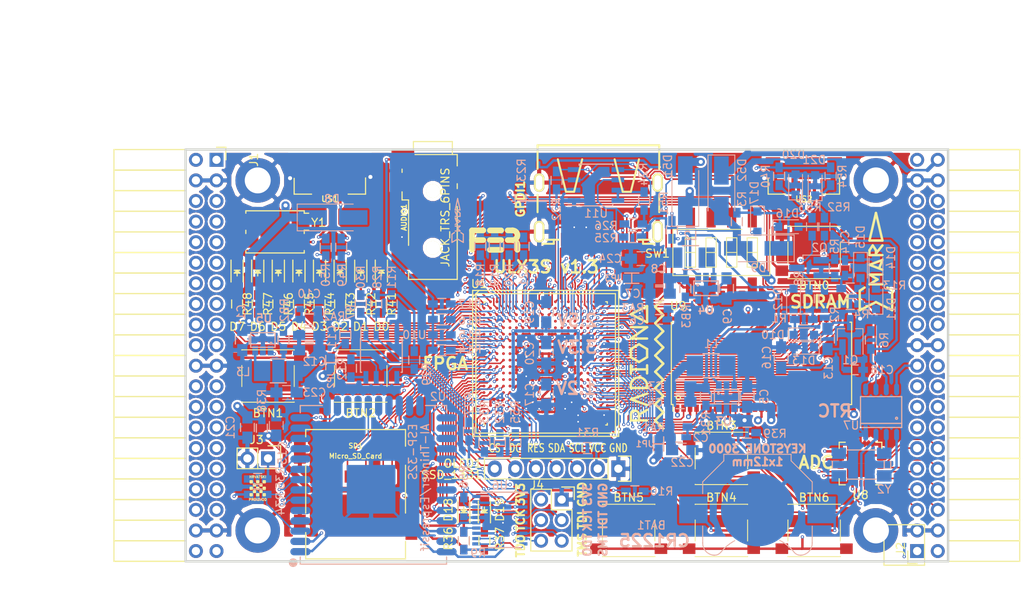
<source format=kicad_pcb>
(kicad_pcb (version 4) (host pcbnew 4.0.7+dfsg1-1)

  (general
    (links 707)
    (no_connects 0)
    (area 71.010001 43.48 197.572001 118.732339)
    (thickness 1.6)
    (drawings 28)
    (tracks 4224)
    (zones 0)
    (modules 160)
    (nets 241)
  )

  (page A4)
  (layers
    (0 F.Cu signal)
    (1 In1.Cu signal)
    (2 In2.Cu signal)
    (31 B.Cu signal)
    (32 B.Adhes user)
    (33 F.Adhes user)
    (34 B.Paste user)
    (35 F.Paste user)
    (36 B.SilkS user)
    (37 F.SilkS user)
    (38 B.Mask user)
    (39 F.Mask user)
    (40 Dwgs.User user)
    (41 Cmts.User user)
    (42 Eco1.User user)
    (43 Eco2.User user)
    (44 Edge.Cuts user)
    (45 Margin user)
    (46 B.CrtYd user)
    (47 F.CrtYd user)
    (48 B.Fab user)
    (49 F.Fab user)
  )

  (setup
    (last_trace_width 0.3)
    (trace_clearance 0.127)
    (zone_clearance 0.254)
    (zone_45_only no)
    (trace_min 0.127)
    (segment_width 0.2)
    (edge_width 0.2)
    (via_size 0.4)
    (via_drill 0.2)
    (via_min_size 0.4)
    (via_min_drill 0.2)
    (uvia_size 0.3)
    (uvia_drill 0.1)
    (uvias_allowed no)
    (uvia_min_size 0.2)
    (uvia_min_drill 0.1)
    (pcb_text_width 0.3)
    (pcb_text_size 1.5 1.5)
    (mod_edge_width 0.15)
    (mod_text_size 1 1)
    (mod_text_width 0.15)
    (pad_size 0.5 0.5)
    (pad_drill 0)
    (pad_to_mask_clearance 0.05)
    (aux_axis_origin 82.67 62.69)
    (grid_origin 86.48 79.2)
    (visible_elements 7FFFFFFF)
    (pcbplotparams
      (layerselection 0x310f0_80000007)
      (usegerberextensions true)
      (excludeedgelayer true)
      (linewidth 0.100000)
      (plotframeref false)
      (viasonmask false)
      (mode 1)
      (useauxorigin false)
      (hpglpennumber 1)
      (hpglpenspeed 20)
      (hpglpendiameter 15)
      (hpglpenoverlay 2)
      (psnegative false)
      (psa4output false)
      (plotreference true)
      (plotvalue true)
      (plotinvisibletext false)
      (padsonsilk false)
      (subtractmaskfromsilk false)
      (outputformat 1)
      (mirror false)
      (drillshape 0)
      (scaleselection 1)
      (outputdirectory plot))
  )

  (net 0 "")
  (net 1 GND)
  (net 2 +5V)
  (net 3 /gpio/IN5V)
  (net 4 /gpio/OUT5V)
  (net 5 +3V3)
  (net 6 +1V2)
  (net 7 BTN_D)
  (net 8 BTN_F1)
  (net 9 BTN_F2)
  (net 10 BTN_L)
  (net 11 BTN_R)
  (net 12 BTN_U)
  (net 13 /power/FB1)
  (net 14 +2V5)
  (net 15 /power/PWREN)
  (net 16 /power/FB3)
  (net 17 /power/FB2)
  (net 18 "Net-(D9-Pad1)")
  (net 19 /power/VBAT)
  (net 20 JTAG_TDI)
  (net 21 JTAG_TCK)
  (net 22 JTAG_TMS)
  (net 23 JTAG_TDO)
  (net 24 /power/WAKEUPn)
  (net 25 /power/WKUP)
  (net 26 /power/SHUT)
  (net 27 /power/WAKE)
  (net 28 /power/HOLD)
  (net 29 /power/WKn)
  (net 30 /power/OSCI_32k)
  (net 31 /power/OSCO_32k)
  (net 32 "Net-(Q2-Pad3)")
  (net 33 SHUTDOWN)
  (net 34 /analog/AUDIO_L)
  (net 35 /analog/AUDIO_R)
  (net 36 GPDI_5V_SCL)
  (net 37 GPDI_5V_SDA)
  (net 38 GPDI_SDA)
  (net 39 GPDI_SCL)
  (net 40 /gpdi/VREF2)
  (net 41 SD_CMD)
  (net 42 SD_CLK)
  (net 43 SD_D0)
  (net 44 SD_D1)
  (net 45 USB5V)
  (net 46 GPDI_CEC)
  (net 47 nRESET)
  (net 48 FTDI_nDTR)
  (net 49 SDRAM_CKE)
  (net 50 SDRAM_A7)
  (net 51 SDRAM_D15)
  (net 52 SDRAM_BA1)
  (net 53 SDRAM_D7)
  (net 54 SDRAM_A6)
  (net 55 SDRAM_CLK)
  (net 56 SDRAM_D13)
  (net 57 SDRAM_BA0)
  (net 58 SDRAM_D6)
  (net 59 SDRAM_A5)
  (net 60 SDRAM_D14)
  (net 61 SDRAM_A11)
  (net 62 SDRAM_D12)
  (net 63 SDRAM_D5)
  (net 64 SDRAM_A4)
  (net 65 SDRAM_A10)
  (net 66 SDRAM_D11)
  (net 67 SDRAM_A3)
  (net 68 SDRAM_D4)
  (net 69 SDRAM_D10)
  (net 70 SDRAM_D9)
  (net 71 SDRAM_A9)
  (net 72 SDRAM_D3)
  (net 73 SDRAM_D8)
  (net 74 SDRAM_A8)
  (net 75 SDRAM_A2)
  (net 76 SDRAM_A1)
  (net 77 SDRAM_A0)
  (net 78 SDRAM_D2)
  (net 79 SDRAM_D1)
  (net 80 SDRAM_D0)
  (net 81 SDRAM_DQM0)
  (net 82 SDRAM_nCS)
  (net 83 SDRAM_nRAS)
  (net 84 SDRAM_DQM1)
  (net 85 SDRAM_nCAS)
  (net 86 SDRAM_nWE)
  (net 87 /flash/FLASH_nWP)
  (net 88 /flash/FLASH_nHOLD)
  (net 89 /flash/FLASH_MOSI)
  (net 90 /flash/FLASH_MISO)
  (net 91 /flash/FLASH_SCK)
  (net 92 /flash/FLASH_nCS)
  (net 93 /flash/FPGA_PROGRAMN)
  (net 94 /flash/FPGA_DONE)
  (net 95 /flash/FPGA_INITN)
  (net 96 OLED_RES)
  (net 97 OLED_DC)
  (net 98 OLED_CS)
  (net 99 WIFI_EN)
  (net 100 FTDI_nRTS)
  (net 101 FTDI_TXD)
  (net 102 FTDI_RXD)
  (net 103 WIFI_RXD)
  (net 104 WIFI_GPIO0)
  (net 105 WIFI_TXD)
  (net 106 GPDI_ETH-)
  (net 107 GPDI_ETH+)
  (net 108 GPDI_D2+)
  (net 109 GPDI_D2-)
  (net 110 GPDI_D1+)
  (net 111 GPDI_D1-)
  (net 112 GPDI_D0+)
  (net 113 GPDI_D0-)
  (net 114 GPDI_CLK+)
  (net 115 GPDI_CLK-)
  (net 116 USB_FTDI_D+)
  (net 117 USB_FTDI_D-)
  (net 118 J1_17-)
  (net 119 J1_17+)
  (net 120 J1_23-)
  (net 121 J1_23+)
  (net 122 J1_25-)
  (net 123 J1_25+)
  (net 124 J1_27-)
  (net 125 J1_27+)
  (net 126 J1_29-)
  (net 127 J1_29+)
  (net 128 J1_31-)
  (net 129 J1_31+)
  (net 130 J1_33-)
  (net 131 J1_33+)
  (net 132 J1_35-)
  (net 133 J1_35+)
  (net 134 J2_5-)
  (net 135 J2_5+)
  (net 136 J2_7-)
  (net 137 J2_7+)
  (net 138 J2_9-)
  (net 139 J2_9+)
  (net 140 J2_13-)
  (net 141 J2_13+)
  (net 142 J2_17-)
  (net 143 J2_17+)
  (net 144 J2_11-)
  (net 145 J2_11+)
  (net 146 J2_23-)
  (net 147 J2_23+)
  (net 148 J1_5-)
  (net 149 J1_5+)
  (net 150 J1_7-)
  (net 151 J1_7+)
  (net 152 J1_9-)
  (net 153 J1_9+)
  (net 154 J1_11-)
  (net 155 J1_11+)
  (net 156 J1_13-)
  (net 157 J1_13+)
  (net 158 J1_15-)
  (net 159 J1_15+)
  (net 160 J2_15-)
  (net 161 J2_15+)
  (net 162 J2_25-)
  (net 163 J2_25+)
  (net 164 J2_27-)
  (net 165 J2_27+)
  (net 166 J2_29-)
  (net 167 J2_29+)
  (net 168 J2_31-)
  (net 169 J2_31+)
  (net 170 J2_33-)
  (net 171 J2_33+)
  (net 172 J2_35-)
  (net 173 J2_35+)
  (net 174 SD_D3)
  (net 175 AUDIO_L3)
  (net 176 AUDIO_L2)
  (net 177 AUDIO_L1)
  (net 178 AUDIO_L0)
  (net 179 AUDIO_R3)
  (net 180 AUDIO_R2)
  (net 181 AUDIO_R1)
  (net 182 AUDIO_R0)
  (net 183 OLED_CLK)
  (net 184 OLED_MOSI)
  (net 185 LED0)
  (net 186 LED1)
  (net 187 LED2)
  (net 188 LED3)
  (net 189 LED4)
  (net 190 LED5)
  (net 191 LED6)
  (net 192 LED7)
  (net 193 BTN_PWRn)
  (net 194 "Net-(J3-Pad1)")
  (net 195 FTDI_nTXLED)
  (net 196 FTDI_nSLEEP)
  (net 197 /blinkey/LED_PWREN)
  (net 198 /blinkey/LED_TXLED)
  (net 199 FT3V3)
  (net 200 /sdcard/SD3V3)
  (net 201 SD_D2)
  (net 202 CLK_25MHz)
  (net 203 /blinkey/BTNPUL)
  (net 204 /blinkey/BTNPUR)
  (net 205 USB_FPGA_D+)
  (net 206 /power/FTDI_nSUSPEND)
  (net 207 /blinkey/ALED0)
  (net 208 /blinkey/ALED1)
  (net 209 /blinkey/ALED2)
  (net 210 /blinkey/ALED3)
  (net 211 /blinkey/ALED4)
  (net 212 /blinkey/ALED5)
  (net 213 /blinkey/ALED6)
  (net 214 /blinkey/ALED7)
  (net 215 /usb/FTD-)
  (net 216 /usb/FTD+)
  (net 217 ADC_MISO)
  (net 218 ADC_MOSI)
  (net 219 ADC_CSn)
  (net 220 ADC_SCLK)
  (net 221 "Net-(R51-Pad2)")
  (net 222 SW3)
  (net 223 SW2)
  (net 224 SW1)
  (net 225 SW0)
  (net 226 USB_FPGA_D-)
  (net 227 /usb/FPD+)
  (net 228 /usb/FPD-)
  (net 229 WIFI_GPIO16)
  (net 230 WIFI_GPIO15)
  (net 231 /usb/ANT_433MHz)
  (net 232 /power/PWRBTn)
  (net 233 PROG_DONE)
  (net 234 /power/P1V2)
  (net 235 /power/P3V3)
  (net 236 /power/P2V5)
  (net 237 /power/L1)
  (net 238 /power/L3)
  (net 239 /power/L2)
  (net 240 FTDI_TXDEN)

  (net_class Default "This is the default net class."
    (clearance 0.127)
    (trace_width 0.3)
    (via_dia 0.4)
    (via_drill 0.2)
    (uvia_dia 0.3)
    (uvia_drill 0.1)
    (add_net +1V2)
    (add_net +2V5)
    (add_net +3V3)
    (add_net +5V)
    (add_net /analog/AUDIO_L)
    (add_net /analog/AUDIO_R)
    (add_net /blinkey/ALED0)
    (add_net /blinkey/ALED1)
    (add_net /blinkey/ALED2)
    (add_net /blinkey/ALED3)
    (add_net /blinkey/ALED4)
    (add_net /blinkey/ALED5)
    (add_net /blinkey/ALED6)
    (add_net /blinkey/ALED7)
    (add_net /blinkey/BTNPUL)
    (add_net /blinkey/BTNPUR)
    (add_net /blinkey/LED_PWREN)
    (add_net /blinkey/LED_TXLED)
    (add_net /gpdi/VREF2)
    (add_net /gpio/IN5V)
    (add_net /gpio/OUT5V)
    (add_net /power/FB1)
    (add_net /power/FB2)
    (add_net /power/FB3)
    (add_net /power/FTDI_nSUSPEND)
    (add_net /power/HOLD)
    (add_net /power/L1)
    (add_net /power/L2)
    (add_net /power/L3)
    (add_net /power/OSCI_32k)
    (add_net /power/OSCO_32k)
    (add_net /power/P1V2)
    (add_net /power/P2V5)
    (add_net /power/P3V3)
    (add_net /power/PWRBTn)
    (add_net /power/PWREN)
    (add_net /power/SHUT)
    (add_net /power/VBAT)
    (add_net /power/WAKE)
    (add_net /power/WAKEUPn)
    (add_net /power/WKUP)
    (add_net /power/WKn)
    (add_net /sdcard/SD3V3)
    (add_net /usb/ANT_433MHz)
    (add_net /usb/FPD+)
    (add_net /usb/FPD-)
    (add_net /usb/FTD+)
    (add_net /usb/FTD-)
    (add_net FT3V3)
    (add_net GND)
    (add_net "Net-(D9-Pad1)")
    (add_net "Net-(J3-Pad1)")
    (add_net "Net-(Q2-Pad3)")
    (add_net "Net-(R51-Pad2)")
    (add_net USB5V)
  )

  (net_class BGA ""
    (clearance 0.127)
    (trace_width 0.19)
    (via_dia 0.4)
    (via_drill 0.2)
    (uvia_dia 0.3)
    (uvia_drill 0.1)
    (add_net /flash/FLASH_MISO)
    (add_net /flash/FLASH_MOSI)
    (add_net /flash/FLASH_SCK)
    (add_net /flash/FLASH_nCS)
    (add_net /flash/FLASH_nHOLD)
    (add_net /flash/FLASH_nWP)
    (add_net /flash/FPGA_DONE)
    (add_net /flash/FPGA_INITN)
    (add_net /flash/FPGA_PROGRAMN)
    (add_net ADC_CSn)
    (add_net ADC_MISO)
    (add_net ADC_MOSI)
    (add_net ADC_SCLK)
    (add_net AUDIO_L0)
    (add_net AUDIO_L1)
    (add_net AUDIO_L2)
    (add_net AUDIO_L3)
    (add_net AUDIO_R0)
    (add_net AUDIO_R1)
    (add_net AUDIO_R2)
    (add_net AUDIO_R3)
    (add_net BTN_D)
    (add_net BTN_F1)
    (add_net BTN_F2)
    (add_net BTN_L)
    (add_net BTN_PWRn)
    (add_net BTN_R)
    (add_net BTN_U)
    (add_net CLK_25MHz)
    (add_net FTDI_RXD)
    (add_net FTDI_TXD)
    (add_net FTDI_TXDEN)
    (add_net FTDI_nDTR)
    (add_net FTDI_nRTS)
    (add_net FTDI_nSLEEP)
    (add_net FTDI_nTXLED)
    (add_net GPDI_5V_SCL)
    (add_net GPDI_5V_SDA)
    (add_net GPDI_CEC)
    (add_net GPDI_CLK+)
    (add_net GPDI_CLK-)
    (add_net GPDI_D0+)
    (add_net GPDI_D0-)
    (add_net GPDI_D1+)
    (add_net GPDI_D1-)
    (add_net GPDI_D2+)
    (add_net GPDI_D2-)
    (add_net GPDI_ETH+)
    (add_net GPDI_ETH-)
    (add_net GPDI_SCL)
    (add_net GPDI_SDA)
    (add_net J1_11+)
    (add_net J1_11-)
    (add_net J1_13+)
    (add_net J1_13-)
    (add_net J1_15+)
    (add_net J1_15-)
    (add_net J1_17+)
    (add_net J1_17-)
    (add_net J1_23+)
    (add_net J1_23-)
    (add_net J1_25+)
    (add_net J1_25-)
    (add_net J1_27+)
    (add_net J1_27-)
    (add_net J1_29+)
    (add_net J1_29-)
    (add_net J1_31+)
    (add_net J1_31-)
    (add_net J1_33+)
    (add_net J1_33-)
    (add_net J1_35+)
    (add_net J1_35-)
    (add_net J1_5+)
    (add_net J1_5-)
    (add_net J1_7+)
    (add_net J1_7-)
    (add_net J1_9+)
    (add_net J1_9-)
    (add_net J2_11+)
    (add_net J2_11-)
    (add_net J2_13+)
    (add_net J2_13-)
    (add_net J2_15+)
    (add_net J2_15-)
    (add_net J2_17+)
    (add_net J2_17-)
    (add_net J2_23+)
    (add_net J2_23-)
    (add_net J2_25+)
    (add_net J2_25-)
    (add_net J2_27+)
    (add_net J2_27-)
    (add_net J2_29+)
    (add_net J2_29-)
    (add_net J2_31+)
    (add_net J2_31-)
    (add_net J2_33+)
    (add_net J2_33-)
    (add_net J2_35+)
    (add_net J2_35-)
    (add_net J2_5+)
    (add_net J2_5-)
    (add_net J2_7+)
    (add_net J2_7-)
    (add_net J2_9+)
    (add_net J2_9-)
    (add_net JTAG_TCK)
    (add_net JTAG_TDI)
    (add_net JTAG_TDO)
    (add_net JTAG_TMS)
    (add_net LED0)
    (add_net LED1)
    (add_net LED2)
    (add_net LED3)
    (add_net LED4)
    (add_net LED5)
    (add_net LED6)
    (add_net LED7)
    (add_net OLED_CLK)
    (add_net OLED_CS)
    (add_net OLED_DC)
    (add_net OLED_MOSI)
    (add_net OLED_RES)
    (add_net PROG_DONE)
    (add_net SDRAM_A0)
    (add_net SDRAM_A1)
    (add_net SDRAM_A10)
    (add_net SDRAM_A11)
    (add_net SDRAM_A2)
    (add_net SDRAM_A3)
    (add_net SDRAM_A4)
    (add_net SDRAM_A5)
    (add_net SDRAM_A6)
    (add_net SDRAM_A7)
    (add_net SDRAM_A8)
    (add_net SDRAM_A9)
    (add_net SDRAM_BA0)
    (add_net SDRAM_BA1)
    (add_net SDRAM_CKE)
    (add_net SDRAM_CLK)
    (add_net SDRAM_D0)
    (add_net SDRAM_D1)
    (add_net SDRAM_D10)
    (add_net SDRAM_D11)
    (add_net SDRAM_D12)
    (add_net SDRAM_D13)
    (add_net SDRAM_D14)
    (add_net SDRAM_D15)
    (add_net SDRAM_D2)
    (add_net SDRAM_D3)
    (add_net SDRAM_D4)
    (add_net SDRAM_D5)
    (add_net SDRAM_D6)
    (add_net SDRAM_D7)
    (add_net SDRAM_D8)
    (add_net SDRAM_D9)
    (add_net SDRAM_DQM0)
    (add_net SDRAM_DQM1)
    (add_net SDRAM_nCAS)
    (add_net SDRAM_nCS)
    (add_net SDRAM_nRAS)
    (add_net SDRAM_nWE)
    (add_net SD_CLK)
    (add_net SD_CMD)
    (add_net SD_D0)
    (add_net SD_D1)
    (add_net SD_D2)
    (add_net SD_D3)
    (add_net SHUTDOWN)
    (add_net SW0)
    (add_net SW1)
    (add_net SW2)
    (add_net SW3)
    (add_net USB_FPGA_D+)
    (add_net USB_FPGA_D-)
    (add_net USB_FTDI_D+)
    (add_net USB_FTDI_D-)
    (add_net WIFI_EN)
    (add_net WIFI_GPIO0)
    (add_net WIFI_GPIO15)
    (add_net WIFI_GPIO16)
    (add_net WIFI_RXD)
    (add_net WIFI_TXD)
    (add_net nRESET)
  )

  (net_class Minimal ""
    (clearance 0.127)
    (trace_width 0.127)
    (via_dia 0.4)
    (via_drill 0.2)
    (uvia_dia 0.3)
    (uvia_drill 0.1)
  )

  (module jumper:SOLDER-JUMPER_1-WAY (layer B.Cu) (tedit 59DFC21C) (tstamp 59DFBD53)
    (at 152.393 97.742 270)
    (path /58D51CAD/59DFB08A)
    (fp_text reference JP1 (at 0 1.778 360) (layer B.SilkS)
      (effects (font (size 0.762 0.762) (thickness 0.1524)) (justify mirror))
    )
    (fp_text value 1.2 (at 0 -1.524 270) (layer B.SilkS) hide
      (effects (font (size 0.762 0.762) (thickness 0.1524)) (justify mirror))
    )
    (fp_line (start 0 0.635) (end 0 -0.635) (layer B.SilkS) (width 0.15))
    (fp_line (start -0.889 -0.635) (end 0.889 -0.635) (layer B.SilkS) (width 0.15))
    (fp_line (start -0.889 0.635) (end 0.889 0.635) (layer B.SilkS) (width 0.15))
    (pad 1 smd rect (at -0.6 0 270) (size 1 1) (layers B.Cu B.Paste B.Mask)
      (net 234 /power/P1V2))
    (pad 2 smd rect (at 0.6 0 270) (size 1 1) (layers B.Cu B.Paste B.Mask)
      (net 6 +1V2))
  )

  (module ESP32-footprints-Lib:ESP-32S (layer B.Cu) (tedit 59DF4284) (tstamp 58E56AFE)
    (at 117.313 101.513)
    (path /58D6D447/58E5662B)
    (fp_text reference U2 (at 7.902 -9.613 180) (layer B.SilkS)
      (effects (font (size 1 1) (thickness 0.15)) (justify mirror))
    )
    (fp_text value ESP-32S (at 0.155 9.691) (layer B.Fab)
      (effects (font (size 1 1) (thickness 0.15)) (justify mirror))
    )
    (fp_line (start -9.0805 11.049) (end -9.0805 10.16) (layer B.SilkS) (width 0.15))
    (fp_line (start 8.9535 11.049) (end -9.0805 11.049) (layer B.SilkS) (width 0.15))
    (fp_line (start 8.9535 10.16) (end 8.9535 11.049) (layer B.SilkS) (width 0.15))
    (fp_line (start 8.9535 -8.509) (end 8.9535 -7.62) (layer B.SilkS) (width 0.15))
    (fp_line (start 6.35 -8.509) (end 8.9535 -8.509) (layer B.SilkS) (width 0.15))
    (fp_line (start -9.0805 -8.509) (end -6.35 -8.509) (layer B.SilkS) (width 0.15))
    (fp_line (start -9.0805 -7.62) (end -9.0805 -8.509) (layer B.SilkS) (width 0.15))
    (fp_text user AI-Thinker/Espressif (at 6.3 1.6 270) (layer B.SilkS)
      (effects (font (size 1 1) (thickness 0.15)) (justify mirror))
    )
    (fp_circle (center -9.958566 10.871338) (end -10.085566 11.125338) (layer B.SilkS) (width 0.5))
    (fp_text user ESP-32S (at 4.8 -2.8 270) (layer B.SilkS)
      (effects (font (size 1 1) (thickness 0.15)) (justify mirror))
    )
    (fp_line (start 8.947434 11.017338) (end -9.052566 11.017338) (layer B.Fab) (width 0.15))
    (fp_line (start -9.052566 17.017338) (end -9.052566 -8.482662) (layer B.Fab) (width 0.15))
    (fp_line (start 8.947434 17.017338) (end 8.947434 -8.482662) (layer B.Fab) (width 0.15))
    (fp_line (start 8.947434 -8.482662) (end -9.052566 -8.482662) (layer B.Fab) (width 0.15))
    (fp_line (start 8.947434 17.017338) (end -9.052566 17.017338) (layer B.Fab) (width 0.15))
    (pad 38 smd oval (at 8.947434 9.517338 180) (size 2.5 0.9) (layers B.Cu B.Paste B.Mask)
      (net 1 GND))
    (pad 37 smd oval (at 8.947434 8.247338 180) (size 2.5 0.9) (layers B.Cu B.Paste B.Mask))
    (pad 36 smd oval (at 8.947434 6.977338 180) (size 2.5 0.9) (layers B.Cu B.Paste B.Mask)
      (net 233 PROG_DONE))
    (pad 35 smd oval (at 8.947434 5.707338 180) (size 2.5 0.9) (layers B.Cu B.Paste B.Mask)
      (net 105 WIFI_TXD))
    (pad 34 smd oval (at 8.947434 4.437338 180) (size 2.5 0.9) (layers B.Cu B.Paste B.Mask)
      (net 103 WIFI_RXD))
    (pad 33 smd oval (at 8.947434 3.167338 180) (size 2.5 0.9) (layers B.Cu B.Paste B.Mask)
      (net 22 JTAG_TMS))
    (pad 32 smd oval (at 8.947434 1.897338 180) (size 2.5 0.9) (layers B.Cu B.Paste B.Mask))
    (pad 31 smd oval (at 8.947434 0.627338 180) (size 2.5 0.9) (layers B.Cu B.Paste B.Mask)
      (net 20 JTAG_TDI))
    (pad 30 smd oval (at 8.947434 -0.642662 180) (size 2.5 0.9) (layers B.Cu B.Paste B.Mask)
      (net 21 JTAG_TCK))
    (pad 29 smd oval (at 8.947434 -1.912662 180) (size 2.5 0.9) (layers B.Cu B.Paste B.Mask))
    (pad 28 smd oval (at 8.947434 -3.182662 180) (size 2.5 0.9) (layers B.Cu B.Paste B.Mask)
      (net 23 JTAG_TDO))
    (pad 27 smd oval (at 8.947434 -4.452662 180) (size 2.5 0.9) (layers B.Cu B.Paste B.Mask)
      (net 229 WIFI_GPIO16))
    (pad 26 smd oval (at 8.947434 -5.722662 180) (size 2.5 0.9) (layers B.Cu B.Paste B.Mask))
    (pad 25 smd oval (at 8.947434 -6.992662 180) (size 2.5 0.9) (layers B.Cu B.Paste B.Mask)
      (net 104 WIFI_GPIO0))
    (pad 24 smd oval (at 5.662434 -8.482662 180) (size 0.9 2.5) (layers B.Cu B.Paste B.Mask))
    (pad 23 smd oval (at 4.392434 -8.482662 180) (size 0.9 2.5) (layers B.Cu B.Paste B.Mask)
      (net 230 WIFI_GPIO15))
    (pad 22 smd oval (at 3.122434 -8.482662 180) (size 0.9 2.5) (layers B.Cu B.Paste B.Mask)
      (net 44 SD_D1))
    (pad 21 smd oval (at 1.852434 -8.482662 180) (size 0.9 2.5) (layers B.Cu B.Paste B.Mask)
      (net 43 SD_D0))
    (pad 20 smd oval (at 0.582434 -8.482662 180) (size 0.9 2.5) (layers B.Cu B.Paste B.Mask)
      (net 42 SD_CLK))
    (pad 19 smd oval (at -0.687566 -8.482662 180) (size 0.9 2.5) (layers B.Cu B.Paste B.Mask)
      (net 41 SD_CMD))
    (pad 18 smd oval (at -1.957566 -8.482662 180) (size 0.9 2.5) (layers B.Cu B.Paste B.Mask))
    (pad 17 smd oval (at -3.227566 -8.482662 180) (size 0.9 2.5) (layers B.Cu B.Paste B.Mask))
    (pad 16 smd oval (at -4.497566 -8.482662 180) (size 0.9 2.5) (layers B.Cu B.Paste B.Mask)
      (net 124 J1_27-))
    (pad 15 smd oval (at -5.767566 -8.482662 180) (size 0.9 2.5) (layers B.Cu B.Paste B.Mask)
      (net 1 GND))
    (pad 14 smd oval (at -9.052566 -6.992662 180) (size 2.5 0.9) (layers B.Cu B.Paste B.Mask)
      (net 125 J1_27+))
    (pad 13 smd oval (at -9.052566 -5.722662 180) (size 2.5 0.9) (layers B.Cu B.Paste B.Mask)
      (net 126 J1_29-))
    (pad 12 smd oval (at -9.052566 -4.452662 180) (size 2.5 0.9) (layers B.Cu B.Paste B.Mask)
      (net 127 J1_29+))
    (pad 11 smd oval (at -9.052566 -3.182662 180) (size 2.5 0.9) (layers B.Cu B.Paste B.Mask)
      (net 128 J1_31-))
    (pad 10 smd oval (at -9.052566 -1.912662 180) (size 2.5 0.9) (layers B.Cu B.Paste B.Mask)
      (net 129 J1_31+))
    (pad 9 smd oval (at -9.052566 -0.642662 180) (size 2.5 0.9) (layers B.Cu B.Paste B.Mask)
      (net 130 J1_33-))
    (pad 8 smd oval (at -9.052566 0.627338 180) (size 2.5 0.9) (layers B.Cu B.Paste B.Mask)
      (net 131 J1_33+))
    (pad 7 smd oval (at -9.052566 1.897338 180) (size 2.5 0.9) (layers B.Cu B.Paste B.Mask)
      (net 132 J1_35-))
    (pad 6 smd oval (at -9.052566 3.167338 180) (size 2.5 0.9) (layers B.Cu B.Paste B.Mask)
      (net 133 J1_35+))
    (pad 5 smd oval (at -9.052566 4.437338 180) (size 2.5 0.9) (layers B.Cu B.Paste B.Mask))
    (pad 4 smd oval (at -9.052566 5.707338 180) (size 2.5 0.9) (layers B.Cu B.Paste B.Mask))
    (pad 3 smd oval (at -9.052566 6.977338 180) (size 2.5 0.9) (layers B.Cu B.Paste B.Mask)
      (net 99 WIFI_EN))
    (pad 2 smd oval (at -9.052566 8.247338 180) (size 2.5 0.9) (layers B.Cu B.Paste B.Mask)
      (net 5 +3V3))
    (pad 1 smd oval (at -9.052566 9.517338 180) (size 2.5 0.9) (layers B.Cu B.Paste B.Mask)
      (net 1 GND))
    (pad 39 smd rect (at -0.352566 1.817338 180) (size 6 6) (layers B.Cu B.Paste B.Mask)
      (net 1 GND))
  )

  (module Diodes_SMD:D_SMA_Handsoldering (layer B.Cu) (tedit 59D564F6) (tstamp 59D3C50D)
    (at 155.695 66.5 90)
    (descr "Diode SMA (DO-214AC) Handsoldering")
    (tags "Diode SMA (DO-214AC) Handsoldering")
    (path /56AC389C/56AC483B)
    (attr smd)
    (fp_text reference D51 (at 3.048 -2.159 90) (layer B.SilkS)
      (effects (font (size 1 1) (thickness 0.15)) (justify mirror))
    )
    (fp_text value STPS2L30AF (at 0 -2.6 90) (layer B.Fab) hide
      (effects (font (size 1 1) (thickness 0.15)) (justify mirror))
    )
    (fp_text user %R (at 3.048 -2.159 90) (layer B.Fab) hide
      (effects (font (size 1 1) (thickness 0.15)) (justify mirror))
    )
    (fp_line (start -4.4 1.65) (end -4.4 -1.65) (layer B.SilkS) (width 0.12))
    (fp_line (start 2.3 -1.5) (end -2.3 -1.5) (layer B.Fab) (width 0.1))
    (fp_line (start -2.3 -1.5) (end -2.3 1.5) (layer B.Fab) (width 0.1))
    (fp_line (start 2.3 1.5) (end 2.3 -1.5) (layer B.Fab) (width 0.1))
    (fp_line (start 2.3 1.5) (end -2.3 1.5) (layer B.Fab) (width 0.1))
    (fp_line (start -4.5 1.75) (end 4.5 1.75) (layer B.CrtYd) (width 0.05))
    (fp_line (start 4.5 1.75) (end 4.5 -1.75) (layer B.CrtYd) (width 0.05))
    (fp_line (start 4.5 -1.75) (end -4.5 -1.75) (layer B.CrtYd) (width 0.05))
    (fp_line (start -4.5 -1.75) (end -4.5 1.75) (layer B.CrtYd) (width 0.05))
    (fp_line (start -0.64944 -0.00102) (end -1.55114 -0.00102) (layer B.Fab) (width 0.1))
    (fp_line (start 0.50118 -0.00102) (end 1.4994 -0.00102) (layer B.Fab) (width 0.1))
    (fp_line (start -0.64944 0.79908) (end -0.64944 -0.80112) (layer B.Fab) (width 0.1))
    (fp_line (start 0.50118 -0.75032) (end 0.50118 0.79908) (layer B.Fab) (width 0.1))
    (fp_line (start -0.64944 -0.00102) (end 0.50118 -0.75032) (layer B.Fab) (width 0.1))
    (fp_line (start -0.64944 -0.00102) (end 0.50118 0.79908) (layer B.Fab) (width 0.1))
    (fp_line (start -4.4 -1.65) (end 2.5 -1.65) (layer B.SilkS) (width 0.12))
    (fp_line (start -4.4 1.65) (end 2.5 1.65) (layer B.SilkS) (width 0.12))
    (pad 1 smd rect (at -2.5 0 90) (size 3.5 1.8) (layers B.Cu B.Paste B.Mask)
      (net 2 +5V))
    (pad 2 smd rect (at 2.5 0 90) (size 3.5 1.8) (layers B.Cu B.Paste B.Mask)
      (net 3 /gpio/IN5V))
    (model ${KISYS3DMOD}/Diodes_SMD.3dshapes/D_SMA.wrl
      (at (xyz 0 0 0))
      (scale (xyz 1 1 1))
      (rotate (xyz 0 0 0))
    )
  )

  (module Resistors_SMD:R_0603_HandSoldering (layer B.Cu) (tedit 58307AEF) (tstamp 595B8F7A)
    (at 154.044 71.326 90)
    (descr "Resistor SMD 0603, hand soldering")
    (tags "resistor 0603")
    (path /58D6547C/595B9C2F)
    (attr smd)
    (fp_text reference R51 (at 3.302 -1.016 90) (layer B.SilkS)
      (effects (font (size 1 1) (thickness 0.15)) (justify mirror))
    )
    (fp_text value 220 (at 3.556 -0.508 90) (layer B.Fab)
      (effects (font (size 1 1) (thickness 0.15)) (justify mirror))
    )
    (fp_line (start -0.8 -0.4) (end -0.8 0.4) (layer B.Fab) (width 0.1))
    (fp_line (start 0.8 -0.4) (end -0.8 -0.4) (layer B.Fab) (width 0.1))
    (fp_line (start 0.8 0.4) (end 0.8 -0.4) (layer B.Fab) (width 0.1))
    (fp_line (start -0.8 0.4) (end 0.8 0.4) (layer B.Fab) (width 0.1))
    (fp_line (start -2 0.8) (end 2 0.8) (layer B.CrtYd) (width 0.05))
    (fp_line (start -2 -0.8) (end 2 -0.8) (layer B.CrtYd) (width 0.05))
    (fp_line (start -2 0.8) (end -2 -0.8) (layer B.CrtYd) (width 0.05))
    (fp_line (start 2 0.8) (end 2 -0.8) (layer B.CrtYd) (width 0.05))
    (fp_line (start 0.5 -0.675) (end -0.5 -0.675) (layer B.SilkS) (width 0.15))
    (fp_line (start -0.5 0.675) (end 0.5 0.675) (layer B.SilkS) (width 0.15))
    (pad 1 smd rect (at -1.1 0 90) (size 1.2 0.9) (layers B.Cu B.Paste B.Mask)
      (net 5 +3V3))
    (pad 2 smd rect (at 1.1 0 90) (size 1.2 0.9) (layers B.Cu B.Paste B.Mask)
      (net 221 "Net-(R51-Pad2)"))
    (model Resistors_SMD.3dshapes/R_0603.wrl
      (at (xyz 0 0 0))
      (scale (xyz 1 1 1))
      (rotate (xyz 0 0 0))
    )
  )

  (module Resistors_SMD:R_1210_HandSoldering (layer B.Cu) (tedit 58307C8D) (tstamp 58D58A37)
    (at 158.87 88.09 180)
    (descr "Resistor SMD 1210, hand soldering")
    (tags "resistor 1210")
    (path /58D51CAD/58D59D36)
    (attr smd)
    (fp_text reference L1 (at 0 2.7 180) (layer B.SilkS)
      (effects (font (size 1 1) (thickness 0.15)) (justify mirror))
    )
    (fp_text value 2.2uH (at 0 2.032 180) (layer B.Fab)
      (effects (font (size 1 1) (thickness 0.15)) (justify mirror))
    )
    (fp_line (start -1.6 -1.25) (end -1.6 1.25) (layer B.Fab) (width 0.1))
    (fp_line (start 1.6 -1.25) (end -1.6 -1.25) (layer B.Fab) (width 0.1))
    (fp_line (start 1.6 1.25) (end 1.6 -1.25) (layer B.Fab) (width 0.1))
    (fp_line (start -1.6 1.25) (end 1.6 1.25) (layer B.Fab) (width 0.1))
    (fp_line (start -3.3 1.6) (end 3.3 1.6) (layer B.CrtYd) (width 0.05))
    (fp_line (start -3.3 -1.6) (end 3.3 -1.6) (layer B.CrtYd) (width 0.05))
    (fp_line (start -3.3 1.6) (end -3.3 -1.6) (layer B.CrtYd) (width 0.05))
    (fp_line (start 3.3 1.6) (end 3.3 -1.6) (layer B.CrtYd) (width 0.05))
    (fp_line (start 1 -1.475) (end -1 -1.475) (layer B.SilkS) (width 0.15))
    (fp_line (start -1 1.475) (end 1 1.475) (layer B.SilkS) (width 0.15))
    (pad 1 smd rect (at -2 0 180) (size 2 2.5) (layers B.Cu B.Paste B.Mask)
      (net 237 /power/L1))
    (pad 2 smd rect (at 2 0 180) (size 2 2.5) (layers B.Cu B.Paste B.Mask)
      (net 234 /power/P1V2))
    (model Inductors_SMD.3dshapes/L_1210.wrl
      (at (xyz 0 0 0))
      (scale (xyz 1 1 1))
      (rotate (xyz 0 0 0))
    )
  )

  (module TSOT-25:TSOT-25 (layer B.Cu) (tedit 59CD7E8F) (tstamp 58D5976E)
    (at 160.775 91.9)
    (path /58D51CAD/58D58840)
    (fp_text reference U3 (at -0.381 3.048) (layer B.SilkS)
      (effects (font (size 1 1) (thickness 0.2)) (justify mirror))
    )
    (fp_text value AP3429A (at 0 2.286) (layer B.Fab)
      (effects (font (size 0.4 0.4) (thickness 0.1)) (justify mirror))
    )
    (fp_circle (center -1 -0.4) (end -0.95 -0.5) (layer B.SilkS) (width 0.15))
    (fp_line (start -1.5 0.9) (end 1.5 0.9) (layer B.SilkS) (width 0.15))
    (fp_line (start 1.5 0.9) (end 1.5 -0.9) (layer B.SilkS) (width 0.15))
    (fp_line (start 1.5 -0.9) (end -1.5 -0.9) (layer B.SilkS) (width 0.15))
    (fp_line (start -1.5 -0.9) (end -1.5 0.9) (layer B.SilkS) (width 0.15))
    (pad 1 smd rect (at -0.95 -1.3) (size 0.7 1.2) (layers B.Cu B.Paste B.Mask)
      (net 15 /power/PWREN))
    (pad 2 smd rect (at 0 -1.3) (size 0.7 1.2) (layers B.Cu B.Paste B.Mask)
      (net 1 GND))
    (pad 3 smd rect (at 0.95 -1.3) (size 0.7 1.2) (layers B.Cu B.Paste B.Mask)
      (net 237 /power/L1))
    (pad 4 smd rect (at 0.95 1.3) (size 0.7 1.2) (layers B.Cu B.Paste B.Mask)
      (net 2 +5V))
    (pad 5 smd rect (at -0.95 1.3) (size 0.7 1.2) (layers B.Cu B.Paste B.Mask)
      (net 13 /power/FB1))
    (model TO_SOT_Packages_SMD.3dshapes/SOT-23-5.wrl
      (at (xyz 0 0 0))
      (scale (xyz 1 1 1))
      (rotate (xyz 0 0 -90))
    )
  )

  (module Resistors_SMD:R_1210_HandSoldering (layer B.Cu) (tedit 58307C8D) (tstamp 58D599B2)
    (at 156.33 74.755 180)
    (descr "Resistor SMD 1210, hand soldering")
    (tags "resistor 1210")
    (path /58D51CAD/58D62964)
    (attr smd)
    (fp_text reference L2 (at 0 2.7 180) (layer B.SilkS)
      (effects (font (size 1 1) (thickness 0.15)) (justify mirror))
    )
    (fp_text value 2.2uH (at -1.016 2.159 180) (layer B.Fab)
      (effects (font (size 1 1) (thickness 0.15)) (justify mirror))
    )
    (fp_line (start -1.6 -1.25) (end -1.6 1.25) (layer B.Fab) (width 0.1))
    (fp_line (start 1.6 -1.25) (end -1.6 -1.25) (layer B.Fab) (width 0.1))
    (fp_line (start 1.6 1.25) (end 1.6 -1.25) (layer B.Fab) (width 0.1))
    (fp_line (start -1.6 1.25) (end 1.6 1.25) (layer B.Fab) (width 0.1))
    (fp_line (start -3.3 1.6) (end 3.3 1.6) (layer B.CrtYd) (width 0.05))
    (fp_line (start -3.3 -1.6) (end 3.3 -1.6) (layer B.CrtYd) (width 0.05))
    (fp_line (start -3.3 1.6) (end -3.3 -1.6) (layer B.CrtYd) (width 0.05))
    (fp_line (start 3.3 1.6) (end 3.3 -1.6) (layer B.CrtYd) (width 0.05))
    (fp_line (start 1 -1.475) (end -1 -1.475) (layer B.SilkS) (width 0.15))
    (fp_line (start -1 1.475) (end 1 1.475) (layer B.SilkS) (width 0.15))
    (pad 1 smd rect (at -2 0 180) (size 2 2.5) (layers B.Cu B.Paste B.Mask)
      (net 238 /power/L3))
    (pad 2 smd rect (at 2 0 180) (size 2 2.5) (layers B.Cu B.Paste B.Mask)
      (net 235 /power/P3V3))
    (model Inductors_SMD.3dshapes/L_1210.wrl
      (at (xyz 0 0 0))
      (scale (xyz 1 1 1))
      (rotate (xyz 0 0 0))
    )
  )

  (module TSOT-25:TSOT-25 (layer B.Cu) (tedit 59CD7E82) (tstamp 58D599CD)
    (at 158.235 78.535)
    (path /58D51CAD/58D62946)
    (fp_text reference U4 (at 0 2.697) (layer B.SilkS)
      (effects (font (size 1 1) (thickness 0.2)) (justify mirror))
    )
    (fp_text value AP3429A (at 0 2.443) (layer B.Fab)
      (effects (font (size 0.4 0.4) (thickness 0.1)) (justify mirror))
    )
    (fp_circle (center -1 -0.4) (end -0.95 -0.5) (layer B.SilkS) (width 0.15))
    (fp_line (start -1.5 0.9) (end 1.5 0.9) (layer B.SilkS) (width 0.15))
    (fp_line (start 1.5 0.9) (end 1.5 -0.9) (layer B.SilkS) (width 0.15))
    (fp_line (start 1.5 -0.9) (end -1.5 -0.9) (layer B.SilkS) (width 0.15))
    (fp_line (start -1.5 -0.9) (end -1.5 0.9) (layer B.SilkS) (width 0.15))
    (pad 1 smd rect (at -0.95 -1.3) (size 0.7 1.2) (layers B.Cu B.Paste B.Mask)
      (net 15 /power/PWREN))
    (pad 2 smd rect (at 0 -1.3) (size 0.7 1.2) (layers B.Cu B.Paste B.Mask)
      (net 1 GND))
    (pad 3 smd rect (at 0.95 -1.3) (size 0.7 1.2) (layers B.Cu B.Paste B.Mask)
      (net 238 /power/L3))
    (pad 4 smd rect (at 0.95 1.3) (size 0.7 1.2) (layers B.Cu B.Paste B.Mask)
      (net 2 +5V))
    (pad 5 smd rect (at -0.95 1.3) (size 0.7 1.2) (layers B.Cu B.Paste B.Mask)
      (net 16 /power/FB3))
    (model TO_SOT_Packages_SMD.3dshapes/SOT-23-5.wrl
      (at (xyz 0 0 0))
      (scale (xyz 1 1 1))
      (rotate (xyz 0 0 -90))
    )
  )

  (module LEDs:LED_0805 (layer F.Cu) (tedit 59CCC657) (tstamp 58D659BC)
    (at 118.23 76.66 270)
    (descr "LED 0805 smd package")
    (tags "LED 0805 SMD")
    (path /58D6547C/58D66570)
    (attr smd)
    (fp_text reference D0 (at 6.604 0 360) (layer F.SilkS)
      (effects (font (size 1 1) (thickness 0.15)))
    )
    (fp_text value LED (at -2.794 0 270) (layer F.Fab) hide
      (effects (font (size 1 1) (thickness 0.15)))
    )
    (fp_line (start -0.4 -0.3) (end -0.4 0.3) (layer F.Fab) (width 0.15))
    (fp_line (start -0.3 0) (end 0 -0.3) (layer F.Fab) (width 0.15))
    (fp_line (start 0 0.3) (end -0.3 0) (layer F.Fab) (width 0.15))
    (fp_line (start 0 -0.3) (end 0 0.3) (layer F.Fab) (width 0.15))
    (fp_line (start 1 -0.6) (end -1 -0.6) (layer F.Fab) (width 0.15))
    (fp_line (start 1 0.6) (end 1 -0.6) (layer F.Fab) (width 0.15))
    (fp_line (start -1 0.6) (end 1 0.6) (layer F.Fab) (width 0.15))
    (fp_line (start -1 -0.6) (end -1 0.6) (layer F.Fab) (width 0.15))
    (fp_line (start -1.6 0.75) (end 1.1 0.75) (layer F.SilkS) (width 0.15))
    (fp_line (start -1.6 -0.75) (end 1.1 -0.75) (layer F.SilkS) (width 0.15))
    (fp_line (start -0.1 0.15) (end -0.1 -0.1) (layer F.SilkS) (width 0.15))
    (fp_line (start -0.1 -0.1) (end -0.25 0.05) (layer F.SilkS) (width 0.15))
    (fp_line (start -0.35 -0.35) (end -0.35 0.35) (layer F.SilkS) (width 0.15))
    (fp_line (start 0 0) (end 0.35 0) (layer F.SilkS) (width 0.15))
    (fp_line (start -0.35 0) (end 0 -0.35) (layer F.SilkS) (width 0.15))
    (fp_line (start 0 -0.35) (end 0 0.35) (layer F.SilkS) (width 0.15))
    (fp_line (start 0 0.35) (end -0.35 0) (layer F.SilkS) (width 0.15))
    (fp_line (start 1.9 -0.95) (end 1.9 0.95) (layer F.CrtYd) (width 0.05))
    (fp_line (start 1.9 0.95) (end -1.9 0.95) (layer F.CrtYd) (width 0.05))
    (fp_line (start -1.9 0.95) (end -1.9 -0.95) (layer F.CrtYd) (width 0.05))
    (fp_line (start -1.9 -0.95) (end 1.9 -0.95) (layer F.CrtYd) (width 0.05))
    (pad 2 smd rect (at 1.04902 0 90) (size 1.19888 1.19888) (layers F.Cu F.Paste F.Mask)
      (net 207 /blinkey/ALED0))
    (pad 1 smd rect (at -1.04902 0 90) (size 1.19888 1.19888) (layers F.Cu F.Paste F.Mask)
      (net 1 GND))
    (model LEDs.3dshapes/LED_0805.wrl
      (at (xyz 0 0 0))
      (scale (xyz 1 1 1))
      (rotate (xyz 0 0 0))
    )
  )

  (module LEDs:LED_0805 (layer F.Cu) (tedit 59CCC647) (tstamp 58D659C2)
    (at 115.69 76.66 270)
    (descr "LED 0805 smd package")
    (tags "LED 0805 SMD")
    (path /58D6547C/58D66620)
    (attr smd)
    (fp_text reference D1 (at 6.604 0 360) (layer F.SilkS)
      (effects (font (size 1 1) (thickness 0.15)))
    )
    (fp_text value LED (at -2.794 0 270) (layer F.Fab) hide
      (effects (font (size 1 1) (thickness 0.15)))
    )
    (fp_line (start -0.4 -0.3) (end -0.4 0.3) (layer F.Fab) (width 0.15))
    (fp_line (start -0.3 0) (end 0 -0.3) (layer F.Fab) (width 0.15))
    (fp_line (start 0 0.3) (end -0.3 0) (layer F.Fab) (width 0.15))
    (fp_line (start 0 -0.3) (end 0 0.3) (layer F.Fab) (width 0.15))
    (fp_line (start 1 -0.6) (end -1 -0.6) (layer F.Fab) (width 0.15))
    (fp_line (start 1 0.6) (end 1 -0.6) (layer F.Fab) (width 0.15))
    (fp_line (start -1 0.6) (end 1 0.6) (layer F.Fab) (width 0.15))
    (fp_line (start -1 -0.6) (end -1 0.6) (layer F.Fab) (width 0.15))
    (fp_line (start -1.6 0.75) (end 1.1 0.75) (layer F.SilkS) (width 0.15))
    (fp_line (start -1.6 -0.75) (end 1.1 -0.75) (layer F.SilkS) (width 0.15))
    (fp_line (start -0.1 0.15) (end -0.1 -0.1) (layer F.SilkS) (width 0.15))
    (fp_line (start -0.1 -0.1) (end -0.25 0.05) (layer F.SilkS) (width 0.15))
    (fp_line (start -0.35 -0.35) (end -0.35 0.35) (layer F.SilkS) (width 0.15))
    (fp_line (start 0 0) (end 0.35 0) (layer F.SilkS) (width 0.15))
    (fp_line (start -0.35 0) (end 0 -0.35) (layer F.SilkS) (width 0.15))
    (fp_line (start 0 -0.35) (end 0 0.35) (layer F.SilkS) (width 0.15))
    (fp_line (start 0 0.35) (end -0.35 0) (layer F.SilkS) (width 0.15))
    (fp_line (start 1.9 -0.95) (end 1.9 0.95) (layer F.CrtYd) (width 0.05))
    (fp_line (start 1.9 0.95) (end -1.9 0.95) (layer F.CrtYd) (width 0.05))
    (fp_line (start -1.9 0.95) (end -1.9 -0.95) (layer F.CrtYd) (width 0.05))
    (fp_line (start -1.9 -0.95) (end 1.9 -0.95) (layer F.CrtYd) (width 0.05))
    (pad 2 smd rect (at 1.04902 0 90) (size 1.19888 1.19888) (layers F.Cu F.Paste F.Mask)
      (net 208 /blinkey/ALED1))
    (pad 1 smd rect (at -1.04902 0 90) (size 1.19888 1.19888) (layers F.Cu F.Paste F.Mask)
      (net 1 GND))
    (model LEDs.3dshapes/LED_0805.wrl
      (at (xyz 0 0 0))
      (scale (xyz 1 1 1))
      (rotate (xyz 0 0 0))
    )
  )

  (module LEDs:LED_0805 (layer F.Cu) (tedit 59CCC63D) (tstamp 58D659C8)
    (at 113.15 76.66 270)
    (descr "LED 0805 smd package")
    (tags "LED 0805 SMD")
    (path /58D6547C/58D666C3)
    (attr smd)
    (fp_text reference D2 (at 6.604 0 360) (layer F.SilkS)
      (effects (font (size 1 1) (thickness 0.15)))
    )
    (fp_text value LED (at -2.794 0 270) (layer F.Fab) hide
      (effects (font (size 1 1) (thickness 0.15)))
    )
    (fp_line (start -0.4 -0.3) (end -0.4 0.3) (layer F.Fab) (width 0.15))
    (fp_line (start -0.3 0) (end 0 -0.3) (layer F.Fab) (width 0.15))
    (fp_line (start 0 0.3) (end -0.3 0) (layer F.Fab) (width 0.15))
    (fp_line (start 0 -0.3) (end 0 0.3) (layer F.Fab) (width 0.15))
    (fp_line (start 1 -0.6) (end -1 -0.6) (layer F.Fab) (width 0.15))
    (fp_line (start 1 0.6) (end 1 -0.6) (layer F.Fab) (width 0.15))
    (fp_line (start -1 0.6) (end 1 0.6) (layer F.Fab) (width 0.15))
    (fp_line (start -1 -0.6) (end -1 0.6) (layer F.Fab) (width 0.15))
    (fp_line (start -1.6 0.75) (end 1.1 0.75) (layer F.SilkS) (width 0.15))
    (fp_line (start -1.6 -0.75) (end 1.1 -0.75) (layer F.SilkS) (width 0.15))
    (fp_line (start -0.1 0.15) (end -0.1 -0.1) (layer F.SilkS) (width 0.15))
    (fp_line (start -0.1 -0.1) (end -0.25 0.05) (layer F.SilkS) (width 0.15))
    (fp_line (start -0.35 -0.35) (end -0.35 0.35) (layer F.SilkS) (width 0.15))
    (fp_line (start 0 0) (end 0.35 0) (layer F.SilkS) (width 0.15))
    (fp_line (start -0.35 0) (end 0 -0.35) (layer F.SilkS) (width 0.15))
    (fp_line (start 0 -0.35) (end 0 0.35) (layer F.SilkS) (width 0.15))
    (fp_line (start 0 0.35) (end -0.35 0) (layer F.SilkS) (width 0.15))
    (fp_line (start 1.9 -0.95) (end 1.9 0.95) (layer F.CrtYd) (width 0.05))
    (fp_line (start 1.9 0.95) (end -1.9 0.95) (layer F.CrtYd) (width 0.05))
    (fp_line (start -1.9 0.95) (end -1.9 -0.95) (layer F.CrtYd) (width 0.05))
    (fp_line (start -1.9 -0.95) (end 1.9 -0.95) (layer F.CrtYd) (width 0.05))
    (pad 2 smd rect (at 1.04902 0 90) (size 1.19888 1.19888) (layers F.Cu F.Paste F.Mask)
      (net 209 /blinkey/ALED2))
    (pad 1 smd rect (at -1.04902 0 90) (size 1.19888 1.19888) (layers F.Cu F.Paste F.Mask)
      (net 1 GND))
    (model LEDs.3dshapes/LED_0805.wrl
      (at (xyz 0 0 0))
      (scale (xyz 1 1 1))
      (rotate (xyz 0 0 0))
    )
  )

  (module LEDs:LED_0805 (layer F.Cu) (tedit 59CCC636) (tstamp 58D659CE)
    (at 110.61 76.66 270)
    (descr "LED 0805 smd package")
    (tags "LED 0805 SMD")
    (path /58D6547C/58D66733)
    (attr smd)
    (fp_text reference D3 (at 6.604 0 360) (layer F.SilkS)
      (effects (font (size 1 1) (thickness 0.15)))
    )
    (fp_text value LED (at -2.794 0 270) (layer F.Fab) hide
      (effects (font (size 1 1) (thickness 0.15)))
    )
    (fp_line (start -0.4 -0.3) (end -0.4 0.3) (layer F.Fab) (width 0.15))
    (fp_line (start -0.3 0) (end 0 -0.3) (layer F.Fab) (width 0.15))
    (fp_line (start 0 0.3) (end -0.3 0) (layer F.Fab) (width 0.15))
    (fp_line (start 0 -0.3) (end 0 0.3) (layer F.Fab) (width 0.15))
    (fp_line (start 1 -0.6) (end -1 -0.6) (layer F.Fab) (width 0.15))
    (fp_line (start 1 0.6) (end 1 -0.6) (layer F.Fab) (width 0.15))
    (fp_line (start -1 0.6) (end 1 0.6) (layer F.Fab) (width 0.15))
    (fp_line (start -1 -0.6) (end -1 0.6) (layer F.Fab) (width 0.15))
    (fp_line (start -1.6 0.75) (end 1.1 0.75) (layer F.SilkS) (width 0.15))
    (fp_line (start -1.6 -0.75) (end 1.1 -0.75) (layer F.SilkS) (width 0.15))
    (fp_line (start -0.1 0.15) (end -0.1 -0.1) (layer F.SilkS) (width 0.15))
    (fp_line (start -0.1 -0.1) (end -0.25 0.05) (layer F.SilkS) (width 0.15))
    (fp_line (start -0.35 -0.35) (end -0.35 0.35) (layer F.SilkS) (width 0.15))
    (fp_line (start 0 0) (end 0.35 0) (layer F.SilkS) (width 0.15))
    (fp_line (start -0.35 0) (end 0 -0.35) (layer F.SilkS) (width 0.15))
    (fp_line (start 0 -0.35) (end 0 0.35) (layer F.SilkS) (width 0.15))
    (fp_line (start 0 0.35) (end -0.35 0) (layer F.SilkS) (width 0.15))
    (fp_line (start 1.9 -0.95) (end 1.9 0.95) (layer F.CrtYd) (width 0.05))
    (fp_line (start 1.9 0.95) (end -1.9 0.95) (layer F.CrtYd) (width 0.05))
    (fp_line (start -1.9 0.95) (end -1.9 -0.95) (layer F.CrtYd) (width 0.05))
    (fp_line (start -1.9 -0.95) (end 1.9 -0.95) (layer F.CrtYd) (width 0.05))
    (pad 2 smd rect (at 1.04902 0 90) (size 1.19888 1.19888) (layers F.Cu F.Paste F.Mask)
      (net 210 /blinkey/ALED3))
    (pad 1 smd rect (at -1.04902 0 90) (size 1.19888 1.19888) (layers F.Cu F.Paste F.Mask)
      (net 1 GND))
    (model LEDs.3dshapes/LED_0805.wrl
      (at (xyz 0 0 0))
      (scale (xyz 1 1 1))
      (rotate (xyz 0 0 0))
    )
    (model Resistors_SMD.3dshapes/R_0603.wrl
      (at (xyz 0 0 0))
      (scale (xyz 1 1 1))
      (rotate (xyz 0 0 0))
    )
  )

  (module LEDs:LED_0805 (layer F.Cu) (tedit 59CCC62D) (tstamp 58D659D4)
    (at 108.07 76.66 270)
    (descr "LED 0805 smd package")
    (tags "LED 0805 SMD")
    (path /58D6547C/58D6688F)
    (attr smd)
    (fp_text reference D4 (at 6.604 0 360) (layer F.SilkS)
      (effects (font (size 1 1) (thickness 0.15)))
    )
    (fp_text value LED (at -2.794 0 270) (layer F.Fab) hide
      (effects (font (size 1 1) (thickness 0.15)))
    )
    (fp_line (start -0.4 -0.3) (end -0.4 0.3) (layer F.Fab) (width 0.15))
    (fp_line (start -0.3 0) (end 0 -0.3) (layer F.Fab) (width 0.15))
    (fp_line (start 0 0.3) (end -0.3 0) (layer F.Fab) (width 0.15))
    (fp_line (start 0 -0.3) (end 0 0.3) (layer F.Fab) (width 0.15))
    (fp_line (start 1 -0.6) (end -1 -0.6) (layer F.Fab) (width 0.15))
    (fp_line (start 1 0.6) (end 1 -0.6) (layer F.Fab) (width 0.15))
    (fp_line (start -1 0.6) (end 1 0.6) (layer F.Fab) (width 0.15))
    (fp_line (start -1 -0.6) (end -1 0.6) (layer F.Fab) (width 0.15))
    (fp_line (start -1.6 0.75) (end 1.1 0.75) (layer F.SilkS) (width 0.15))
    (fp_line (start -1.6 -0.75) (end 1.1 -0.75) (layer F.SilkS) (width 0.15))
    (fp_line (start -0.1 0.15) (end -0.1 -0.1) (layer F.SilkS) (width 0.15))
    (fp_line (start -0.1 -0.1) (end -0.25 0.05) (layer F.SilkS) (width 0.15))
    (fp_line (start -0.35 -0.35) (end -0.35 0.35) (layer F.SilkS) (width 0.15))
    (fp_line (start 0 0) (end 0.35 0) (layer F.SilkS) (width 0.15))
    (fp_line (start -0.35 0) (end 0 -0.35) (layer F.SilkS) (width 0.15))
    (fp_line (start 0 -0.35) (end 0 0.35) (layer F.SilkS) (width 0.15))
    (fp_line (start 0 0.35) (end -0.35 0) (layer F.SilkS) (width 0.15))
    (fp_line (start 1.9 -0.95) (end 1.9 0.95) (layer F.CrtYd) (width 0.05))
    (fp_line (start 1.9 0.95) (end -1.9 0.95) (layer F.CrtYd) (width 0.05))
    (fp_line (start -1.9 0.95) (end -1.9 -0.95) (layer F.CrtYd) (width 0.05))
    (fp_line (start -1.9 -0.95) (end 1.9 -0.95) (layer F.CrtYd) (width 0.05))
    (pad 2 smd rect (at 1.04902 0 90) (size 1.19888 1.19888) (layers F.Cu F.Paste F.Mask)
      (net 211 /blinkey/ALED4))
    (pad 1 smd rect (at -1.04902 0 90) (size 1.19888 1.19888) (layers F.Cu F.Paste F.Mask)
      (net 1 GND))
    (model LEDs.3dshapes/LED_0805.wrl
      (at (xyz 0 0 0))
      (scale (xyz 1 1 1))
      (rotate (xyz 0 0 0))
    )
  )

  (module LEDs:LED_0805 (layer F.Cu) (tedit 59CCC627) (tstamp 58D659DA)
    (at 105.53 76.66 270)
    (descr "LED 0805 smd package")
    (tags "LED 0805 SMD")
    (path /58D6547C/58D66895)
    (attr smd)
    (fp_text reference D5 (at 6.604 0 360) (layer F.SilkS)
      (effects (font (size 1 1) (thickness 0.15)))
    )
    (fp_text value LED (at -2.794 0 270) (layer F.Fab) hide
      (effects (font (size 1 1) (thickness 0.15)))
    )
    (fp_line (start -0.4 -0.3) (end -0.4 0.3) (layer F.Fab) (width 0.15))
    (fp_line (start -0.3 0) (end 0 -0.3) (layer F.Fab) (width 0.15))
    (fp_line (start 0 0.3) (end -0.3 0) (layer F.Fab) (width 0.15))
    (fp_line (start 0 -0.3) (end 0 0.3) (layer F.Fab) (width 0.15))
    (fp_line (start 1 -0.6) (end -1 -0.6) (layer F.Fab) (width 0.15))
    (fp_line (start 1 0.6) (end 1 -0.6) (layer F.Fab) (width 0.15))
    (fp_line (start -1 0.6) (end 1 0.6) (layer F.Fab) (width 0.15))
    (fp_line (start -1 -0.6) (end -1 0.6) (layer F.Fab) (width 0.15))
    (fp_line (start -1.6 0.75) (end 1.1 0.75) (layer F.SilkS) (width 0.15))
    (fp_line (start -1.6 -0.75) (end 1.1 -0.75) (layer F.SilkS) (width 0.15))
    (fp_line (start -0.1 0.15) (end -0.1 -0.1) (layer F.SilkS) (width 0.15))
    (fp_line (start -0.1 -0.1) (end -0.25 0.05) (layer F.SilkS) (width 0.15))
    (fp_line (start -0.35 -0.35) (end -0.35 0.35) (layer F.SilkS) (width 0.15))
    (fp_line (start 0 0) (end 0.35 0) (layer F.SilkS) (width 0.15))
    (fp_line (start -0.35 0) (end 0 -0.35) (layer F.SilkS) (width 0.15))
    (fp_line (start 0 -0.35) (end 0 0.35) (layer F.SilkS) (width 0.15))
    (fp_line (start 0 0.35) (end -0.35 0) (layer F.SilkS) (width 0.15))
    (fp_line (start 1.9 -0.95) (end 1.9 0.95) (layer F.CrtYd) (width 0.05))
    (fp_line (start 1.9 0.95) (end -1.9 0.95) (layer F.CrtYd) (width 0.05))
    (fp_line (start -1.9 0.95) (end -1.9 -0.95) (layer F.CrtYd) (width 0.05))
    (fp_line (start -1.9 -0.95) (end 1.9 -0.95) (layer F.CrtYd) (width 0.05))
    (pad 2 smd rect (at 1.04902 0 90) (size 1.19888 1.19888) (layers F.Cu F.Paste F.Mask)
      (net 212 /blinkey/ALED5))
    (pad 1 smd rect (at -1.04902 0 90) (size 1.19888 1.19888) (layers F.Cu F.Paste F.Mask)
      (net 1 GND))
    (model LEDs.3dshapes/LED_0805.wrl
      (at (xyz 0 0 0))
      (scale (xyz 1 1 1))
      (rotate (xyz 0 0 0))
    )
  )

  (module LEDs:LED_0805 (layer F.Cu) (tedit 59CCC61E) (tstamp 58D659E0)
    (at 102.99 76.66 270)
    (descr "LED 0805 smd package")
    (tags "LED 0805 SMD")
    (path /58D6547C/58D6689B)
    (attr smd)
    (fp_text reference D6 (at 6.604 0 360) (layer F.SilkS)
      (effects (font (size 1 1) (thickness 0.15)))
    )
    (fp_text value LED (at -2.794 0 270) (layer F.Fab) hide
      (effects (font (size 1 1) (thickness 0.15)))
    )
    (fp_line (start -0.4 -0.3) (end -0.4 0.3) (layer F.Fab) (width 0.15))
    (fp_line (start -0.3 0) (end 0 -0.3) (layer F.Fab) (width 0.15))
    (fp_line (start 0 0.3) (end -0.3 0) (layer F.Fab) (width 0.15))
    (fp_line (start 0 -0.3) (end 0 0.3) (layer F.Fab) (width 0.15))
    (fp_line (start 1 -0.6) (end -1 -0.6) (layer F.Fab) (width 0.15))
    (fp_line (start 1 0.6) (end 1 -0.6) (layer F.Fab) (width 0.15))
    (fp_line (start -1 0.6) (end 1 0.6) (layer F.Fab) (width 0.15))
    (fp_line (start -1 -0.6) (end -1 0.6) (layer F.Fab) (width 0.15))
    (fp_line (start -1.6 0.75) (end 1.1 0.75) (layer F.SilkS) (width 0.15))
    (fp_line (start -1.6 -0.75) (end 1.1 -0.75) (layer F.SilkS) (width 0.15))
    (fp_line (start -0.1 0.15) (end -0.1 -0.1) (layer F.SilkS) (width 0.15))
    (fp_line (start -0.1 -0.1) (end -0.25 0.05) (layer F.SilkS) (width 0.15))
    (fp_line (start -0.35 -0.35) (end -0.35 0.35) (layer F.SilkS) (width 0.15))
    (fp_line (start 0 0) (end 0.35 0) (layer F.SilkS) (width 0.15))
    (fp_line (start -0.35 0) (end 0 -0.35) (layer F.SilkS) (width 0.15))
    (fp_line (start 0 -0.35) (end 0 0.35) (layer F.SilkS) (width 0.15))
    (fp_line (start 0 0.35) (end -0.35 0) (layer F.SilkS) (width 0.15))
    (fp_line (start 1.9 -0.95) (end 1.9 0.95) (layer F.CrtYd) (width 0.05))
    (fp_line (start 1.9 0.95) (end -1.9 0.95) (layer F.CrtYd) (width 0.05))
    (fp_line (start -1.9 0.95) (end -1.9 -0.95) (layer F.CrtYd) (width 0.05))
    (fp_line (start -1.9 -0.95) (end 1.9 -0.95) (layer F.CrtYd) (width 0.05))
    (pad 2 smd rect (at 1.04902 0 90) (size 1.19888 1.19888) (layers F.Cu F.Paste F.Mask)
      (net 213 /blinkey/ALED6))
    (pad 1 smd rect (at -1.04902 0 90) (size 1.19888 1.19888) (layers F.Cu F.Paste F.Mask)
      (net 1 GND))
    (model LEDs.3dshapes/LED_0805.wrl
      (at (xyz 0 0 0))
      (scale (xyz 1 1 1))
      (rotate (xyz 0 0 0))
    )
  )

  (module LEDs:LED_0805 (layer F.Cu) (tedit 59CCC61A) (tstamp 58D659E6)
    (at 100.45 76.66 270)
    (descr "LED 0805 smd package")
    (tags "LED 0805 SMD")
    (path /58D6547C/58D668A1)
    (attr smd)
    (fp_text reference D7 (at 6.604 0 360) (layer F.SilkS)
      (effects (font (size 1 1) (thickness 0.15)))
    )
    (fp_text value LED (at -2.794 0 270) (layer F.Fab) hide
      (effects (font (size 1 1) (thickness 0.15)))
    )
    (fp_line (start -0.4 -0.3) (end -0.4 0.3) (layer F.Fab) (width 0.15))
    (fp_line (start -0.3 0) (end 0 -0.3) (layer F.Fab) (width 0.15))
    (fp_line (start 0 0.3) (end -0.3 0) (layer F.Fab) (width 0.15))
    (fp_line (start 0 -0.3) (end 0 0.3) (layer F.Fab) (width 0.15))
    (fp_line (start 1 -0.6) (end -1 -0.6) (layer F.Fab) (width 0.15))
    (fp_line (start 1 0.6) (end 1 -0.6) (layer F.Fab) (width 0.15))
    (fp_line (start -1 0.6) (end 1 0.6) (layer F.Fab) (width 0.15))
    (fp_line (start -1 -0.6) (end -1 0.6) (layer F.Fab) (width 0.15))
    (fp_line (start -1.6 0.75) (end 1.1 0.75) (layer F.SilkS) (width 0.15))
    (fp_line (start -1.6 -0.75) (end 1.1 -0.75) (layer F.SilkS) (width 0.15))
    (fp_line (start -0.1 0.15) (end -0.1 -0.1) (layer F.SilkS) (width 0.15))
    (fp_line (start -0.1 -0.1) (end -0.25 0.05) (layer F.SilkS) (width 0.15))
    (fp_line (start -0.35 -0.35) (end -0.35 0.35) (layer F.SilkS) (width 0.15))
    (fp_line (start 0 0) (end 0.35 0) (layer F.SilkS) (width 0.15))
    (fp_line (start -0.35 0) (end 0 -0.35) (layer F.SilkS) (width 0.15))
    (fp_line (start 0 -0.35) (end 0 0.35) (layer F.SilkS) (width 0.15))
    (fp_line (start 0 0.35) (end -0.35 0) (layer F.SilkS) (width 0.15))
    (fp_line (start 1.9 -0.95) (end 1.9 0.95) (layer F.CrtYd) (width 0.05))
    (fp_line (start 1.9 0.95) (end -1.9 0.95) (layer F.CrtYd) (width 0.05))
    (fp_line (start -1.9 0.95) (end -1.9 -0.95) (layer F.CrtYd) (width 0.05))
    (fp_line (start -1.9 -0.95) (end 1.9 -0.95) (layer F.CrtYd) (width 0.05))
    (pad 2 smd rect (at 1.04902 0 90) (size 1.19888 1.19888) (layers F.Cu F.Paste F.Mask)
      (net 214 /blinkey/ALED7))
    (pad 1 smd rect (at -1.04902 0 90) (size 1.19888 1.19888) (layers F.Cu F.Paste F.Mask)
      (net 1 GND))
    (model LEDs.3dshapes/LED_0805.wrl
      (at (xyz 0 0 0))
      (scale (xyz 1 1 1))
      (rotate (xyz 0 0 0))
    )
  )

  (module Resistors_SMD:R_1210_HandSoldering (layer B.Cu) (tedit 58307C8D) (tstamp 58D66E7E)
    (at 105.53 88.725)
    (descr "Resistor SMD 1210, hand soldering")
    (tags "resistor 1210")
    (path /58D51CAD/58D67BD8)
    (attr smd)
    (fp_text reference L3 (at -4.318 0.127) (layer B.SilkS)
      (effects (font (size 1 1) (thickness 0.15)) (justify mirror))
    )
    (fp_text value 2.2uH (at 5.842 0.381) (layer B.Fab)
      (effects (font (size 1 1) (thickness 0.15)) (justify mirror))
    )
    (fp_line (start -1.6 -1.25) (end -1.6 1.25) (layer B.Fab) (width 0.1))
    (fp_line (start 1.6 -1.25) (end -1.6 -1.25) (layer B.Fab) (width 0.1))
    (fp_line (start 1.6 1.25) (end 1.6 -1.25) (layer B.Fab) (width 0.1))
    (fp_line (start -1.6 1.25) (end 1.6 1.25) (layer B.Fab) (width 0.1))
    (fp_line (start -3.3 1.6) (end 3.3 1.6) (layer B.CrtYd) (width 0.05))
    (fp_line (start -3.3 -1.6) (end 3.3 -1.6) (layer B.CrtYd) (width 0.05))
    (fp_line (start -3.3 1.6) (end -3.3 -1.6) (layer B.CrtYd) (width 0.05))
    (fp_line (start 3.3 1.6) (end 3.3 -1.6) (layer B.CrtYd) (width 0.05))
    (fp_line (start 1 -1.475) (end -1 -1.475) (layer B.SilkS) (width 0.15))
    (fp_line (start -1 1.475) (end 1 1.475) (layer B.SilkS) (width 0.15))
    (pad 1 smd rect (at -2 0) (size 2 2.5) (layers B.Cu B.Paste B.Mask)
      (net 239 /power/L2))
    (pad 2 smd rect (at 2 0) (size 2 2.5) (layers B.Cu B.Paste B.Mask)
      (net 236 /power/P2V5))
    (model Inductors_SMD.3dshapes/L_1210.wrl
      (at (xyz 0 0 0))
      (scale (xyz 1 1 1))
      (rotate (xyz 0 0 0))
    )
  )

  (module TSOT-25:TSOT-25 (layer B.Cu) (tedit 59CD7D98) (tstamp 58D66E99)
    (at 103.625 84.915 180)
    (path /58D51CAD/58D67BBA)
    (fp_text reference U5 (at -0.127 2.667 180) (layer B.SilkS)
      (effects (font (size 1 1) (thickness 0.2)) (justify mirror))
    )
    (fp_text value AP3429A (at 0 2.413 180) (layer B.Fab)
      (effects (font (size 0.4 0.4) (thickness 0.1)) (justify mirror))
    )
    (fp_circle (center -1 -0.4) (end -0.95 -0.5) (layer B.SilkS) (width 0.15))
    (fp_line (start -1.5 0.9) (end 1.5 0.9) (layer B.SilkS) (width 0.15))
    (fp_line (start 1.5 0.9) (end 1.5 -0.9) (layer B.SilkS) (width 0.15))
    (fp_line (start 1.5 -0.9) (end -1.5 -0.9) (layer B.SilkS) (width 0.15))
    (fp_line (start -1.5 -0.9) (end -1.5 0.9) (layer B.SilkS) (width 0.15))
    (pad 1 smd rect (at -0.95 -1.3 180) (size 0.7 1.2) (layers B.Cu B.Paste B.Mask)
      (net 15 /power/PWREN))
    (pad 2 smd rect (at 0 -1.3 180) (size 0.7 1.2) (layers B.Cu B.Paste B.Mask)
      (net 1 GND))
    (pad 3 smd rect (at 0.95 -1.3 180) (size 0.7 1.2) (layers B.Cu B.Paste B.Mask)
      (net 239 /power/L2))
    (pad 4 smd rect (at 0.95 1.3 180) (size 0.7 1.2) (layers B.Cu B.Paste B.Mask)
      (net 2 +5V))
    (pad 5 smd rect (at -0.95 1.3 180) (size 0.7 1.2) (layers B.Cu B.Paste B.Mask)
      (net 17 /power/FB2))
    (model TO_SOT_Packages_SMD.3dshapes/SOT-23-5.wrl
      (at (xyz 0 0 0))
      (scale (xyz 1 1 1))
      (rotate (xyz 0 0 -90))
    )
  )

  (module Capacitors_SMD:C_0805_HandSoldering (layer B.Cu) (tedit 541A9B8D) (tstamp 58D68B19)
    (at 101.085 84.915 270)
    (descr "Capacitor SMD 0805, hand soldering")
    (tags "capacitor 0805")
    (path /58D51CAD/58D598B7)
    (attr smd)
    (fp_text reference C1 (at -3.429 0.127 270) (layer B.SilkS)
      (effects (font (size 1 1) (thickness 0.15)) (justify mirror))
    )
    (fp_text value 22uF (at -3.429 -0.127 270) (layer B.Fab)
      (effects (font (size 1 1) (thickness 0.15)) (justify mirror))
    )
    (fp_line (start -1 -0.625) (end -1 0.625) (layer B.Fab) (width 0.15))
    (fp_line (start 1 -0.625) (end -1 -0.625) (layer B.Fab) (width 0.15))
    (fp_line (start 1 0.625) (end 1 -0.625) (layer B.Fab) (width 0.15))
    (fp_line (start -1 0.625) (end 1 0.625) (layer B.Fab) (width 0.15))
    (fp_line (start -2.3 1) (end 2.3 1) (layer B.CrtYd) (width 0.05))
    (fp_line (start -2.3 -1) (end 2.3 -1) (layer B.CrtYd) (width 0.05))
    (fp_line (start -2.3 1) (end -2.3 -1) (layer B.CrtYd) (width 0.05))
    (fp_line (start 2.3 1) (end 2.3 -1) (layer B.CrtYd) (width 0.05))
    (fp_line (start 0.5 0.85) (end -0.5 0.85) (layer B.SilkS) (width 0.15))
    (fp_line (start -0.5 -0.85) (end 0.5 -0.85) (layer B.SilkS) (width 0.15))
    (pad 1 smd rect (at -1.25 0 270) (size 1.5 1.25) (layers B.Cu B.Paste B.Mask)
      (net 2 +5V))
    (pad 2 smd rect (at 1.25 0 270) (size 1.5 1.25) (layers B.Cu B.Paste B.Mask)
      (net 1 GND))
    (model Capacitors_SMD.3dshapes/C_0805.wrl
      (at (xyz 0 0 0))
      (scale (xyz 1 1 1))
      (rotate (xyz 0 0 0))
    )
  )

  (module Capacitors_SMD:C_0805_HandSoldering (layer B.Cu) (tedit 541A9B8D) (tstamp 58D68B1E)
    (at 155.06 90.63)
    (descr "Capacitor SMD 0805, hand soldering")
    (tags "capacitor 0805")
    (path /58D51CAD/58D5AE64)
    (attr smd)
    (fp_text reference C3 (at -3.048 0) (layer B.SilkS)
      (effects (font (size 1 1) (thickness 0.15)) (justify mirror))
    )
    (fp_text value 22uF (at -4.064 0) (layer B.Fab)
      (effects (font (size 1 1) (thickness 0.15)) (justify mirror))
    )
    (fp_line (start -1 -0.625) (end -1 0.625) (layer B.Fab) (width 0.15))
    (fp_line (start 1 -0.625) (end -1 -0.625) (layer B.Fab) (width 0.15))
    (fp_line (start 1 0.625) (end 1 -0.625) (layer B.Fab) (width 0.15))
    (fp_line (start -1 0.625) (end 1 0.625) (layer B.Fab) (width 0.15))
    (fp_line (start -2.3 1) (end 2.3 1) (layer B.CrtYd) (width 0.05))
    (fp_line (start -2.3 -1) (end 2.3 -1) (layer B.CrtYd) (width 0.05))
    (fp_line (start -2.3 1) (end -2.3 -1) (layer B.CrtYd) (width 0.05))
    (fp_line (start 2.3 1) (end 2.3 -1) (layer B.CrtYd) (width 0.05))
    (fp_line (start 0.5 0.85) (end -0.5 0.85) (layer B.SilkS) (width 0.15))
    (fp_line (start -0.5 -0.85) (end 0.5 -0.85) (layer B.SilkS) (width 0.15))
    (pad 1 smd rect (at -1.25 0) (size 1.5 1.25) (layers B.Cu B.Paste B.Mask)
      (net 234 /power/P1V2))
    (pad 2 smd rect (at 1.25 0) (size 1.5 1.25) (layers B.Cu B.Paste B.Mask)
      (net 1 GND))
    (model Capacitors_SMD.3dshapes/C_0805.wrl
      (at (xyz 0 0 0))
      (scale (xyz 1 1 1))
      (rotate (xyz 0 0 0))
    )
  )

  (module Capacitors_SMD:C_0805_HandSoldering (layer B.Cu) (tedit 541A9B8D) (tstamp 58D68B23)
    (at 155.06 92.535)
    (descr "Capacitor SMD 0805, hand soldering")
    (tags "capacitor 0805")
    (path /58D51CAD/58D5AEB3)
    (attr smd)
    (fp_text reference C4 (at -3.048 0.127) (layer B.SilkS)
      (effects (font (size 1 1) (thickness 0.15)) (justify mirror))
    )
    (fp_text value 22uF (at -4.064 0.127) (layer B.Fab)
      (effects (font (size 1 1) (thickness 0.15)) (justify mirror))
    )
    (fp_line (start -1 -0.625) (end -1 0.625) (layer B.Fab) (width 0.15))
    (fp_line (start 1 -0.625) (end -1 -0.625) (layer B.Fab) (width 0.15))
    (fp_line (start 1 0.625) (end 1 -0.625) (layer B.Fab) (width 0.15))
    (fp_line (start -1 0.625) (end 1 0.625) (layer B.Fab) (width 0.15))
    (fp_line (start -2.3 1) (end 2.3 1) (layer B.CrtYd) (width 0.05))
    (fp_line (start -2.3 -1) (end 2.3 -1) (layer B.CrtYd) (width 0.05))
    (fp_line (start -2.3 1) (end -2.3 -1) (layer B.CrtYd) (width 0.05))
    (fp_line (start 2.3 1) (end 2.3 -1) (layer B.CrtYd) (width 0.05))
    (fp_line (start 0.5 0.85) (end -0.5 0.85) (layer B.SilkS) (width 0.15))
    (fp_line (start -0.5 -0.85) (end 0.5 -0.85) (layer B.SilkS) (width 0.15))
    (pad 1 smd rect (at -1.25 0) (size 1.5 1.25) (layers B.Cu B.Paste B.Mask)
      (net 234 /power/P1V2))
    (pad 2 smd rect (at 1.25 0) (size 1.5 1.25) (layers B.Cu B.Paste B.Mask)
      (net 1 GND))
    (model Capacitors_SMD.3dshapes/C_0805.wrl
      (at (xyz 0 0 0))
      (scale (xyz 1 1 1))
      (rotate (xyz 0 0 0))
    )
  )

  (module Capacitors_SMD:C_0805_HandSoldering (layer B.Cu) (tedit 541A9B8D) (tstamp 58D68B28)
    (at 163.315 91.9 90)
    (descr "Capacitor SMD 0805, hand soldering")
    (tags "capacitor 0805")
    (path /58D51CAD/58D6295E)
    (attr smd)
    (fp_text reference C5 (at 0 2.1 90) (layer B.SilkS)
      (effects (font (size 1 1) (thickness 0.15)) (justify mirror))
    )
    (fp_text value 22uF (at 0.254 1.651 90) (layer B.Fab)
      (effects (font (size 1 1) (thickness 0.15)) (justify mirror))
    )
    (fp_line (start -1 -0.625) (end -1 0.625) (layer B.Fab) (width 0.15))
    (fp_line (start 1 -0.625) (end -1 -0.625) (layer B.Fab) (width 0.15))
    (fp_line (start 1 0.625) (end 1 -0.625) (layer B.Fab) (width 0.15))
    (fp_line (start -1 0.625) (end 1 0.625) (layer B.Fab) (width 0.15))
    (fp_line (start -2.3 1) (end 2.3 1) (layer B.CrtYd) (width 0.05))
    (fp_line (start -2.3 -1) (end 2.3 -1) (layer B.CrtYd) (width 0.05))
    (fp_line (start -2.3 1) (end -2.3 -1) (layer B.CrtYd) (width 0.05))
    (fp_line (start 2.3 1) (end 2.3 -1) (layer B.CrtYd) (width 0.05))
    (fp_line (start 0.5 0.85) (end -0.5 0.85) (layer B.SilkS) (width 0.15))
    (fp_line (start -0.5 -0.85) (end 0.5 -0.85) (layer B.SilkS) (width 0.15))
    (pad 1 smd rect (at -1.25 0 90) (size 1.5 1.25) (layers B.Cu B.Paste B.Mask)
      (net 2 +5V))
    (pad 2 smd rect (at 1.25 0 90) (size 1.5 1.25) (layers B.Cu B.Paste B.Mask)
      (net 1 GND))
    (model Capacitors_SMD.3dshapes/C_0805.wrl
      (at (xyz 0 0 0))
      (scale (xyz 1 1 1))
      (rotate (xyz 0 0 0))
    )
  )

  (module Capacitors_SMD:C_0805_HandSoldering (layer B.Cu) (tedit 541A9B8D) (tstamp 58D68B2D)
    (at 152.52 79.2)
    (descr "Capacitor SMD 0805, hand soldering")
    (tags "capacitor 0805")
    (path /58D51CAD/58D62988)
    (attr smd)
    (fp_text reference C7 (at -3.302 0) (layer B.SilkS)
      (effects (font (size 1 1) (thickness 0.15)) (justify mirror))
    )
    (fp_text value 22uF (at -4.318 0) (layer B.Fab)
      (effects (font (size 1 1) (thickness 0.15)) (justify mirror))
    )
    (fp_line (start -1 -0.625) (end -1 0.625) (layer B.Fab) (width 0.15))
    (fp_line (start 1 -0.625) (end -1 -0.625) (layer B.Fab) (width 0.15))
    (fp_line (start 1 0.625) (end 1 -0.625) (layer B.Fab) (width 0.15))
    (fp_line (start -1 0.625) (end 1 0.625) (layer B.Fab) (width 0.15))
    (fp_line (start -2.3 1) (end 2.3 1) (layer B.CrtYd) (width 0.05))
    (fp_line (start -2.3 -1) (end 2.3 -1) (layer B.CrtYd) (width 0.05))
    (fp_line (start -2.3 1) (end -2.3 -1) (layer B.CrtYd) (width 0.05))
    (fp_line (start 2.3 1) (end 2.3 -1) (layer B.CrtYd) (width 0.05))
    (fp_line (start 0.5 0.85) (end -0.5 0.85) (layer B.SilkS) (width 0.15))
    (fp_line (start -0.5 -0.85) (end 0.5 -0.85) (layer B.SilkS) (width 0.15))
    (pad 1 smd rect (at -1.25 0) (size 1.5 1.25) (layers B.Cu B.Paste B.Mask)
      (net 235 /power/P3V3))
    (pad 2 smd rect (at 1.25 0) (size 1.5 1.25) (layers B.Cu B.Paste B.Mask)
      (net 1 GND))
    (model Capacitors_SMD.3dshapes/C_0805.wrl
      (at (xyz 0 0 0))
      (scale (xyz 1 1 1))
      (rotate (xyz 0 0 0))
    )
  )

  (module Capacitors_SMD:C_0805_HandSoldering (layer B.Cu) (tedit 541A9B8D) (tstamp 58D68B32)
    (at 152.52 77.295)
    (descr "Capacitor SMD 0805, hand soldering")
    (tags "capacitor 0805")
    (path /58D51CAD/58D6298E)
    (attr smd)
    (fp_text reference C8 (at -0.127 -1.143) (layer B.SilkS)
      (effects (font (size 1 1) (thickness 0.15)) (justify mirror))
    )
    (fp_text value 22uF (at -4.572 -0.127) (layer B.Fab)
      (effects (font (size 1 1) (thickness 0.15)) (justify mirror))
    )
    (fp_line (start -1 -0.625) (end -1 0.625) (layer B.Fab) (width 0.15))
    (fp_line (start 1 -0.625) (end -1 -0.625) (layer B.Fab) (width 0.15))
    (fp_line (start 1 0.625) (end 1 -0.625) (layer B.Fab) (width 0.15))
    (fp_line (start -1 0.625) (end 1 0.625) (layer B.Fab) (width 0.15))
    (fp_line (start -2.3 1) (end 2.3 1) (layer B.CrtYd) (width 0.05))
    (fp_line (start -2.3 -1) (end 2.3 -1) (layer B.CrtYd) (width 0.05))
    (fp_line (start -2.3 1) (end -2.3 -1) (layer B.CrtYd) (width 0.05))
    (fp_line (start 2.3 1) (end 2.3 -1) (layer B.CrtYd) (width 0.05))
    (fp_line (start 0.5 0.85) (end -0.5 0.85) (layer B.SilkS) (width 0.15))
    (fp_line (start -0.5 -0.85) (end 0.5 -0.85) (layer B.SilkS) (width 0.15))
    (pad 1 smd rect (at -1.25 0) (size 1.5 1.25) (layers B.Cu B.Paste B.Mask)
      (net 235 /power/P3V3))
    (pad 2 smd rect (at 1.25 0) (size 1.5 1.25) (layers B.Cu B.Paste B.Mask)
      (net 1 GND))
    (model Capacitors_SMD.3dshapes/C_0805.wrl
      (at (xyz 0 0 0))
      (scale (xyz 1 1 1))
      (rotate (xyz 0 0 0))
    )
  )

  (module Capacitors_SMD:C_0805_HandSoldering (layer B.Cu) (tedit 541A9B8D) (tstamp 58D68B37)
    (at 160.775 78.565 90)
    (descr "Capacitor SMD 0805, hand soldering")
    (tags "capacitor 0805")
    (path /58D51CAD/58D67BD2)
    (attr smd)
    (fp_text reference C9 (at -3.429 0.127 90) (layer B.SilkS)
      (effects (font (size 1 1) (thickness 0.15)) (justify mirror))
    )
    (fp_text value 22uF (at -4.699 0.127 90) (layer B.Fab)
      (effects (font (size 1 1) (thickness 0.15)) (justify mirror))
    )
    (fp_line (start -1 -0.625) (end -1 0.625) (layer B.Fab) (width 0.15))
    (fp_line (start 1 -0.625) (end -1 -0.625) (layer B.Fab) (width 0.15))
    (fp_line (start 1 0.625) (end 1 -0.625) (layer B.Fab) (width 0.15))
    (fp_line (start -1 0.625) (end 1 0.625) (layer B.Fab) (width 0.15))
    (fp_line (start -2.3 1) (end 2.3 1) (layer B.CrtYd) (width 0.05))
    (fp_line (start -2.3 -1) (end 2.3 -1) (layer B.CrtYd) (width 0.05))
    (fp_line (start -2.3 1) (end -2.3 -1) (layer B.CrtYd) (width 0.05))
    (fp_line (start 2.3 1) (end 2.3 -1) (layer B.CrtYd) (width 0.05))
    (fp_line (start 0.5 0.85) (end -0.5 0.85) (layer B.SilkS) (width 0.15))
    (fp_line (start -0.5 -0.85) (end 0.5 -0.85) (layer B.SilkS) (width 0.15))
    (pad 1 smd rect (at -1.25 0 90) (size 1.5 1.25) (layers B.Cu B.Paste B.Mask)
      (net 2 +5V))
    (pad 2 smd rect (at 1.25 0 90) (size 1.5 1.25) (layers B.Cu B.Paste B.Mask)
      (net 1 GND))
    (model Capacitors_SMD.3dshapes/C_0805.wrl
      (at (xyz 0 0 0))
      (scale (xyz 1 1 1))
      (rotate (xyz 0 0 0))
    )
  )

  (module Capacitors_SMD:C_0805_HandSoldering (layer B.Cu) (tedit 541A9B8D) (tstamp 58D68B3C)
    (at 109.34 84.28 180)
    (descr "Capacitor SMD 0805, hand soldering")
    (tags "capacitor 0805")
    (path /58D51CAD/58D67BF6)
    (attr smd)
    (fp_text reference C11 (at -2.794 -0.254 270) (layer B.SilkS)
      (effects (font (size 1 1) (thickness 0.15)) (justify mirror))
    )
    (fp_text value 22uF (at -2.794 -1.016 270) (layer B.Fab)
      (effects (font (size 1 1) (thickness 0.15)) (justify mirror))
    )
    (fp_line (start -1 -0.625) (end -1 0.625) (layer B.Fab) (width 0.15))
    (fp_line (start 1 -0.625) (end -1 -0.625) (layer B.Fab) (width 0.15))
    (fp_line (start 1 0.625) (end 1 -0.625) (layer B.Fab) (width 0.15))
    (fp_line (start -1 0.625) (end 1 0.625) (layer B.Fab) (width 0.15))
    (fp_line (start -2.3 1) (end 2.3 1) (layer B.CrtYd) (width 0.05))
    (fp_line (start -2.3 -1) (end 2.3 -1) (layer B.CrtYd) (width 0.05))
    (fp_line (start -2.3 1) (end -2.3 -1) (layer B.CrtYd) (width 0.05))
    (fp_line (start 2.3 1) (end 2.3 -1) (layer B.CrtYd) (width 0.05))
    (fp_line (start 0.5 0.85) (end -0.5 0.85) (layer B.SilkS) (width 0.15))
    (fp_line (start -0.5 -0.85) (end 0.5 -0.85) (layer B.SilkS) (width 0.15))
    (pad 1 smd rect (at -1.25 0 180) (size 1.5 1.25) (layers B.Cu B.Paste B.Mask)
      (net 236 /power/P2V5))
    (pad 2 smd rect (at 1.25 0 180) (size 1.5 1.25) (layers B.Cu B.Paste B.Mask)
      (net 1 GND))
    (model Capacitors_SMD.3dshapes/C_0805.wrl
      (at (xyz 0 0 0))
      (scale (xyz 1 1 1))
      (rotate (xyz 0 0 0))
    )
  )

  (module Capacitors_SMD:C_0805_HandSoldering (layer B.Cu) (tedit 541A9B8D) (tstamp 58D68B41)
    (at 109.34 86.185 180)
    (descr "Capacitor SMD 0805, hand soldering")
    (tags "capacitor 0805")
    (path /58D51CAD/58D67BFC)
    (attr smd)
    (fp_text reference C12 (at -0.635 -1.397 360) (layer B.SilkS)
      (effects (font (size 1 1) (thickness 0.15)) (justify mirror))
    )
    (fp_text value 22uF (at -1.27 -1.651 360) (layer B.Fab)
      (effects (font (size 1 1) (thickness 0.15)) (justify mirror))
    )
    (fp_line (start -1 -0.625) (end -1 0.625) (layer B.Fab) (width 0.15))
    (fp_line (start 1 -0.625) (end -1 -0.625) (layer B.Fab) (width 0.15))
    (fp_line (start 1 0.625) (end 1 -0.625) (layer B.Fab) (width 0.15))
    (fp_line (start -1 0.625) (end 1 0.625) (layer B.Fab) (width 0.15))
    (fp_line (start -2.3 1) (end 2.3 1) (layer B.CrtYd) (width 0.05))
    (fp_line (start -2.3 -1) (end 2.3 -1) (layer B.CrtYd) (width 0.05))
    (fp_line (start -2.3 1) (end -2.3 -1) (layer B.CrtYd) (width 0.05))
    (fp_line (start 2.3 1) (end 2.3 -1) (layer B.CrtYd) (width 0.05))
    (fp_line (start 0.5 0.85) (end -0.5 0.85) (layer B.SilkS) (width 0.15))
    (fp_line (start -0.5 -0.85) (end 0.5 -0.85) (layer B.SilkS) (width 0.15))
    (pad 1 smd rect (at -1.25 0 180) (size 1.5 1.25) (layers B.Cu B.Paste B.Mask)
      (net 236 /power/P2V5))
    (pad 2 smd rect (at 1.25 0 180) (size 1.5 1.25) (layers B.Cu B.Paste B.Mask)
      (net 1 GND))
    (model Capacitors_SMD.3dshapes/C_0805.wrl
      (at (xyz 0 0 0))
      (scale (xyz 1 1 1))
      (rotate (xyz 0 0 0))
    )
  )

  (module Power_Integrations:SO-8 (layer B.Cu) (tedit 0) (tstamp 58D70A05)
    (at 179.825 93.805 180)
    (descr "SO-8 Surface Mount Small Outline 150mil 8pin Package")
    (tags "Power Integrations D Package")
    (path /58D51CAD/58D70684)
    (fp_text reference U7 (at 3.683 -1.651 180) (layer B.SilkS)
      (effects (font (size 1 1) (thickness 0.15)) (justify mirror))
    )
    (fp_text value PCF8523 (at 5.969 -1.397 180) (layer B.Fab)
      (effects (font (size 1 1) (thickness 0.15)) (justify mirror))
    )
    (fp_circle (center -1.905 -0.762) (end -1.778 -0.762) (layer B.SilkS) (width 0.15))
    (fp_line (start -2.54 -1.397) (end 2.54 -1.397) (layer B.SilkS) (width 0.15))
    (fp_line (start -2.54 1.905) (end 2.54 1.905) (layer B.SilkS) (width 0.15))
    (fp_line (start -2.54 -1.905) (end 2.54 -1.905) (layer B.SilkS) (width 0.15))
    (fp_line (start -2.54 -1.905) (end -2.54 1.905) (layer B.SilkS) (width 0.15))
    (fp_line (start 2.54 -1.905) (end 2.54 1.905) (layer B.SilkS) (width 0.15))
    (pad 1 smd oval (at -1.905 -2.794 180) (size 0.6096 1.4732) (layers B.Cu B.Paste B.Mask)
      (net 30 /power/OSCI_32k))
    (pad 2 smd oval (at -0.635 -2.794 180) (size 0.6096 1.4732) (layers B.Cu B.Paste B.Mask)
      (net 31 /power/OSCO_32k))
    (pad 3 smd oval (at 0.635 -2.794 180) (size 0.6096 1.4732) (layers B.Cu B.Paste B.Mask)
      (net 19 /power/VBAT))
    (pad 4 smd oval (at 1.905 -2.794 180) (size 0.6096 1.4732) (layers B.Cu B.Paste B.Mask)
      (net 1 GND))
    (pad 5 smd oval (at 1.905 2.794 180) (size 0.6096 1.4732) (layers B.Cu B.Paste B.Mask)
      (net 38 GPDI_SDA))
    (pad 6 smd oval (at 0.635 2.794 180) (size 0.6096 1.4732) (layers B.Cu B.Paste B.Mask)
      (net 39 GPDI_SCL))
    (pad 7 smd oval (at -0.635 2.794 180) (size 0.6096 1.4732) (layers B.Cu B.Paste B.Mask)
      (net 24 /power/WAKEUPn))
    (pad 8 smd oval (at -1.905 2.794 180) (size 0.6096 1.4732) (layers B.Cu B.Paste B.Mask)
      (net 5 +3V3))
    (model Housings_SOIC.3dshapes/SOIC-8_3.9x4.9mm_Pitch1.27mm.wrl
      (at (xyz 0 0 0))
      (scale (xyz 1 1 1))
      (rotate (xyz 0 0 -90))
    )
  )

  (module Capacitors_SMD:C_0805_HandSoldering (layer B.Cu) (tedit 541A9B8D) (tstamp 58D79A6F)
    (at 173.221 84.788 90)
    (descr "Capacitor SMD 0805, hand soldering")
    (tags "capacitor 0805")
    (path /58D51CAD/58D7A3F0)
    (attr smd)
    (fp_text reference C13 (at -3.556 0.127 90) (layer B.SilkS)
      (effects (font (size 1 1) (thickness 0.15)) (justify mirror))
    )
    (fp_text value 2.2uF (at -4.318 0.127 90) (layer B.Fab)
      (effects (font (size 1 1) (thickness 0.15)) (justify mirror))
    )
    (fp_line (start -1 -0.625) (end -1 0.625) (layer B.Fab) (width 0.15))
    (fp_line (start 1 -0.625) (end -1 -0.625) (layer B.Fab) (width 0.15))
    (fp_line (start 1 0.625) (end 1 -0.625) (layer B.Fab) (width 0.15))
    (fp_line (start -1 0.625) (end 1 0.625) (layer B.Fab) (width 0.15))
    (fp_line (start -2.3 1) (end 2.3 1) (layer B.CrtYd) (width 0.05))
    (fp_line (start -2.3 -1) (end 2.3 -1) (layer B.CrtYd) (width 0.05))
    (fp_line (start -2.3 1) (end -2.3 -1) (layer B.CrtYd) (width 0.05))
    (fp_line (start 2.3 1) (end 2.3 -1) (layer B.CrtYd) (width 0.05))
    (fp_line (start 0.5 0.85) (end -0.5 0.85) (layer B.SilkS) (width 0.15))
    (fp_line (start -0.5 -0.85) (end 0.5 -0.85) (layer B.SilkS) (width 0.15))
    (pad 1 smd rect (at -1.25 0 90) (size 1.5 1.25) (layers B.Cu B.Paste B.Mask)
      (net 2 +5V))
    (pad 2 smd rect (at 1.25 0 90) (size 1.5 1.25) (layers B.Cu B.Paste B.Mask)
      (net 25 /power/WKUP))
    (model Capacitors_SMD.3dshapes/C_0805.wrl
      (at (xyz 0 0 0))
      (scale (xyz 1 1 1))
      (rotate (xyz 0 0 0))
    )
  )

  (module TSOP54:TSOP54 (layer F.Cu) (tedit 55BAC4E8) (tstamp 58D85778)
    (at 165.08 87.8 90)
    (descr "TSOPII-54: Plastic Thin Small Outline Package; 54 leads; body width 10.16mm; (see 128m-as4c4m32s-tsopii.pdf and http://www.infineon.com/cms/packages/SMD_-_Surface_Mounted_Devices/P-PG-TSOPII/P-TSOPII-54-1.html)")
    (tags "TSOPII 0.8")
    (path /58D6D507/58D8506F)
    (fp_text reference U9 (at 7.076 -10.274 180) (layer F.SilkS)
      (effects (font (size 1 1) (thickness 0.15)))
    )
    (fp_text value MT48LC16M16A2TG (at 0 -0.114 180) (layer F.Fab)
      (effects (font (size 1 1) (thickness 0.15)))
    )
    (fp_line (start -5.08 11.1) (end -5.08 10.9) (layer F.SilkS) (width 0.15))
    (fp_line (start 5.08 11.1) (end 5.08 10.9) (layer F.SilkS) (width 0.15))
    (fp_circle (center -4.25 -10.25) (end -4 -10.25) (layer F.SilkS) (width 0.15))
    (fp_line (start -5.08 -10.9) (end -5.9 -10.9) (layer F.SilkS) (width 0.15))
    (fp_line (start -5.08 -11.1) (end -5.08 -10.9) (layer F.SilkS) (width 0.15))
    (fp_line (start 5.08 -11.1) (end 5.08 -10.9) (layer F.SilkS) (width 0.15))
    (fp_line (start 5.08 11.11) (end -5.08 11.11) (layer F.SilkS) (width 0.15))
    (fp_line (start -5.08 -11.11) (end 5.08 -11.11) (layer F.SilkS) (width 0.15))
    (pad 28 smd rect (at 5.53 10.4 90) (size 0.9 0.56) (layers F.Cu F.Paste F.Mask)
      (net 1 GND))
    (pad 1 smd rect (at -5.53 -10.4 90) (size 0.9 0.56) (layers F.Cu F.Paste F.Mask)
      (net 5 +3V3))
    (pad 2 smd rect (at -5.53 -9.6 90) (size 0.9 0.56) (layers F.Cu F.Paste F.Mask)
      (net 80 SDRAM_D0))
    (pad 3 smd rect (at -5.53 -8.8 90) (size 0.9 0.56) (layers F.Cu F.Paste F.Mask)
      (net 5 +3V3))
    (pad 4 smd rect (at -5.53 -8 90) (size 0.9 0.56) (layers F.Cu F.Paste F.Mask)
      (net 79 SDRAM_D1))
    (pad 5 smd rect (at -5.53 -7.2 90) (size 0.9 0.56) (layers F.Cu F.Paste F.Mask)
      (net 78 SDRAM_D2))
    (pad 6 smd rect (at -5.53 -6.4 90) (size 0.9 0.56) (layers F.Cu F.Paste F.Mask)
      (net 1 GND))
    (pad 7 smd rect (at -5.53 -5.6 90) (size 0.9 0.56) (layers F.Cu F.Paste F.Mask)
      (net 72 SDRAM_D3))
    (pad 8 smd rect (at -5.53 -4.8 90) (size 0.9 0.56) (layers F.Cu F.Paste F.Mask)
      (net 68 SDRAM_D4))
    (pad 9 smd rect (at -5.53 -4 90) (size 0.9 0.56) (layers F.Cu F.Paste F.Mask)
      (net 5 +3V3))
    (pad 10 smd rect (at -5.53 -3.2 90) (size 0.9 0.56) (layers F.Cu F.Paste F.Mask)
      (net 63 SDRAM_D5))
    (pad 11 smd rect (at -5.53 -2.4 90) (size 0.9 0.56) (layers F.Cu F.Paste F.Mask)
      (net 58 SDRAM_D6))
    (pad 12 smd rect (at -5.53 -1.6 90) (size 0.9 0.56) (layers F.Cu F.Paste F.Mask)
      (net 1 GND))
    (pad 13 smd rect (at -5.53 -0.8 90) (size 0.9 0.56) (layers F.Cu F.Paste F.Mask)
      (net 53 SDRAM_D7))
    (pad 14 smd rect (at -5.53 0 90) (size 0.9 0.56) (layers F.Cu F.Paste F.Mask)
      (net 5 +3V3))
    (pad 15 smd rect (at -5.53 0.8 90) (size 0.9 0.56) (layers F.Cu F.Paste F.Mask)
      (net 81 SDRAM_DQM0))
    (pad 16 smd rect (at -5.53 1.6 90) (size 0.9 0.56) (layers F.Cu F.Paste F.Mask)
      (net 86 SDRAM_nWE))
    (pad 17 smd rect (at -5.53 2.4 90) (size 0.9 0.56) (layers F.Cu F.Paste F.Mask)
      (net 85 SDRAM_nCAS))
    (pad 18 smd rect (at -5.53 3.2 90) (size 0.9 0.56) (layers F.Cu F.Paste F.Mask)
      (net 83 SDRAM_nRAS))
    (pad 19 smd rect (at -5.53 4 90) (size 0.9 0.56) (layers F.Cu F.Paste F.Mask)
      (net 82 SDRAM_nCS))
    (pad 20 smd rect (at -5.53 4.8 90) (size 0.9 0.56) (layers F.Cu F.Paste F.Mask)
      (net 57 SDRAM_BA0))
    (pad 21 smd rect (at -5.53 5.6 90) (size 0.9 0.56) (layers F.Cu F.Paste F.Mask)
      (net 52 SDRAM_BA1))
    (pad 22 smd rect (at -5.53 6.4 90) (size 0.9 0.56) (layers F.Cu F.Paste F.Mask)
      (net 65 SDRAM_A10))
    (pad 23 smd rect (at -5.53 7.2 90) (size 0.9 0.56) (layers F.Cu F.Paste F.Mask)
      (net 77 SDRAM_A0))
    (pad 24 smd rect (at -5.53 8 90) (size 0.9 0.56) (layers F.Cu F.Paste F.Mask)
      (net 76 SDRAM_A1))
    (pad 25 smd rect (at -5.53 8.8 90) (size 0.9 0.56) (layers F.Cu F.Paste F.Mask)
      (net 75 SDRAM_A2))
    (pad 26 smd rect (at -5.53 9.6 90) (size 0.9 0.56) (layers F.Cu F.Paste F.Mask)
      (net 67 SDRAM_A3))
    (pad 27 smd rect (at -5.53 10.4 90) (size 0.9 0.56) (layers F.Cu F.Paste F.Mask)
      (net 5 +3V3))
    (pad 29 smd rect (at 5.53 9.6 90) (size 0.9 0.56) (layers F.Cu F.Paste F.Mask)
      (net 64 SDRAM_A4))
    (pad 30 smd rect (at 5.53 8.8 90) (size 0.9 0.56) (layers F.Cu F.Paste F.Mask)
      (net 59 SDRAM_A5))
    (pad 31 smd rect (at 5.53 8 90) (size 0.9 0.56) (layers F.Cu F.Paste F.Mask)
      (net 54 SDRAM_A6))
    (pad 32 smd rect (at 5.53 7.2 90) (size 0.9 0.56) (layers F.Cu F.Paste F.Mask)
      (net 50 SDRAM_A7))
    (pad 33 smd rect (at 5.53 6.4 90) (size 0.9 0.56) (layers F.Cu F.Paste F.Mask)
      (net 74 SDRAM_A8))
    (pad 34 smd rect (at 5.53 5.6 90) (size 0.9 0.56) (layers F.Cu F.Paste F.Mask)
      (net 71 SDRAM_A9))
    (pad 35 smd rect (at 5.53 4.8 90) (size 0.9 0.56) (layers F.Cu F.Paste F.Mask)
      (net 61 SDRAM_A11))
    (pad 36 smd rect (at 5.53 4 90) (size 0.9 0.56) (layers F.Cu F.Paste F.Mask))
    (pad 37 smd rect (at 5.53 3.2 90) (size 0.9 0.56) (layers F.Cu F.Paste F.Mask)
      (net 49 SDRAM_CKE))
    (pad 38 smd rect (at 5.53 2.4 90) (size 0.9 0.56) (layers F.Cu F.Paste F.Mask)
      (net 55 SDRAM_CLK))
    (pad 39 smd rect (at 5.53 1.6 90) (size 0.9 0.56) (layers F.Cu F.Paste F.Mask)
      (net 84 SDRAM_DQM1))
    (pad 40 smd rect (at 5.53 0.8 90) (size 0.9 0.56) (layers F.Cu F.Paste F.Mask))
    (pad 41 smd rect (at 5.53 0 90) (size 0.9 0.56) (layers F.Cu F.Paste F.Mask)
      (net 1 GND))
    (pad 42 smd rect (at 5.53 -0.8 90) (size 0.9 0.56) (layers F.Cu F.Paste F.Mask)
      (net 73 SDRAM_D8))
    (pad 43 smd rect (at 5.53 -1.6 90) (size 0.9 0.56) (layers F.Cu F.Paste F.Mask)
      (net 5 +3V3))
    (pad 44 smd rect (at 5.53 -2.4 90) (size 0.9 0.56) (layers F.Cu F.Paste F.Mask)
      (net 70 SDRAM_D9))
    (pad 45 smd rect (at 5.53 -3.2 90) (size 0.9 0.56) (layers F.Cu F.Paste F.Mask)
      (net 69 SDRAM_D10))
    (pad 46 smd rect (at 5.53 -4 90) (size 0.9 0.56) (layers F.Cu F.Paste F.Mask)
      (net 1 GND))
    (pad 47 smd rect (at 5.53 -4.8 90) (size 0.9 0.56) (layers F.Cu F.Paste F.Mask)
      (net 66 SDRAM_D11))
    (pad 48 smd rect (at 5.53 -5.6 90) (size 0.9 0.56) (layers F.Cu F.Paste F.Mask)
      (net 62 SDRAM_D12))
    (pad 49 smd rect (at 5.53 -6.4 90) (size 0.9 0.56) (layers F.Cu F.Paste F.Mask)
      (net 5 +3V3))
    (pad 50 smd rect (at 5.53 -7.2 90) (size 0.9 0.56) (layers F.Cu F.Paste F.Mask)
      (net 56 SDRAM_D13))
    (pad 51 smd rect (at 5.53 -8 90) (size 0.9 0.56) (layers F.Cu F.Paste F.Mask)
      (net 60 SDRAM_D14))
    (pad 52 smd rect (at 5.53 -8.8 90) (size 0.9 0.56) (layers F.Cu F.Paste F.Mask)
      (net 1 GND))
    (pad 53 smd rect (at 5.53 -9.6 90) (size 0.9 0.56) (layers F.Cu F.Paste F.Mask)
      (net 51 SDRAM_D15))
    (pad 54 smd rect (at 5.53 -10.4 90) (size 0.9 0.56) (layers F.Cu F.Paste F.Mask)
      (net 1 GND))
    (model Housings_SSOP.3dshapes/TSOPII-54_10.16x22.22mm_Pitch0.8mm.wrl
      (at (xyz 0 0 0))
      (scale (xyz 1 1 1))
      (rotate (xyz 0 0 0))
    )
    (model Housings_SSOP.3dshapes/VSO-56_11.1x21.5mm_Pitch0.75mm.wrl
      (at (xyz 0 0 0))
      (scale (xyz 0.7 1.025 1))
      (rotate (xyz 0 0 0))
    )
  )

  (module TO_SOT_Packages_SMD:SOT-23_Handsoldering (layer B.Cu) (tedit 583F3954) (tstamp 58D86548)
    (at 176.015 84.28 90)
    (descr "SOT-23, Handsoldering")
    (tags SOT-23)
    (path /58D51CAD/58D89315)
    (attr smd)
    (fp_text reference Q1 (at -3.1115 0 180) (layer B.SilkS)
      (effects (font (size 1 1) (thickness 0.15)) (justify mirror))
    )
    (fp_text value BC857 (at -3.302 4.699 180) (layer B.Fab)
      (effects (font (size 1 1) (thickness 0.15)) (justify mirror))
    )
    (fp_line (start 0.76 -1.58) (end 0.76 -0.65) (layer B.SilkS) (width 0.12))
    (fp_line (start 0.76 1.58) (end 0.76 0.65) (layer B.SilkS) (width 0.12))
    (fp_line (start 0.7 1.52) (end 0.7 -1.52) (layer B.Fab) (width 0.15))
    (fp_line (start -0.7 -1.52) (end 0.7 -1.52) (layer B.Fab) (width 0.15))
    (fp_line (start -2.7 1.75) (end 2.7 1.75) (layer B.CrtYd) (width 0.05))
    (fp_line (start 2.7 1.75) (end 2.7 -1.75) (layer B.CrtYd) (width 0.05))
    (fp_line (start 2.7 -1.75) (end -2.7 -1.75) (layer B.CrtYd) (width 0.05))
    (fp_line (start -2.7 -1.75) (end -2.7 1.75) (layer B.CrtYd) (width 0.05))
    (fp_line (start 0.76 1.58) (end -2.4 1.58) (layer B.SilkS) (width 0.12))
    (fp_line (start -0.7 1.52) (end 0.7 1.52) (layer B.Fab) (width 0.15))
    (fp_line (start -0.7 1.52) (end -0.7 -1.52) (layer B.Fab) (width 0.15))
    (fp_line (start 0.76 -1.58) (end -0.7 -1.58) (layer B.SilkS) (width 0.12))
    (pad 1 smd rect (at -1.5 0.95 90) (size 1.9 0.8) (layers B.Cu B.Paste B.Mask)
      (net 29 /power/WKn))
    (pad 2 smd rect (at -1.5 -0.95 90) (size 1.9 0.8) (layers B.Cu B.Paste B.Mask)
      (net 2 +5V))
    (pad 3 smd rect (at 1.5 0 90) (size 1.9 0.8) (layers B.Cu B.Paste B.Mask)
      (net 25 /power/WKUP))
    (model TO_SOT_Packages_SMD.3dshapes/SOT-23.wrl
      (at (xyz 0 0 0))
      (scale (xyz 1 1 1))
      (rotate (xyz 0 0 0))
    )
  )

  (module TO_SOT_Packages_SMD:SOT-23_Handsoldering (layer B.Cu) (tedit 583F3954) (tstamp 58D8654F)
    (at 170.935 76.025 180)
    (descr "SOT-23, Handsoldering")
    (tags SOT-23)
    (path /58D51CAD/58D883BD)
    (attr smd)
    (fp_text reference Q2 (at -1.295 2.5 180) (layer B.SilkS)
      (effects (font (size 1 1) (thickness 0.15)) (justify mirror))
    )
    (fp_text value 2N7002 (at 3.683 -1.397 180) (layer B.Fab)
      (effects (font (size 1 1) (thickness 0.15)) (justify mirror))
    )
    (fp_line (start 0.76 -1.58) (end 0.76 -0.65) (layer B.SilkS) (width 0.12))
    (fp_line (start 0.76 1.58) (end 0.76 0.65) (layer B.SilkS) (width 0.12))
    (fp_line (start 0.7 1.52) (end 0.7 -1.52) (layer B.Fab) (width 0.15))
    (fp_line (start -0.7 -1.52) (end 0.7 -1.52) (layer B.Fab) (width 0.15))
    (fp_line (start -2.7 1.75) (end 2.7 1.75) (layer B.CrtYd) (width 0.05))
    (fp_line (start 2.7 1.75) (end 2.7 -1.75) (layer B.CrtYd) (width 0.05))
    (fp_line (start 2.7 -1.75) (end -2.7 -1.75) (layer B.CrtYd) (width 0.05))
    (fp_line (start -2.7 -1.75) (end -2.7 1.75) (layer B.CrtYd) (width 0.05))
    (fp_line (start 0.76 1.58) (end -2.4 1.58) (layer B.SilkS) (width 0.12))
    (fp_line (start -0.7 1.52) (end 0.7 1.52) (layer B.Fab) (width 0.15))
    (fp_line (start -0.7 1.52) (end -0.7 -1.52) (layer B.Fab) (width 0.15))
    (fp_line (start 0.76 -1.58) (end -0.7 -1.58) (layer B.SilkS) (width 0.12))
    (pad 1 smd rect (at -1.5 0.95 180) (size 1.9 0.8) (layers B.Cu B.Paste B.Mask)
      (net 26 /power/SHUT))
    (pad 2 smd rect (at -1.5 -0.95 180) (size 1.9 0.8) (layers B.Cu B.Paste B.Mask)
      (net 1 GND))
    (pad 3 smd rect (at 1.5 0 180) (size 1.9 0.8) (layers B.Cu B.Paste B.Mask)
      (net 32 "Net-(Q2-Pad3)"))
    (model TO_SOT_Packages_SMD.3dshapes/SOT-23.wrl
      (at (xyz 0 0 0))
      (scale (xyz 1 1 1))
      (rotate (xyz 0 0 0))
    )
  )

  (module Capacitors_SMD:C_0603_HandSoldering (layer B.Cu) (tedit 541A9B4D) (tstamp 58D8EBBE)
    (at 154.86 96.91)
    (descr "Capacitor SMD 0603, hand soldering")
    (tags "capacitor 0603")
    (path /58D51CAD/58D5A146)
    (attr smd)
    (fp_text reference C2 (at 2.74 0.07) (layer B.SilkS)
      (effects (font (size 1 1) (thickness 0.15)) (justify mirror))
    )
    (fp_text value 470pF (at -4.118 0.07) (layer B.Fab)
      (effects (font (size 1 1) (thickness 0.15)) (justify mirror))
    )
    (fp_line (start -0.8 -0.4) (end -0.8 0.4) (layer B.Fab) (width 0.15))
    (fp_line (start 0.8 -0.4) (end -0.8 -0.4) (layer B.Fab) (width 0.15))
    (fp_line (start 0.8 0.4) (end 0.8 -0.4) (layer B.Fab) (width 0.15))
    (fp_line (start -0.8 0.4) (end 0.8 0.4) (layer B.Fab) (width 0.15))
    (fp_line (start -1.85 0.75) (end 1.85 0.75) (layer B.CrtYd) (width 0.05))
    (fp_line (start -1.85 -0.75) (end 1.85 -0.75) (layer B.CrtYd) (width 0.05))
    (fp_line (start -1.85 0.75) (end -1.85 -0.75) (layer B.CrtYd) (width 0.05))
    (fp_line (start 1.85 0.75) (end 1.85 -0.75) (layer B.CrtYd) (width 0.05))
    (fp_line (start -0.35 0.6) (end 0.35 0.6) (layer B.SilkS) (width 0.15))
    (fp_line (start 0.35 -0.6) (end -0.35 -0.6) (layer B.SilkS) (width 0.15))
    (pad 1 smd rect (at -0.95 0) (size 1.2 0.75) (layers B.Cu B.Paste B.Mask)
      (net 234 /power/P1V2))
    (pad 2 smd rect (at 0.95 0) (size 1.2 0.75) (layers B.Cu B.Paste B.Mask)
      (net 13 /power/FB1))
    (model Capacitors_SMD.3dshapes/C_0603.wrl
      (at (xyz 0 0 0))
      (scale (xyz 1 1 1))
      (rotate (xyz 0 0 0))
    )
  )

  (module Capacitors_SMD:C_0603_HandSoldering (layer B.Cu) (tedit 541A9B4D) (tstamp 58D8EBC3)
    (at 152.52 82.375)
    (descr "Capacitor SMD 0603, hand soldering")
    (tags "capacitor 0603")
    (path /58D51CAD/58D6296A)
    (attr smd)
    (fp_text reference C6 (at -2.794 0.127) (layer B.SilkS)
      (effects (font (size 1 1) (thickness 0.15)) (justify mirror))
    )
    (fp_text value 470pF (at -4.064 0.127) (layer B.Fab)
      (effects (font (size 1 1) (thickness 0.15)) (justify mirror))
    )
    (fp_line (start -0.8 -0.4) (end -0.8 0.4) (layer B.Fab) (width 0.15))
    (fp_line (start 0.8 -0.4) (end -0.8 -0.4) (layer B.Fab) (width 0.15))
    (fp_line (start 0.8 0.4) (end 0.8 -0.4) (layer B.Fab) (width 0.15))
    (fp_line (start -0.8 0.4) (end 0.8 0.4) (layer B.Fab) (width 0.15))
    (fp_line (start -1.85 0.75) (end 1.85 0.75) (layer B.CrtYd) (width 0.05))
    (fp_line (start -1.85 -0.75) (end 1.85 -0.75) (layer B.CrtYd) (width 0.05))
    (fp_line (start -1.85 0.75) (end -1.85 -0.75) (layer B.CrtYd) (width 0.05))
    (fp_line (start 1.85 0.75) (end 1.85 -0.75) (layer B.CrtYd) (width 0.05))
    (fp_line (start -0.35 0.6) (end 0.35 0.6) (layer B.SilkS) (width 0.15))
    (fp_line (start 0.35 -0.6) (end -0.35 -0.6) (layer B.SilkS) (width 0.15))
    (pad 1 smd rect (at -0.95 0) (size 1.2 0.75) (layers B.Cu B.Paste B.Mask)
      (net 235 /power/P3V3))
    (pad 2 smd rect (at 0.95 0) (size 1.2 0.75) (layers B.Cu B.Paste B.Mask)
      (net 16 /power/FB3))
    (model Capacitors_SMD.3dshapes/C_0603.wrl
      (at (xyz 0 0 0))
      (scale (xyz 1 1 1))
      (rotate (xyz 0 0 0))
    )
  )

  (module Capacitors_SMD:C_0603_HandSoldering (layer B.Cu) (tedit 541A9B4D) (tstamp 58D8EBC8)
    (at 109.34 81.105 180)
    (descr "Capacitor SMD 0603, hand soldering")
    (tags "capacitor 0603")
    (path /58D51CAD/58D67BDE)
    (attr smd)
    (fp_text reference C10 (at 0 1.9 180) (layer B.SilkS)
      (effects (font (size 1 1) (thickness 0.15)) (justify mirror))
    )
    (fp_text value 470pF (at 0 1.651 180) (layer B.Fab)
      (effects (font (size 1 1) (thickness 0.15)) (justify mirror))
    )
    (fp_line (start -0.8 -0.4) (end -0.8 0.4) (layer B.Fab) (width 0.15))
    (fp_line (start 0.8 -0.4) (end -0.8 -0.4) (layer B.Fab) (width 0.15))
    (fp_line (start 0.8 0.4) (end 0.8 -0.4) (layer B.Fab) (width 0.15))
    (fp_line (start -0.8 0.4) (end 0.8 0.4) (layer B.Fab) (width 0.15))
    (fp_line (start -1.85 0.75) (end 1.85 0.75) (layer B.CrtYd) (width 0.05))
    (fp_line (start -1.85 -0.75) (end 1.85 -0.75) (layer B.CrtYd) (width 0.05))
    (fp_line (start -1.85 0.75) (end -1.85 -0.75) (layer B.CrtYd) (width 0.05))
    (fp_line (start 1.85 0.75) (end 1.85 -0.75) (layer B.CrtYd) (width 0.05))
    (fp_line (start -0.35 0.6) (end 0.35 0.6) (layer B.SilkS) (width 0.15))
    (fp_line (start 0.35 -0.6) (end -0.35 -0.6) (layer B.SilkS) (width 0.15))
    (pad 1 smd rect (at -0.95 0 180) (size 1.2 0.75) (layers B.Cu B.Paste B.Mask)
      (net 236 /power/P2V5))
    (pad 2 smd rect (at 0.95 0 180) (size 1.2 0.75) (layers B.Cu B.Paste B.Mask)
      (net 17 /power/FB2))
    (model Capacitors_SMD.3dshapes/C_0603.wrl
      (at (xyz 0 0 0))
      (scale (xyz 1 1 1))
      (rotate (xyz 0 0 0))
    )
  )

  (module Capacitors_SMD:C_0603_HandSoldering (layer B.Cu) (tedit 541A9B4D) (tstamp 58D8EBCD)
    (at 175.38 76.025 270)
    (descr "Capacitor SMD 0603, hand soldering")
    (tags "capacitor 0603")
    (path /58D51CAD/58D84952)
    (attr smd)
    (fp_text reference C14 (at -3.175 0 270) (layer B.SilkS)
      (effects (font (size 1 1) (thickness 0.15)) (justify mirror))
    )
    (fp_text value 100nF (at -4.191 0 270) (layer B.Fab)
      (effects (font (size 1 1) (thickness 0.15)) (justify mirror))
    )
    (fp_line (start -0.8 -0.4) (end -0.8 0.4) (layer B.Fab) (width 0.15))
    (fp_line (start 0.8 -0.4) (end -0.8 -0.4) (layer B.Fab) (width 0.15))
    (fp_line (start 0.8 0.4) (end 0.8 -0.4) (layer B.Fab) (width 0.15))
    (fp_line (start -0.8 0.4) (end 0.8 0.4) (layer B.Fab) (width 0.15))
    (fp_line (start -1.85 0.75) (end 1.85 0.75) (layer B.CrtYd) (width 0.05))
    (fp_line (start -1.85 -0.75) (end 1.85 -0.75) (layer B.CrtYd) (width 0.05))
    (fp_line (start -1.85 0.75) (end -1.85 -0.75) (layer B.CrtYd) (width 0.05))
    (fp_line (start 1.85 0.75) (end 1.85 -0.75) (layer B.CrtYd) (width 0.05))
    (fp_line (start -0.35 0.6) (end 0.35 0.6) (layer B.SilkS) (width 0.15))
    (fp_line (start 0.35 -0.6) (end -0.35 -0.6) (layer B.SilkS) (width 0.15))
    (pad 1 smd rect (at -0.95 0 270) (size 1.2 0.75) (layers B.Cu B.Paste B.Mask)
      (net 26 /power/SHUT))
    (pad 2 smd rect (at 0.95 0 270) (size 1.2 0.75) (layers B.Cu B.Paste B.Mask)
      (net 1 GND))
    (model Capacitors_SMD.3dshapes/C_0603.wrl
      (at (xyz 0 0 0))
      (scale (xyz 1 1 1))
      (rotate (xyz 0 0 0))
    )
  )

  (module Resistors_SMD:R_0603_HandSoldering (layer B.Cu) (tedit 58307AEF) (tstamp 58D8ED64)
    (at 170.3 82.375)
    (descr "Resistor SMD 0603, hand soldering")
    (tags "resistor 0603")
    (path /58D51CAD/58D67C1D)
    (attr smd)
    (fp_text reference R1 (at -3.048 -0.127) (layer B.SilkS)
      (effects (font (size 1 1) (thickness 0.15)) (justify mirror))
    )
    (fp_text value 15k (at -3.302 0.127) (layer B.Fab)
      (effects (font (size 1 1) (thickness 0.15)) (justify mirror))
    )
    (fp_line (start -0.8 -0.4) (end -0.8 0.4) (layer B.Fab) (width 0.1))
    (fp_line (start 0.8 -0.4) (end -0.8 -0.4) (layer B.Fab) (width 0.1))
    (fp_line (start 0.8 0.4) (end 0.8 -0.4) (layer B.Fab) (width 0.1))
    (fp_line (start -0.8 0.4) (end 0.8 0.4) (layer B.Fab) (width 0.1))
    (fp_line (start -2 0.8) (end 2 0.8) (layer B.CrtYd) (width 0.05))
    (fp_line (start -2 -0.8) (end 2 -0.8) (layer B.CrtYd) (width 0.05))
    (fp_line (start -2 0.8) (end -2 -0.8) (layer B.CrtYd) (width 0.05))
    (fp_line (start 2 0.8) (end 2 -0.8) (layer B.CrtYd) (width 0.05))
    (fp_line (start 0.5 -0.675) (end -0.5 -0.675) (layer B.SilkS) (width 0.15))
    (fp_line (start -0.5 0.675) (end 0.5 0.675) (layer B.SilkS) (width 0.15))
    (pad 1 smd rect (at -1.1 0) (size 1.2 0.9) (layers B.Cu B.Paste B.Mask)
      (net 27 /power/WAKE))
    (pad 2 smd rect (at 1.1 0) (size 1.2 0.9) (layers B.Cu B.Paste B.Mask)
      (net 15 /power/PWREN))
    (model Resistors_SMD.3dshapes/R_0603.wrl
      (at (xyz 0 0 0))
      (scale (xyz 1 1 1))
      (rotate (xyz 0 0 0))
    )
  )

  (module Resistors_SMD:R_0603_HandSoldering (layer B.Cu) (tedit 58307AEF) (tstamp 58D8ED69)
    (at 172.84 79.835 90)
    (descr "Resistor SMD 0603, hand soldering")
    (tags "resistor 0603")
    (path /58D51CAD/58D7BDD9)
    (attr smd)
    (fp_text reference R2 (at -1.905 1.27 90) (layer B.SilkS)
      (effects (font (size 1 1) (thickness 0.15)) (justify mirror))
    )
    (fp_text value 47k (at -2.413 1.27 180) (layer B.Fab)
      (effects (font (size 1 1) (thickness 0.15)) (justify mirror))
    )
    (fp_line (start -0.8 -0.4) (end -0.8 0.4) (layer B.Fab) (width 0.1))
    (fp_line (start 0.8 -0.4) (end -0.8 -0.4) (layer B.Fab) (width 0.1))
    (fp_line (start 0.8 0.4) (end 0.8 -0.4) (layer B.Fab) (width 0.1))
    (fp_line (start -0.8 0.4) (end 0.8 0.4) (layer B.Fab) (width 0.1))
    (fp_line (start -2 0.8) (end 2 0.8) (layer B.CrtYd) (width 0.05))
    (fp_line (start -2 -0.8) (end 2 -0.8) (layer B.CrtYd) (width 0.05))
    (fp_line (start -2 0.8) (end -2 -0.8) (layer B.CrtYd) (width 0.05))
    (fp_line (start 2 0.8) (end 2 -0.8) (layer B.CrtYd) (width 0.05))
    (fp_line (start 0.5 -0.675) (end -0.5 -0.675) (layer B.SilkS) (width 0.15))
    (fp_line (start -0.5 0.675) (end 0.5 0.675) (layer B.SilkS) (width 0.15))
    (pad 1 smd rect (at -1.1 0 90) (size 1.2 0.9) (layers B.Cu B.Paste B.Mask)
      (net 15 /power/PWREN))
    (pad 2 smd rect (at 1.1 0 90) (size 1.2 0.9) (layers B.Cu B.Paste B.Mask)
      (net 1 GND))
    (model Resistors_SMD.3dshapes/R_0603.wrl
      (at (xyz 0 0 0))
      (scale (xyz 1 1 1))
      (rotate (xyz 0 0 0))
    )
  )

  (module Resistors_SMD:R_0603_HandSoldering (layer B.Cu) (tedit 58307AEF) (tstamp 58D8ED73)
    (at 176.015 80.47 180)
    (descr "Resistor SMD 0603, hand soldering")
    (tags "resistor 0603")
    (path /58D51CAD/58D7CBD5)
    (attr smd)
    (fp_text reference R4 (at -1.397 -1.27 360) (layer B.SilkS)
      (effects (font (size 1 1) (thickness 0.15)) (justify mirror))
    )
    (fp_text value 15k (at -5.461 0 180) (layer B.Fab)
      (effects (font (size 1 1) (thickness 0.15)) (justify mirror))
    )
    (fp_line (start -0.8 -0.4) (end -0.8 0.4) (layer B.Fab) (width 0.1))
    (fp_line (start 0.8 -0.4) (end -0.8 -0.4) (layer B.Fab) (width 0.1))
    (fp_line (start 0.8 0.4) (end 0.8 -0.4) (layer B.Fab) (width 0.1))
    (fp_line (start -0.8 0.4) (end 0.8 0.4) (layer B.Fab) (width 0.1))
    (fp_line (start -2 0.8) (end 2 0.8) (layer B.CrtYd) (width 0.05))
    (fp_line (start -2 -0.8) (end 2 -0.8) (layer B.CrtYd) (width 0.05))
    (fp_line (start -2 0.8) (end -2 -0.8) (layer B.CrtYd) (width 0.05))
    (fp_line (start 2 0.8) (end 2 -0.8) (layer B.CrtYd) (width 0.05))
    (fp_line (start 0.5 -0.675) (end -0.5 -0.675) (layer B.SilkS) (width 0.15))
    (fp_line (start -0.5 0.675) (end 0.5 0.675) (layer B.SilkS) (width 0.15))
    (pad 1 smd rect (at -1.1 0 180) (size 1.2 0.9) (layers B.Cu B.Paste B.Mask)
      (net 28 /power/HOLD))
    (pad 2 smd rect (at 1.1 0 180) (size 1.2 0.9) (layers B.Cu B.Paste B.Mask)
      (net 15 /power/PWREN))
    (model Resistors_SMD.3dshapes/R_0603.wrl
      (at (xyz 0 0 0))
      (scale (xyz 1 1 1))
      (rotate (xyz 0 0 0))
    )
  )

  (module Resistors_SMD:R_0603_HandSoldering (layer B.Cu) (tedit 58307AEF) (tstamp 58D8ED78)
    (at 174.11 76.025 270)
    (descr "Resistor SMD 0603, hand soldering")
    (tags "resistor 0603")
    (path /58D51CAD/58D85B68)
    (attr smd)
    (fp_text reference R5 (at -2.667 0 270) (layer B.SilkS)
      (effects (font (size 1 1) (thickness 0.15)) (justify mirror))
    )
    (fp_text value 4.7M (at -3.683 0 450) (layer B.Fab)
      (effects (font (size 1 1) (thickness 0.15)) (justify mirror))
    )
    (fp_line (start -0.8 -0.4) (end -0.8 0.4) (layer B.Fab) (width 0.1))
    (fp_line (start 0.8 -0.4) (end -0.8 -0.4) (layer B.Fab) (width 0.1))
    (fp_line (start 0.8 0.4) (end 0.8 -0.4) (layer B.Fab) (width 0.1))
    (fp_line (start -0.8 0.4) (end 0.8 0.4) (layer B.Fab) (width 0.1))
    (fp_line (start -2 0.8) (end 2 0.8) (layer B.CrtYd) (width 0.05))
    (fp_line (start -2 -0.8) (end 2 -0.8) (layer B.CrtYd) (width 0.05))
    (fp_line (start -2 0.8) (end -2 -0.8) (layer B.CrtYd) (width 0.05))
    (fp_line (start 2 0.8) (end 2 -0.8) (layer B.CrtYd) (width 0.05))
    (fp_line (start 0.5 -0.675) (end -0.5 -0.675) (layer B.SilkS) (width 0.15))
    (fp_line (start -0.5 0.675) (end 0.5 0.675) (layer B.SilkS) (width 0.15))
    (pad 1 smd rect (at -1.1 0 270) (size 1.2 0.9) (layers B.Cu B.Paste B.Mask)
      (net 26 /power/SHUT))
    (pad 2 smd rect (at 1.1 0 270) (size 1.2 0.9) (layers B.Cu B.Paste B.Mask)
      (net 1 GND))
    (model Resistors_SMD.3dshapes/R_0603.wrl
      (at (xyz 0 0 0))
      (scale (xyz 1 1 1))
      (rotate (xyz 0 0 0))
    )
  )

  (module Resistors_SMD:R_0603_HandSoldering (layer B.Cu) (tedit 58307AEF) (tstamp 58D8ED7D)
    (at 178.555 84.915 270)
    (descr "Resistor SMD 0603, hand soldering")
    (tags "resistor 0603")
    (path /58D51CAD/58D7B291)
    (attr smd)
    (fp_text reference R6 (at 0 -1.651 270) (layer B.SilkS)
      (effects (font (size 1 1) (thickness 0.15)) (justify mirror))
    )
    (fp_text value 1k (at 0 -1.397 270) (layer B.Fab)
      (effects (font (size 1 1) (thickness 0.15)) (justify mirror))
    )
    (fp_line (start -0.8 -0.4) (end -0.8 0.4) (layer B.Fab) (width 0.1))
    (fp_line (start 0.8 -0.4) (end -0.8 -0.4) (layer B.Fab) (width 0.1))
    (fp_line (start 0.8 0.4) (end 0.8 -0.4) (layer B.Fab) (width 0.1))
    (fp_line (start -0.8 0.4) (end 0.8 0.4) (layer B.Fab) (width 0.1))
    (fp_line (start -2 0.8) (end 2 0.8) (layer B.CrtYd) (width 0.05))
    (fp_line (start -2 -0.8) (end 2 -0.8) (layer B.CrtYd) (width 0.05))
    (fp_line (start -2 0.8) (end -2 -0.8) (layer B.CrtYd) (width 0.05))
    (fp_line (start 2 0.8) (end 2 -0.8) (layer B.CrtYd) (width 0.05))
    (fp_line (start 0.5 -0.675) (end -0.5 -0.675) (layer B.SilkS) (width 0.15))
    (fp_line (start -0.5 0.675) (end 0.5 0.675) (layer B.SilkS) (width 0.15))
    (pad 1 smd rect (at -1.1 0 270) (size 1.2 0.9) (layers B.Cu B.Paste B.Mask)
      (net 29 /power/WKn))
    (pad 2 smd rect (at 1.1 0 270) (size 1.2 0.9) (layers B.Cu B.Paste B.Mask)
      (net 24 /power/WAKEUPn))
    (model Resistors_SMD.3dshapes/R_0603.wrl
      (at (xyz 0 0 0))
      (scale (xyz 1 1 1))
      (rotate (xyz 0 0 0))
    )
  )

  (module Resistors_SMD:R_0603_HandSoldering (layer B.Cu) (tedit 58307AEF) (tstamp 58D8ED82)
    (at 113.785 84.28 270)
    (descr "Resistor SMD 0603, hand soldering")
    (tags "resistor 0603")
    (path /58D6547C/58D6605D)
    (attr smd)
    (fp_text reference R7 (at -2.794 -0.635 270) (layer B.SilkS)
      (effects (font (size 1 1) (thickness 0.15)) (justify mirror))
    )
    (fp_text value 220 (at 0 -1.397 270) (layer B.Fab)
      (effects (font (size 1 1) (thickness 0.15)) (justify mirror))
    )
    (fp_line (start -0.8 -0.4) (end -0.8 0.4) (layer B.Fab) (width 0.1))
    (fp_line (start 0.8 -0.4) (end -0.8 -0.4) (layer B.Fab) (width 0.1))
    (fp_line (start 0.8 0.4) (end 0.8 -0.4) (layer B.Fab) (width 0.1))
    (fp_line (start -0.8 0.4) (end 0.8 0.4) (layer B.Fab) (width 0.1))
    (fp_line (start -2 0.8) (end 2 0.8) (layer B.CrtYd) (width 0.05))
    (fp_line (start -2 -0.8) (end 2 -0.8) (layer B.CrtYd) (width 0.05))
    (fp_line (start -2 0.8) (end -2 -0.8) (layer B.CrtYd) (width 0.05))
    (fp_line (start 2 0.8) (end 2 -0.8) (layer B.CrtYd) (width 0.05))
    (fp_line (start 0.5 -0.675) (end -0.5 -0.675) (layer B.SilkS) (width 0.15))
    (fp_line (start -0.5 0.675) (end 0.5 0.675) (layer B.SilkS) (width 0.15))
    (pad 1 smd rect (at -1.1 0 270) (size 1.2 0.9) (layers B.Cu B.Paste B.Mask)
      (net 5 +3V3))
    (pad 2 smd rect (at 1.1 0 270) (size 1.2 0.9) (layers B.Cu B.Paste B.Mask)
      (net 203 /blinkey/BTNPUL))
    (model Resistors_SMD.3dshapes/R_0603.wrl
      (at (xyz 0 0 0))
      (scale (xyz 1 1 1))
      (rotate (xyz 0 0 0))
    )
  )

  (module Resistors_SMD:R_0603_HandSoldering (layer B.Cu) (tedit 58307AEF) (tstamp 58D8ED87)
    (at 170.935 79.835 90)
    (descr "Resistor SMD 0603, hand soldering")
    (tags "resistor 0603")
    (path /58D51CAD/58D8111E)
    (attr smd)
    (fp_text reference R8 (at 2.54 -1.27 90) (layer B.SilkS)
      (effects (font (size 1 1) (thickness 0.15)) (justify mirror))
    )
    (fp_text value 1k (at 0.127 -3.429 90) (layer B.Fab)
      (effects (font (size 1 1) (thickness 0.15)) (justify mirror))
    )
    (fp_line (start -0.8 -0.4) (end -0.8 0.4) (layer B.Fab) (width 0.1))
    (fp_line (start 0.8 -0.4) (end -0.8 -0.4) (layer B.Fab) (width 0.1))
    (fp_line (start 0.8 0.4) (end 0.8 -0.4) (layer B.Fab) (width 0.1))
    (fp_line (start -0.8 0.4) (end 0.8 0.4) (layer B.Fab) (width 0.1))
    (fp_line (start -2 0.8) (end 2 0.8) (layer B.CrtYd) (width 0.05))
    (fp_line (start -2 -0.8) (end 2 -0.8) (layer B.CrtYd) (width 0.05))
    (fp_line (start -2 0.8) (end -2 -0.8) (layer B.CrtYd) (width 0.05))
    (fp_line (start 2 0.8) (end 2 -0.8) (layer B.CrtYd) (width 0.05))
    (fp_line (start 0.5 -0.675) (end -0.5 -0.675) (layer B.SilkS) (width 0.15))
    (fp_line (start -0.5 0.675) (end 0.5 0.675) (layer B.SilkS) (width 0.15))
    (pad 1 smd rect (at -1.1 0 90) (size 1.2 0.9) (layers B.Cu B.Paste B.Mask)
      (net 15 /power/PWREN))
    (pad 2 smd rect (at 1.1 0 90) (size 1.2 0.9) (layers B.Cu B.Paste B.Mask)
      (net 32 "Net-(Q2-Pad3)"))
    (model Resistors_SMD.3dshapes/R_0603.wrl
      (at (xyz 0 0 0))
      (scale (xyz 1 1 1))
      (rotate (xyz 0 0 0))
    )
  )

  (module Resistors_SMD:R_0603_HandSoldering (layer B.Cu) (tedit 58307AEF) (tstamp 58D8ED8C)
    (at 128.39 109.68 270)
    (descr "Resistor SMD 0603, hand soldering")
    (tags "resistor 0603")
    (path /58D6BF46/58EB9CB5)
    (attr smd)
    (fp_text reference R9 (at 1.524 -1.778 360) (layer B.SilkS)
      (effects (font (size 1 1) (thickness 0.15)) (justify mirror))
    )
    (fp_text value 15k (at -3.384 0.128 270) (layer B.Fab)
      (effects (font (size 1 1) (thickness 0.15)) (justify mirror))
    )
    (fp_line (start -0.8 -0.4) (end -0.8 0.4) (layer B.Fab) (width 0.1))
    (fp_line (start 0.8 -0.4) (end -0.8 -0.4) (layer B.Fab) (width 0.1))
    (fp_line (start 0.8 0.4) (end 0.8 -0.4) (layer B.Fab) (width 0.1))
    (fp_line (start -0.8 0.4) (end 0.8 0.4) (layer B.Fab) (width 0.1))
    (fp_line (start -2 0.8) (end 2 0.8) (layer B.CrtYd) (width 0.05))
    (fp_line (start -2 -0.8) (end 2 -0.8) (layer B.CrtYd) (width 0.05))
    (fp_line (start -2 0.8) (end -2 -0.8) (layer B.CrtYd) (width 0.05))
    (fp_line (start 2 0.8) (end 2 -0.8) (layer B.CrtYd) (width 0.05))
    (fp_line (start 0.5 -0.675) (end -0.5 -0.675) (layer B.SilkS) (width 0.15))
    (fp_line (start -0.5 0.675) (end 0.5 0.675) (layer B.SilkS) (width 0.15))
    (pad 1 smd rect (at -1.1 0 270) (size 1.2 0.9) (layers B.Cu B.Paste B.Mask)
      (net 47 nRESET))
    (pad 2 smd rect (at 1.1 0 270) (size 1.2 0.9) (layers B.Cu B.Paste B.Mask)
      (net 199 FT3V3))
    (model Resistors_SMD.3dshapes/R_0603.wrl
      (at (xyz 0 0 0))
      (scale (xyz 1 1 1))
      (rotate (xyz 0 0 0))
    )
  )

  (module Resistors_SMD:R_0603_HandSoldering (layer B.Cu) (tedit 58307AEF) (tstamp 58D8ED91)
    (at 149.472 103.584 180)
    (descr "Resistor SMD 0603, hand soldering")
    (tags "resistor 0603")
    (path /58D51CAD/591E4865)
    (attr smd)
    (fp_text reference R10 (at -3.302 0 180) (layer B.SilkS)
      (effects (font (size 1 1) (thickness 0.15)) (justify mirror))
    )
    (fp_text value 220 (at 0 -1.9 180) (layer B.Fab)
      (effects (font (size 1 1) (thickness 0.15)) (justify mirror))
    )
    (fp_line (start -0.8 -0.4) (end -0.8 0.4) (layer B.Fab) (width 0.1))
    (fp_line (start 0.8 -0.4) (end -0.8 -0.4) (layer B.Fab) (width 0.1))
    (fp_line (start 0.8 0.4) (end 0.8 -0.4) (layer B.Fab) (width 0.1))
    (fp_line (start -0.8 0.4) (end 0.8 0.4) (layer B.Fab) (width 0.1))
    (fp_line (start -2 0.8) (end 2 0.8) (layer B.CrtYd) (width 0.05))
    (fp_line (start -2 -0.8) (end 2 -0.8) (layer B.CrtYd) (width 0.05))
    (fp_line (start -2 0.8) (end -2 -0.8) (layer B.CrtYd) (width 0.05))
    (fp_line (start 2 0.8) (end 2 -0.8) (layer B.CrtYd) (width 0.05))
    (fp_line (start 0.5 -0.675) (end -0.5 -0.675) (layer B.SilkS) (width 0.15))
    (fp_line (start -0.5 0.675) (end 0.5 0.675) (layer B.SilkS) (width 0.15))
    (pad 1 smd rect (at -1.1 0 180) (size 1.2 0.9) (layers B.Cu B.Paste B.Mask)
      (net 206 /power/FTDI_nSUSPEND))
    (pad 2 smd rect (at 1.1 0 180) (size 1.2 0.9) (layers B.Cu B.Paste B.Mask)
      (net 196 FTDI_nSLEEP))
    (model Resistors_SMD.3dshapes/R_0603.wrl
      (at (xyz 0 0 0))
      (scale (xyz 1 1 1))
      (rotate (xyz 0 0 0))
    )
  )

  (module Resistors_SMD:R_0603_HandSoldering (layer B.Cu) (tedit 58307AEF) (tstamp 58D8EDA0)
    (at 176.015 78.565 180)
    (descr "Resistor SMD 0603, hand soldering")
    (tags "resistor 0603")
    (path /58D51CAD/58DA1F4D)
    (attr smd)
    (fp_text reference R13 (at -5.461 0.381 180) (layer B.SilkS)
      (effects (font (size 1 1) (thickness 0.15)) (justify mirror))
    )
    (fp_text value 15k (at -5.461 0.127 360) (layer B.Fab)
      (effects (font (size 1 1) (thickness 0.15)) (justify mirror))
    )
    (fp_line (start -0.8 -0.4) (end -0.8 0.4) (layer B.Fab) (width 0.1))
    (fp_line (start 0.8 -0.4) (end -0.8 -0.4) (layer B.Fab) (width 0.1))
    (fp_line (start 0.8 0.4) (end 0.8 -0.4) (layer B.Fab) (width 0.1))
    (fp_line (start -0.8 0.4) (end 0.8 0.4) (layer B.Fab) (width 0.1))
    (fp_line (start -2 0.8) (end 2 0.8) (layer B.CrtYd) (width 0.05))
    (fp_line (start -2 -0.8) (end 2 -0.8) (layer B.CrtYd) (width 0.05))
    (fp_line (start -2 0.8) (end -2 -0.8) (layer B.CrtYd) (width 0.05))
    (fp_line (start 2 0.8) (end 2 -0.8) (layer B.CrtYd) (width 0.05))
    (fp_line (start 0.5 -0.675) (end -0.5 -0.675) (layer B.SilkS) (width 0.15))
    (fp_line (start -0.5 0.675) (end 0.5 0.675) (layer B.SilkS) (width 0.15))
    (pad 1 smd rect (at -1.1 0 180) (size 1.2 0.9) (layers B.Cu B.Paste B.Mask)
      (net 33 SHUTDOWN))
    (pad 2 smd rect (at 1.1 0 180) (size 1.2 0.9) (layers B.Cu B.Paste B.Mask)
      (net 1 GND))
    (model Resistors_SMD.3dshapes/R_0603.wrl
      (at (xyz 0 0 0))
      (scale (xyz 1 1 1))
      (rotate (xyz 0 0 0))
    )
  )

  (module Resistors_SMD:R_0603_HandSoldering (layer B.Cu) (tedit 58307AEF) (tstamp 58D8EDA5)
    (at 154.86 95.64)
    (descr "Resistor SMD 0603, hand soldering")
    (tags "resistor 0603")
    (path /58D51CAD/58D5A193)
    (attr smd)
    (fp_text reference RA1 (at -3.102 0.07) (layer B.SilkS)
      (effects (font (size 1 1) (thickness 0.15)) (justify mirror))
    )
    (fp_text value 15k (at -3.356 0.07) (layer B.Fab)
      (effects (font (size 1 1) (thickness 0.15)) (justify mirror))
    )
    (fp_line (start -0.8 -0.4) (end -0.8 0.4) (layer B.Fab) (width 0.1))
    (fp_line (start 0.8 -0.4) (end -0.8 -0.4) (layer B.Fab) (width 0.1))
    (fp_line (start 0.8 0.4) (end 0.8 -0.4) (layer B.Fab) (width 0.1))
    (fp_line (start -0.8 0.4) (end 0.8 0.4) (layer B.Fab) (width 0.1))
    (fp_line (start -2 0.8) (end 2 0.8) (layer B.CrtYd) (width 0.05))
    (fp_line (start -2 -0.8) (end 2 -0.8) (layer B.CrtYd) (width 0.05))
    (fp_line (start -2 0.8) (end -2 -0.8) (layer B.CrtYd) (width 0.05))
    (fp_line (start 2 0.8) (end 2 -0.8) (layer B.CrtYd) (width 0.05))
    (fp_line (start 0.5 -0.675) (end -0.5 -0.675) (layer B.SilkS) (width 0.15))
    (fp_line (start -0.5 0.675) (end 0.5 0.675) (layer B.SilkS) (width 0.15))
    (pad 1 smd rect (at -1.1 0) (size 1.2 0.9) (layers B.Cu B.Paste B.Mask)
      (net 234 /power/P1V2))
    (pad 2 smd rect (at 1.1 0) (size 1.2 0.9) (layers B.Cu B.Paste B.Mask)
      (net 13 /power/FB1))
    (model Resistors_SMD.3dshapes/R_0603.wrl
      (at (xyz 0 0 0))
      (scale (xyz 1 1 1))
      (rotate (xyz 0 0 0))
    )
  )

  (module Resistors_SMD:R_0603_HandSoldering (layer B.Cu) (tedit 58307AEF) (tstamp 58D8EDAA)
    (at 109.34 82.375 180)
    (descr "Resistor SMD 0603, hand soldering")
    (tags "resistor 0603")
    (path /58D51CAD/58D67BE4)
    (attr smd)
    (fp_text reference RA2 (at -3.048 0.381 360) (layer B.SilkS)
      (effects (font (size 1 1) (thickness 0.15)) (justify mirror))
    )
    (fp_text value 15k (at -3.302 0.635 180) (layer B.Fab)
      (effects (font (size 1 1) (thickness 0.15)) (justify mirror))
    )
    (fp_line (start -0.8 -0.4) (end -0.8 0.4) (layer B.Fab) (width 0.1))
    (fp_line (start 0.8 -0.4) (end -0.8 -0.4) (layer B.Fab) (width 0.1))
    (fp_line (start 0.8 0.4) (end 0.8 -0.4) (layer B.Fab) (width 0.1))
    (fp_line (start -0.8 0.4) (end 0.8 0.4) (layer B.Fab) (width 0.1))
    (fp_line (start -2 0.8) (end 2 0.8) (layer B.CrtYd) (width 0.05))
    (fp_line (start -2 -0.8) (end 2 -0.8) (layer B.CrtYd) (width 0.05))
    (fp_line (start -2 0.8) (end -2 -0.8) (layer B.CrtYd) (width 0.05))
    (fp_line (start 2 0.8) (end 2 -0.8) (layer B.CrtYd) (width 0.05))
    (fp_line (start 0.5 -0.675) (end -0.5 -0.675) (layer B.SilkS) (width 0.15))
    (fp_line (start -0.5 0.675) (end 0.5 0.675) (layer B.SilkS) (width 0.15))
    (pad 1 smd rect (at -1.1 0 180) (size 1.2 0.9) (layers B.Cu B.Paste B.Mask)
      (net 236 /power/P2V5))
    (pad 2 smd rect (at 1.1 0 180) (size 1.2 0.9) (layers B.Cu B.Paste B.Mask)
      (net 17 /power/FB2))
    (model Resistors_SMD.3dshapes/R_0603.wrl
      (at (xyz 0 0 0))
      (scale (xyz 1 1 1))
      (rotate (xyz 0 0 0))
    )
  )

  (module Resistors_SMD:R_0603_HandSoldering (layer B.Cu) (tedit 58307AEF) (tstamp 58D8EDAF)
    (at 152.52 81.105)
    (descr "Resistor SMD 0603, hand soldering")
    (tags "resistor 0603")
    (path /58D51CAD/58D62970)
    (attr smd)
    (fp_text reference RA3 (at -3.302 -0.127) (layer B.SilkS)
      (effects (font (size 1 1) (thickness 0.15)) (justify mirror))
    )
    (fp_text value 15k (at -3.302 -0.127) (layer B.Fab)
      (effects (font (size 1 1) (thickness 0.15)) (justify mirror))
    )
    (fp_line (start -0.8 -0.4) (end -0.8 0.4) (layer B.Fab) (width 0.1))
    (fp_line (start 0.8 -0.4) (end -0.8 -0.4) (layer B.Fab) (width 0.1))
    (fp_line (start 0.8 0.4) (end 0.8 -0.4) (layer B.Fab) (width 0.1))
    (fp_line (start -0.8 0.4) (end 0.8 0.4) (layer B.Fab) (width 0.1))
    (fp_line (start -2 0.8) (end 2 0.8) (layer B.CrtYd) (width 0.05))
    (fp_line (start -2 -0.8) (end 2 -0.8) (layer B.CrtYd) (width 0.05))
    (fp_line (start -2 0.8) (end -2 -0.8) (layer B.CrtYd) (width 0.05))
    (fp_line (start 2 0.8) (end 2 -0.8) (layer B.CrtYd) (width 0.05))
    (fp_line (start 0.5 -0.675) (end -0.5 -0.675) (layer B.SilkS) (width 0.15))
    (fp_line (start -0.5 0.675) (end 0.5 0.675) (layer B.SilkS) (width 0.15))
    (pad 1 smd rect (at -1.1 0) (size 1.2 0.9) (layers B.Cu B.Paste B.Mask)
      (net 235 /power/P3V3))
    (pad 2 smd rect (at 1.1 0) (size 1.2 0.9) (layers B.Cu B.Paste B.Mask)
      (net 16 /power/FB3))
    (model Resistors_SMD.3dshapes/R_0603.wrl
      (at (xyz 0 0 0))
      (scale (xyz 1 1 1))
      (rotate (xyz 0 0 0))
    )
  )

  (module Resistors_SMD:R_0603_HandSoldering (layer B.Cu) (tedit 58307AEF) (tstamp 58D8EDB4)
    (at 158.235 91.9 270)
    (descr "Resistor SMD 0603, hand soldering")
    (tags "resistor 0603")
    (path /58D51CAD/58D5A1E5)
    (attr smd)
    (fp_text reference RB1 (at 3.302 0 270) (layer B.SilkS)
      (effects (font (size 1 1) (thickness 0.15)) (justify mirror))
    )
    (fp_text value 15k (at 3.302 -0.127 270) (layer B.Fab)
      (effects (font (size 1 1) (thickness 0.15)) (justify mirror))
    )
    (fp_line (start -0.8 -0.4) (end -0.8 0.4) (layer B.Fab) (width 0.1))
    (fp_line (start 0.8 -0.4) (end -0.8 -0.4) (layer B.Fab) (width 0.1))
    (fp_line (start 0.8 0.4) (end 0.8 -0.4) (layer B.Fab) (width 0.1))
    (fp_line (start -0.8 0.4) (end 0.8 0.4) (layer B.Fab) (width 0.1))
    (fp_line (start -2 0.8) (end 2 0.8) (layer B.CrtYd) (width 0.05))
    (fp_line (start -2 -0.8) (end 2 -0.8) (layer B.CrtYd) (width 0.05))
    (fp_line (start -2 0.8) (end -2 -0.8) (layer B.CrtYd) (width 0.05))
    (fp_line (start 2 0.8) (end 2 -0.8) (layer B.CrtYd) (width 0.05))
    (fp_line (start 0.5 -0.675) (end -0.5 -0.675) (layer B.SilkS) (width 0.15))
    (fp_line (start -0.5 0.675) (end 0.5 0.675) (layer B.SilkS) (width 0.15))
    (pad 1 smd rect (at -1.1 0 270) (size 1.2 0.9) (layers B.Cu B.Paste B.Mask)
      (net 1 GND))
    (pad 2 smd rect (at 1.1 0 270) (size 1.2 0.9) (layers B.Cu B.Paste B.Mask)
      (net 13 /power/FB1))
    (model Resistors_SMD.3dshapes/R_0603.wrl
      (at (xyz 0 0 0))
      (scale (xyz 1 1 1))
      (rotate (xyz 0 0 0))
    )
  )

  (module Resistors_SMD:R_0603_HandSoldering (layer B.Cu) (tedit 58307AEF) (tstamp 58D8EDB9)
    (at 106.165 84.915 90)
    (descr "Resistor SMD 0603, hand soldering")
    (tags "resistor 0603")
    (path /58D51CAD/58D67BEA)
    (attr smd)
    (fp_text reference RB2 (at 3.683 0.127 90) (layer B.SilkS)
      (effects (font (size 1 1) (thickness 0.15)) (justify mirror))
    )
    (fp_text value 4.7k (at 3.429 -0.127 90) (layer B.Fab)
      (effects (font (size 1 1) (thickness 0.15)) (justify mirror))
    )
    (fp_line (start -0.8 -0.4) (end -0.8 0.4) (layer B.Fab) (width 0.1))
    (fp_line (start 0.8 -0.4) (end -0.8 -0.4) (layer B.Fab) (width 0.1))
    (fp_line (start 0.8 0.4) (end 0.8 -0.4) (layer B.Fab) (width 0.1))
    (fp_line (start -0.8 0.4) (end 0.8 0.4) (layer B.Fab) (width 0.1))
    (fp_line (start -2 0.8) (end 2 0.8) (layer B.CrtYd) (width 0.05))
    (fp_line (start -2 -0.8) (end 2 -0.8) (layer B.CrtYd) (width 0.05))
    (fp_line (start -2 0.8) (end -2 -0.8) (layer B.CrtYd) (width 0.05))
    (fp_line (start 2 0.8) (end 2 -0.8) (layer B.CrtYd) (width 0.05))
    (fp_line (start 0.5 -0.675) (end -0.5 -0.675) (layer B.SilkS) (width 0.15))
    (fp_line (start -0.5 0.675) (end 0.5 0.675) (layer B.SilkS) (width 0.15))
    (pad 1 smd rect (at -1.1 0 90) (size 1.2 0.9) (layers B.Cu B.Paste B.Mask)
      (net 1 GND))
    (pad 2 smd rect (at 1.1 0 90) (size 1.2 0.9) (layers B.Cu B.Paste B.Mask)
      (net 17 /power/FB2))
    (model Resistors_SMD.3dshapes/R_0603_HandSoldering.wrl
      (at (xyz 0 0 0))
      (scale (xyz 1 1 1))
      (rotate (xyz 0 0 0))
    )
    (model Resistors_SMD.3dshapes/R_0603.wrl
      (at (xyz 0 0 0))
      (scale (xyz 1 1 1))
      (rotate (xyz 0 0 0))
    )
  )

  (module Resistors_SMD:R_0603_HandSoldering (layer B.Cu) (tedit 58307AEF) (tstamp 58D8EDBE)
    (at 155.695 78.565 270)
    (descr "Resistor SMD 0603, hand soldering")
    (tags "resistor 0603")
    (path /58D51CAD/58D62976)
    (attr smd)
    (fp_text reference RB3 (at 3.429 -0.127 270) (layer B.SilkS)
      (effects (font (size 1 1) (thickness 0.15)) (justify mirror))
    )
    (fp_text value 3.3k (at 3.683 -0.127 270) (layer B.Fab)
      (effects (font (size 1 1) (thickness 0.15)) (justify mirror))
    )
    (fp_line (start -0.8 -0.4) (end -0.8 0.4) (layer B.Fab) (width 0.1))
    (fp_line (start 0.8 -0.4) (end -0.8 -0.4) (layer B.Fab) (width 0.1))
    (fp_line (start 0.8 0.4) (end 0.8 -0.4) (layer B.Fab) (width 0.1))
    (fp_line (start -0.8 0.4) (end 0.8 0.4) (layer B.Fab) (width 0.1))
    (fp_line (start -2 0.8) (end 2 0.8) (layer B.CrtYd) (width 0.05))
    (fp_line (start -2 -0.8) (end 2 -0.8) (layer B.CrtYd) (width 0.05))
    (fp_line (start -2 0.8) (end -2 -0.8) (layer B.CrtYd) (width 0.05))
    (fp_line (start 2 0.8) (end 2 -0.8) (layer B.CrtYd) (width 0.05))
    (fp_line (start 0.5 -0.675) (end -0.5 -0.675) (layer B.SilkS) (width 0.15))
    (fp_line (start -0.5 0.675) (end 0.5 0.675) (layer B.SilkS) (width 0.15))
    (pad 1 smd rect (at -1.1 0 270) (size 1.2 0.9) (layers B.Cu B.Paste B.Mask)
      (net 1 GND))
    (pad 2 smd rect (at 1.1 0 270) (size 1.2 0.9) (layers B.Cu B.Paste B.Mask)
      (net 16 /power/FB3))
    (model Resistors_SMD.3dshapes/R_0603.wrl
      (at (xyz 0 0 0))
      (scale (xyz 1 1 1))
      (rotate (xyz 0 0 0))
    )
  )

  (module Resistors_SMD:R_0603_HandSoldering (layer B.Cu) (tedit 58307AEF) (tstamp 58D8FA8A)
    (at 125.682 86.185 180)
    (descr "Resistor SMD 0603, hand soldering")
    (tags "resistor 0603")
    (path /58D82BD0/58D90500)
    (attr smd)
    (fp_text reference R14 (at -3.47 0.127 180) (layer B.SilkS)
      (effects (font (size 1 1) (thickness 0.15)) (justify mirror))
    )
    (fp_text value 800 (at -3.724 0 180) (layer B.Fab)
      (effects (font (size 1 1) (thickness 0.15)) (justify mirror))
    )
    (fp_line (start -0.8 -0.4) (end -0.8 0.4) (layer B.Fab) (width 0.1))
    (fp_line (start 0.8 -0.4) (end -0.8 -0.4) (layer B.Fab) (width 0.1))
    (fp_line (start 0.8 0.4) (end 0.8 -0.4) (layer B.Fab) (width 0.1))
    (fp_line (start -0.8 0.4) (end 0.8 0.4) (layer B.Fab) (width 0.1))
    (fp_line (start -2 0.8) (end 2 0.8) (layer B.CrtYd) (width 0.05))
    (fp_line (start -2 -0.8) (end 2 -0.8) (layer B.CrtYd) (width 0.05))
    (fp_line (start -2 0.8) (end -2 -0.8) (layer B.CrtYd) (width 0.05))
    (fp_line (start 2 0.8) (end 2 -0.8) (layer B.CrtYd) (width 0.05))
    (fp_line (start 0.5 -0.675) (end -0.5 -0.675) (layer B.SilkS) (width 0.15))
    (fp_line (start -0.5 0.675) (end 0.5 0.675) (layer B.SilkS) (width 0.15))
    (pad 1 smd rect (at -1.1 0 180) (size 1.2 0.9) (layers B.Cu B.Paste B.Mask)
      (net 175 AUDIO_L3))
    (pad 2 smd rect (at 1.1 0 180) (size 1.2 0.9) (layers B.Cu B.Paste B.Mask)
      (net 34 /analog/AUDIO_L))
    (model Resistors_SMD.3dshapes/R_0603.wrl
      (at (xyz 0 0 0))
      (scale (xyz 1 1 1))
      (rotate (xyz 0 0 0))
    )
  )

  (module Resistors_SMD:R_0603_HandSoldering (layer B.Cu) (tedit 58307AEF) (tstamp 58D8FA90)
    (at 125.682 84.279 180)
    (descr "Resistor SMD 0603, hand soldering")
    (tags "resistor 0603")
    (path /58D82BD0/58D904D5)
    (attr smd)
    (fp_text reference R15 (at -3.47 -0.001 180) (layer B.SilkS)
      (effects (font (size 1 1) (thickness 0.15)) (justify mirror))
    )
    (fp_text value 400 (at -3.724 0 180) (layer B.Fab)
      (effects (font (size 1 1) (thickness 0.15)) (justify mirror))
    )
    (fp_line (start -0.8 -0.4) (end -0.8 0.4) (layer B.Fab) (width 0.1))
    (fp_line (start 0.8 -0.4) (end -0.8 -0.4) (layer B.Fab) (width 0.1))
    (fp_line (start 0.8 0.4) (end 0.8 -0.4) (layer B.Fab) (width 0.1))
    (fp_line (start -0.8 0.4) (end 0.8 0.4) (layer B.Fab) (width 0.1))
    (fp_line (start -2 0.8) (end 2 0.8) (layer B.CrtYd) (width 0.05))
    (fp_line (start -2 -0.8) (end 2 -0.8) (layer B.CrtYd) (width 0.05))
    (fp_line (start -2 0.8) (end -2 -0.8) (layer B.CrtYd) (width 0.05))
    (fp_line (start 2 0.8) (end 2 -0.8) (layer B.CrtYd) (width 0.05))
    (fp_line (start 0.5 -0.675) (end -0.5 -0.675) (layer B.SilkS) (width 0.15))
    (fp_line (start -0.5 0.675) (end 0.5 0.675) (layer B.SilkS) (width 0.15))
    (pad 1 smd rect (at -1.1 0 180) (size 1.2 0.9) (layers B.Cu B.Paste B.Mask)
      (net 176 AUDIO_L2))
    (pad 2 smd rect (at 1.1 0 180) (size 1.2 0.9) (layers B.Cu B.Paste B.Mask)
      (net 34 /analog/AUDIO_L))
    (model Resistors_SMD.3dshapes/R_0603.wrl
      (at (xyz 0 0 0))
      (scale (xyz 1 1 1))
      (rotate (xyz 0 0 0))
    )
  )

  (module Resistors_SMD:R_0603_HandSoldering (layer B.Cu) (tedit 58307AEF) (tstamp 58D8FA96)
    (at 125.682 82.375 180)
    (descr "Resistor SMD 0603, hand soldering")
    (tags "resistor 0603")
    (path /58D82BD0/58D904AE)
    (attr smd)
    (fp_text reference R16 (at -3.47 -0.127 180) (layer B.SilkS)
      (effects (font (size 1 1) (thickness 0.15)) (justify mirror))
    )
    (fp_text value 200 (at -3.724 0 180) (layer B.Fab)
      (effects (font (size 1 1) (thickness 0.15)) (justify mirror))
    )
    (fp_line (start -0.8 -0.4) (end -0.8 0.4) (layer B.Fab) (width 0.1))
    (fp_line (start 0.8 -0.4) (end -0.8 -0.4) (layer B.Fab) (width 0.1))
    (fp_line (start 0.8 0.4) (end 0.8 -0.4) (layer B.Fab) (width 0.1))
    (fp_line (start -0.8 0.4) (end 0.8 0.4) (layer B.Fab) (width 0.1))
    (fp_line (start -2 0.8) (end 2 0.8) (layer B.CrtYd) (width 0.05))
    (fp_line (start -2 -0.8) (end 2 -0.8) (layer B.CrtYd) (width 0.05))
    (fp_line (start -2 0.8) (end -2 -0.8) (layer B.CrtYd) (width 0.05))
    (fp_line (start 2 0.8) (end 2 -0.8) (layer B.CrtYd) (width 0.05))
    (fp_line (start 0.5 -0.675) (end -0.5 -0.675) (layer B.SilkS) (width 0.15))
    (fp_line (start -0.5 0.675) (end 0.5 0.675) (layer B.SilkS) (width 0.15))
    (pad 1 smd rect (at -1.1 0 180) (size 1.2 0.9) (layers B.Cu B.Paste B.Mask)
      (net 177 AUDIO_L1))
    (pad 2 smd rect (at 1.1 0 180) (size 1.2 0.9) (layers B.Cu B.Paste B.Mask)
      (net 34 /analog/AUDIO_L))
    (model Resistors_SMD.3dshapes/R_0603.wrl
      (at (xyz 0 0 0))
      (scale (xyz 1 1 1))
      (rotate (xyz 0 0 0))
    )
  )

  (module Resistors_SMD:R_0603_HandSoldering (layer B.Cu) (tedit 58307AEF) (tstamp 58D8FA9C)
    (at 125.682 80.47 180)
    (descr "Resistor SMD 0603, hand soldering")
    (tags "resistor 0603")
    (path /58D82BD0/58D90455)
    (attr smd)
    (fp_text reference R17 (at -3.47 0 180) (layer B.SilkS)
      (effects (font (size 1 1) (thickness 0.15)) (justify mirror))
    )
    (fp_text value 100 (at -3.724 0 180) (layer B.Fab)
      (effects (font (size 1 1) (thickness 0.15)) (justify mirror))
    )
    (fp_line (start -0.8 -0.4) (end -0.8 0.4) (layer B.Fab) (width 0.1))
    (fp_line (start 0.8 -0.4) (end -0.8 -0.4) (layer B.Fab) (width 0.1))
    (fp_line (start 0.8 0.4) (end 0.8 -0.4) (layer B.Fab) (width 0.1))
    (fp_line (start -0.8 0.4) (end 0.8 0.4) (layer B.Fab) (width 0.1))
    (fp_line (start -2 0.8) (end 2 0.8) (layer B.CrtYd) (width 0.05))
    (fp_line (start -2 -0.8) (end 2 -0.8) (layer B.CrtYd) (width 0.05))
    (fp_line (start -2 0.8) (end -2 -0.8) (layer B.CrtYd) (width 0.05))
    (fp_line (start 2 0.8) (end 2 -0.8) (layer B.CrtYd) (width 0.05))
    (fp_line (start 0.5 -0.675) (end -0.5 -0.675) (layer B.SilkS) (width 0.15))
    (fp_line (start -0.5 0.675) (end 0.5 0.675) (layer B.SilkS) (width 0.15))
    (pad 1 smd rect (at -1.1 0 180) (size 1.2 0.9) (layers B.Cu B.Paste B.Mask)
      (net 178 AUDIO_L0))
    (pad 2 smd rect (at 1.1 0 180) (size 1.2 0.9) (layers B.Cu B.Paste B.Mask)
      (net 34 /analog/AUDIO_L))
    (model Resistors_SMD.3dshapes/R_0603.wrl
      (at (xyz 0 0 0))
      (scale (xyz 1 1 1))
      (rotate (xyz 0 0 0))
    )
  )

  (module Resistors_SMD:R_0603_HandSoldering (layer B.Cu) (tedit 58307AEF) (tstamp 58D8FAA2)
    (at 130.422 73.358 90)
    (descr "Resistor SMD 0603, hand soldering")
    (tags "resistor 0603")
    (path /58D82BD0/58D907DC)
    (attr smd)
    (fp_text reference R18 (at -3.556 0 90) (layer B.SilkS)
      (effects (font (size 1 1) (thickness 0.15)) (justify mirror))
    )
    (fp_text value 800 (at -3.556 0 90) (layer B.Fab)
      (effects (font (size 1 1) (thickness 0.15)) (justify mirror))
    )
    (fp_line (start -0.8 -0.4) (end -0.8 0.4) (layer B.Fab) (width 0.1))
    (fp_line (start 0.8 -0.4) (end -0.8 -0.4) (layer B.Fab) (width 0.1))
    (fp_line (start 0.8 0.4) (end 0.8 -0.4) (layer B.Fab) (width 0.1))
    (fp_line (start -0.8 0.4) (end 0.8 0.4) (layer B.Fab) (width 0.1))
    (fp_line (start -2 0.8) (end 2 0.8) (layer B.CrtYd) (width 0.05))
    (fp_line (start -2 -0.8) (end 2 -0.8) (layer B.CrtYd) (width 0.05))
    (fp_line (start -2 0.8) (end -2 -0.8) (layer B.CrtYd) (width 0.05))
    (fp_line (start 2 0.8) (end 2 -0.8) (layer B.CrtYd) (width 0.05))
    (fp_line (start 0.5 -0.675) (end -0.5 -0.675) (layer B.SilkS) (width 0.15))
    (fp_line (start -0.5 0.675) (end 0.5 0.675) (layer B.SilkS) (width 0.15))
    (pad 1 smd rect (at -1.1 0 90) (size 1.2 0.9) (layers B.Cu B.Paste B.Mask)
      (net 179 AUDIO_R3))
    (pad 2 smd rect (at 1.1 0 90) (size 1.2 0.9) (layers B.Cu B.Paste B.Mask)
      (net 35 /analog/AUDIO_R))
    (model Resistors_SMD.3dshapes/R_0603.wrl
      (at (xyz 0 0 0))
      (scale (xyz 1 1 1))
      (rotate (xyz 0 0 0))
    )
  )

  (module Resistors_SMD:R_0603_HandSoldering (layer B.Cu) (tedit 58307AEF) (tstamp 58D8FAA8)
    (at 132.2 73.358 90)
    (descr "Resistor SMD 0603, hand soldering")
    (tags "resistor 0603")
    (path /58D82BD0/58D907D6)
    (attr smd)
    (fp_text reference R19 (at -3.556 0 90) (layer B.SilkS)
      (effects (font (size 1 1) (thickness 0.15)) (justify mirror))
    )
    (fp_text value 400 (at -3.556 0 90) (layer B.Fab)
      (effects (font (size 1 1) (thickness 0.15)) (justify mirror))
    )
    (fp_line (start -0.8 -0.4) (end -0.8 0.4) (layer B.Fab) (width 0.1))
    (fp_line (start 0.8 -0.4) (end -0.8 -0.4) (layer B.Fab) (width 0.1))
    (fp_line (start 0.8 0.4) (end 0.8 -0.4) (layer B.Fab) (width 0.1))
    (fp_line (start -0.8 0.4) (end 0.8 0.4) (layer B.Fab) (width 0.1))
    (fp_line (start -2 0.8) (end 2 0.8) (layer B.CrtYd) (width 0.05))
    (fp_line (start -2 -0.8) (end 2 -0.8) (layer B.CrtYd) (width 0.05))
    (fp_line (start -2 0.8) (end -2 -0.8) (layer B.CrtYd) (width 0.05))
    (fp_line (start 2 0.8) (end 2 -0.8) (layer B.CrtYd) (width 0.05))
    (fp_line (start 0.5 -0.675) (end -0.5 -0.675) (layer B.SilkS) (width 0.15))
    (fp_line (start -0.5 0.675) (end 0.5 0.675) (layer B.SilkS) (width 0.15))
    (pad 1 smd rect (at -1.1 0 90) (size 1.2 0.9) (layers B.Cu B.Paste B.Mask)
      (net 180 AUDIO_R2))
    (pad 2 smd rect (at 1.1 0 90) (size 1.2 0.9) (layers B.Cu B.Paste B.Mask)
      (net 35 /analog/AUDIO_R))
    (model Resistors_SMD.3dshapes/R_0603.wrl
      (at (xyz 0 0 0))
      (scale (xyz 1 1 1))
      (rotate (xyz 0 0 0))
    )
  )

  (module Resistors_SMD:R_0603_HandSoldering (layer B.Cu) (tedit 58307AEF) (tstamp 58D8FAAE)
    (at 133.978 73.358 90)
    (descr "Resistor SMD 0603, hand soldering")
    (tags "resistor 0603")
    (path /58D82BD0/58D907D0)
    (attr smd)
    (fp_text reference R20 (at -3.556 0 90) (layer B.SilkS)
      (effects (font (size 1 1) (thickness 0.15)) (justify mirror))
    )
    (fp_text value 200 (at -3.556 0 90) (layer B.Fab)
      (effects (font (size 1 1) (thickness 0.15)) (justify mirror))
    )
    (fp_line (start -0.8 -0.4) (end -0.8 0.4) (layer B.Fab) (width 0.1))
    (fp_line (start 0.8 -0.4) (end -0.8 -0.4) (layer B.Fab) (width 0.1))
    (fp_line (start 0.8 0.4) (end 0.8 -0.4) (layer B.Fab) (width 0.1))
    (fp_line (start -0.8 0.4) (end 0.8 0.4) (layer B.Fab) (width 0.1))
    (fp_line (start -2 0.8) (end 2 0.8) (layer B.CrtYd) (width 0.05))
    (fp_line (start -2 -0.8) (end 2 -0.8) (layer B.CrtYd) (width 0.05))
    (fp_line (start -2 0.8) (end -2 -0.8) (layer B.CrtYd) (width 0.05))
    (fp_line (start 2 0.8) (end 2 -0.8) (layer B.CrtYd) (width 0.05))
    (fp_line (start 0.5 -0.675) (end -0.5 -0.675) (layer B.SilkS) (width 0.15))
    (fp_line (start -0.5 0.675) (end 0.5 0.675) (layer B.SilkS) (width 0.15))
    (pad 1 smd rect (at -1.1 0 90) (size 1.2 0.9) (layers B.Cu B.Paste B.Mask)
      (net 181 AUDIO_R1))
    (pad 2 smd rect (at 1.1 0 90) (size 1.2 0.9) (layers B.Cu B.Paste B.Mask)
      (net 35 /analog/AUDIO_R))
    (model Resistors_SMD.3dshapes/R_0603.wrl
      (at (xyz 0 0 0))
      (scale (xyz 1 1 1))
      (rotate (xyz 0 0 0))
    )
  )

  (module Resistors_SMD:R_0603_HandSoldering (layer B.Cu) (tedit 58307AEF) (tstamp 58D8FAB4)
    (at 135.756 73.358 90)
    (descr "Resistor SMD 0603, hand soldering")
    (tags "resistor 0603")
    (path /58D82BD0/58D907CA)
    (attr smd)
    (fp_text reference R21 (at -3.556 0 90) (layer B.SilkS)
      (effects (font (size 1 1) (thickness 0.15)) (justify mirror))
    )
    (fp_text value 100 (at -3.556 0.009999 90) (layer B.Fab)
      (effects (font (size 1 1) (thickness 0.15)) (justify mirror))
    )
    (fp_line (start -0.8 -0.4) (end -0.8 0.4) (layer B.Fab) (width 0.1))
    (fp_line (start 0.8 -0.4) (end -0.8 -0.4) (layer B.Fab) (width 0.1))
    (fp_line (start 0.8 0.4) (end 0.8 -0.4) (layer B.Fab) (width 0.1))
    (fp_line (start -0.8 0.4) (end 0.8 0.4) (layer B.Fab) (width 0.1))
    (fp_line (start -2 0.8) (end 2 0.8) (layer B.CrtYd) (width 0.05))
    (fp_line (start -2 -0.8) (end 2 -0.8) (layer B.CrtYd) (width 0.05))
    (fp_line (start -2 0.8) (end -2 -0.8) (layer B.CrtYd) (width 0.05))
    (fp_line (start 2 0.8) (end 2 -0.8) (layer B.CrtYd) (width 0.05))
    (fp_line (start 0.5 -0.675) (end -0.5 -0.675) (layer B.SilkS) (width 0.15))
    (fp_line (start -0.5 0.675) (end 0.5 0.675) (layer B.SilkS) (width 0.15))
    (pad 1 smd rect (at -1.1 0 90) (size 1.2 0.9) (layers B.Cu B.Paste B.Mask)
      (net 182 AUDIO_R0))
    (pad 2 smd rect (at 1.1 0 90) (size 1.2 0.9) (layers B.Cu B.Paste B.Mask)
      (net 35 /analog/AUDIO_R))
    (model Resistors_SMD.3dshapes/R_0603.wrl
      (at (xyz 0 0 0))
      (scale (xyz 1 1 1))
      (rotate (xyz 0 0 0))
    )
  )

  (module Housings_SOIC:SOIC-8_3.9x4.9mm_Pitch1.27mm (layer B.Cu) (tedit 54130A77) (tstamp 58D911E2)
    (at 118.23 86.82 270)
    (descr "8-Lead Plastic Small Outline (SN) - Narrow, 3.90 mm Body [SOIC] (see Microchip Packaging Specification 00000049BS.pdf)")
    (tags "SOIC 1.27")
    (path /58D913EC/58D913F5)
    (attr smd)
    (fp_text reference U10 (at -2.54 -4.064 360) (layer B.SilkS)
      (effects (font (size 1 1) (thickness 0.15)) (justify mirror))
    )
    (fp_text value S25FL164K0XMFI011 (at 4.318 -5.588 360) (layer B.Fab)
      (effects (font (size 1 1) (thickness 0.15)) (justify mirror))
    )
    (fp_line (start -0.95 2.45) (end 1.95 2.45) (layer B.Fab) (width 0.15))
    (fp_line (start 1.95 2.45) (end 1.95 -2.45) (layer B.Fab) (width 0.15))
    (fp_line (start 1.95 -2.45) (end -1.95 -2.45) (layer B.Fab) (width 0.15))
    (fp_line (start -1.95 -2.45) (end -1.95 1.45) (layer B.Fab) (width 0.15))
    (fp_line (start -1.95 1.45) (end -0.95 2.45) (layer B.Fab) (width 0.15))
    (fp_line (start -3.75 2.75) (end -3.75 -2.75) (layer B.CrtYd) (width 0.05))
    (fp_line (start 3.75 2.75) (end 3.75 -2.75) (layer B.CrtYd) (width 0.05))
    (fp_line (start -3.75 2.75) (end 3.75 2.75) (layer B.CrtYd) (width 0.05))
    (fp_line (start -3.75 -2.75) (end 3.75 -2.75) (layer B.CrtYd) (width 0.05))
    (fp_line (start -2.075 2.575) (end -2.075 2.525) (layer B.SilkS) (width 0.15))
    (fp_line (start 2.075 2.575) (end 2.075 2.43) (layer B.SilkS) (width 0.15))
    (fp_line (start 2.075 -2.575) (end 2.075 -2.43) (layer B.SilkS) (width 0.15))
    (fp_line (start -2.075 -2.575) (end -2.075 -2.43) (layer B.SilkS) (width 0.15))
    (fp_line (start -2.075 2.575) (end 2.075 2.575) (layer B.SilkS) (width 0.15))
    (fp_line (start -2.075 -2.575) (end 2.075 -2.575) (layer B.SilkS) (width 0.15))
    (fp_line (start -2.075 2.525) (end -3.475 2.525) (layer B.SilkS) (width 0.15))
    (pad 1 smd rect (at -2.7 1.905 270) (size 1.55 0.6) (layers B.Cu B.Paste B.Mask)
      (net 92 /flash/FLASH_nCS))
    (pad 2 smd rect (at -2.7 0.635 270) (size 1.55 0.6) (layers B.Cu B.Paste B.Mask)
      (net 90 /flash/FLASH_MISO))
    (pad 3 smd rect (at -2.7 -0.635 270) (size 1.55 0.6) (layers B.Cu B.Paste B.Mask)
      (net 87 /flash/FLASH_nWP))
    (pad 4 smd rect (at -2.7 -1.905 270) (size 1.55 0.6) (layers B.Cu B.Paste B.Mask)
      (net 1 GND))
    (pad 5 smd rect (at 2.7 -1.905 270) (size 1.55 0.6) (layers B.Cu B.Paste B.Mask)
      (net 89 /flash/FLASH_MOSI))
    (pad 6 smd rect (at 2.7 -0.635 270) (size 1.55 0.6) (layers B.Cu B.Paste B.Mask)
      (net 91 /flash/FLASH_SCK))
    (pad 7 smd rect (at 2.7 0.635 270) (size 1.55 0.6) (layers B.Cu B.Paste B.Mask)
      (net 88 /flash/FLASH_nHOLD))
    (pad 8 smd rect (at 2.7 1.905 270) (size 1.55 0.6) (layers B.Cu B.Paste B.Mask)
      (net 5 +3V3))
    (model Housings_SOIC.3dshapes/SOIC-8_3.9x4.9mm_Pitch1.27mm.wrl
      (at (xyz 0 0 0))
      (scale (xyz 1 1 1))
      (rotate (xyz 0 0 0))
    )
  )

  (module Capacitors_SMD:C_0603_HandSoldering (layer B.Cu) (tedit 541A9B4D) (tstamp 58D91CFD)
    (at 176.65 88.598)
    (descr "Capacitor SMD 0603, hand soldering")
    (tags "capacitor 0603")
    (path /58D686D9/58D92807)
    (attr smd)
    (fp_text reference C18 (at 3.302 0) (layer B.SilkS)
      (effects (font (size 1 1) (thickness 0.15)) (justify mirror))
    )
    (fp_text value 100nF (at 4.064 0.508) (layer B.Fab)
      (effects (font (size 1 1) (thickness 0.15)) (justify mirror))
    )
    (fp_line (start -0.8 -0.4) (end -0.8 0.4) (layer B.Fab) (width 0.15))
    (fp_line (start 0.8 -0.4) (end -0.8 -0.4) (layer B.Fab) (width 0.15))
    (fp_line (start 0.8 0.4) (end 0.8 -0.4) (layer B.Fab) (width 0.15))
    (fp_line (start -0.8 0.4) (end 0.8 0.4) (layer B.Fab) (width 0.15))
    (fp_line (start -1.85 0.75) (end 1.85 0.75) (layer B.CrtYd) (width 0.05))
    (fp_line (start -1.85 -0.75) (end 1.85 -0.75) (layer B.CrtYd) (width 0.05))
    (fp_line (start -1.85 0.75) (end -1.85 -0.75) (layer B.CrtYd) (width 0.05))
    (fp_line (start 1.85 0.75) (end 1.85 -0.75) (layer B.CrtYd) (width 0.05))
    (fp_line (start -0.35 0.6) (end 0.35 0.6) (layer B.SilkS) (width 0.15))
    (fp_line (start 0.35 -0.6) (end -0.35 -0.6) (layer B.SilkS) (width 0.15))
    (pad 1 smd rect (at -0.95 0) (size 1.2 0.75) (layers B.Cu B.Paste B.Mask)
      (net 2 +5V))
    (pad 2 smd rect (at 0.95 0) (size 1.2 0.75) (layers B.Cu B.Paste B.Mask)
      (net 1 GND))
    (model Capacitors_SMD.3dshapes/C_0603.wrl
      (at (xyz 0 0 0))
      (scale (xyz 1 1 1))
      (rotate (xyz 0 0 0))
    )
  )

  (module Housings_SOIC:SOIC-8_3.9x4.9mm_Pitch1.27mm (layer B.Cu) (tedit 54130A77) (tstamp 58D91D27)
    (at 144.68 65.8)
    (descr "8-Lead Plastic Small Outline (SN) - Narrow, 3.90 mm Body [SOIC] (see Microchip Packaging Specification 00000049BS.pdf)")
    (tags "SOIC 1.27")
    (path /58D686D9/58D91A1E)
    (attr smd)
    (fp_text reference U11 (at 0 3.5) (layer B.SilkS)
      (effects (font (size 1 1) (thickness 0.15)) (justify mirror))
    )
    (fp_text value PCA9306DCTR (at 0 -3.5) (layer B.Fab)
      (effects (font (size 1 1) (thickness 0.15)) (justify mirror))
    )
    (fp_line (start -0.95 2.45) (end 1.95 2.45) (layer B.Fab) (width 0.15))
    (fp_line (start 1.95 2.45) (end 1.95 -2.45) (layer B.Fab) (width 0.15))
    (fp_line (start 1.95 -2.45) (end -1.95 -2.45) (layer B.Fab) (width 0.15))
    (fp_line (start -1.95 -2.45) (end -1.95 1.45) (layer B.Fab) (width 0.15))
    (fp_line (start -1.95 1.45) (end -0.95 2.45) (layer B.Fab) (width 0.15))
    (fp_line (start -3.75 2.75) (end -3.75 -2.75) (layer B.CrtYd) (width 0.05))
    (fp_line (start 3.75 2.75) (end 3.75 -2.75) (layer B.CrtYd) (width 0.05))
    (fp_line (start -3.75 2.75) (end 3.75 2.75) (layer B.CrtYd) (width 0.05))
    (fp_line (start -3.75 -2.75) (end 3.75 -2.75) (layer B.CrtYd) (width 0.05))
    (fp_line (start -2.075 2.575) (end -2.075 2.525) (layer B.SilkS) (width 0.15))
    (fp_line (start 2.075 2.575) (end 2.075 2.43) (layer B.SilkS) (width 0.15))
    (fp_line (start 2.075 -2.575) (end 2.075 -2.43) (layer B.SilkS) (width 0.15))
    (fp_line (start -2.075 -2.575) (end -2.075 -2.43) (layer B.SilkS) (width 0.15))
    (fp_line (start -2.075 2.575) (end 2.075 2.575) (layer B.SilkS) (width 0.15))
    (fp_line (start -2.075 -2.575) (end 2.075 -2.575) (layer B.SilkS) (width 0.15))
    (fp_line (start -2.075 2.525) (end -3.475 2.525) (layer B.SilkS) (width 0.15))
    (pad 1 smd rect (at -2.7 1.905) (size 1.55 0.6) (layers B.Cu B.Paste B.Mask)
      (net 1 GND))
    (pad 2 smd rect (at -2.7 0.635) (size 1.55 0.6) (layers B.Cu B.Paste B.Mask)
      (net 5 +3V3))
    (pad 3 smd rect (at -2.7 -0.635) (size 1.55 0.6) (layers B.Cu B.Paste B.Mask)
      (net 39 GPDI_SCL))
    (pad 4 smd rect (at -2.7 -1.905) (size 1.55 0.6) (layers B.Cu B.Paste B.Mask)
      (net 38 GPDI_SDA))
    (pad 5 smd rect (at 2.7 -1.905) (size 1.55 0.6) (layers B.Cu B.Paste B.Mask)
      (net 37 GPDI_5V_SDA))
    (pad 6 smd rect (at 2.7 -0.635) (size 1.55 0.6) (layers B.Cu B.Paste B.Mask)
      (net 36 GPDI_5V_SCL))
    (pad 7 smd rect (at 2.7 0.635) (size 1.55 0.6) (layers B.Cu B.Paste B.Mask)
      (net 40 /gpdi/VREF2))
    (pad 8 smd rect (at 2.7 1.905) (size 1.55 0.6) (layers B.Cu B.Paste B.Mask)
      (net 40 /gpdi/VREF2))
    (model Housings_SOIC.3dshapes/SOIC-8_3.9x4.9mm_Pitch1.27mm.wrl
      (at (xyz 0 0 0))
      (scale (xyz 1 1 1))
      (rotate (xyz 0 0 0))
    )
  )

  (module Socket_Strips:Socket_Strip_Angled_2x20 (layer F.Cu) (tedit 59CCC5BE) (tstamp 58E6BE3D)
    (at 97.91 62.69 270)
    (descr "Through hole socket strip")
    (tags "socket strip")
    (path /56AC389C/58E6B835)
    (fp_text reference J1 (at 0 -4.6 270) (layer F.SilkS)
      (effects (font (size 1 1) (thickness 0.15)))
    )
    (fp_text value CONN_02X20 (at 0 -2.6 270) (layer F.Fab) hide
      (effects (font (size 1 1) (thickness 0.15)))
    )
    (fp_line (start -1.75 -1.35) (end -1.75 13.15) (layer F.CrtYd) (width 0.05))
    (fp_line (start 50.05 -1.35) (end 50.05 13.15) (layer F.CrtYd) (width 0.05))
    (fp_line (start -1.75 -1.35) (end 50.05 -1.35) (layer F.CrtYd) (width 0.05))
    (fp_line (start -1.75 13.15) (end 50.05 13.15) (layer F.CrtYd) (width 0.05))
    (fp_line (start 49.53 12.64) (end 49.53 3.81) (layer F.SilkS) (width 0.15))
    (fp_line (start 46.99 12.64) (end 49.53 12.64) (layer F.SilkS) (width 0.15))
    (fp_line (start 46.99 3.81) (end 49.53 3.81) (layer F.SilkS) (width 0.15))
    (fp_line (start 49.53 3.81) (end 49.53 12.64) (layer F.SilkS) (width 0.15))
    (fp_line (start 46.99 3.81) (end 46.99 12.64) (layer F.SilkS) (width 0.15))
    (fp_line (start 44.45 3.81) (end 46.99 3.81) (layer F.SilkS) (width 0.15))
    (fp_line (start 44.45 12.64) (end 46.99 12.64) (layer F.SilkS) (width 0.15))
    (fp_line (start 46.99 12.64) (end 46.99 3.81) (layer F.SilkS) (width 0.15))
    (fp_line (start 29.21 12.64) (end 29.21 3.81) (layer F.SilkS) (width 0.15))
    (fp_line (start 26.67 12.64) (end 29.21 12.64) (layer F.SilkS) (width 0.15))
    (fp_line (start 26.67 3.81) (end 29.21 3.81) (layer F.SilkS) (width 0.15))
    (fp_line (start 29.21 3.81) (end 29.21 12.64) (layer F.SilkS) (width 0.15))
    (fp_line (start 31.75 3.81) (end 31.75 12.64) (layer F.SilkS) (width 0.15))
    (fp_line (start 29.21 3.81) (end 31.75 3.81) (layer F.SilkS) (width 0.15))
    (fp_line (start 29.21 12.64) (end 31.75 12.64) (layer F.SilkS) (width 0.15))
    (fp_line (start 31.75 12.64) (end 31.75 3.81) (layer F.SilkS) (width 0.15))
    (fp_line (start 44.45 12.64) (end 44.45 3.81) (layer F.SilkS) (width 0.15))
    (fp_line (start 41.91 12.64) (end 44.45 12.64) (layer F.SilkS) (width 0.15))
    (fp_line (start 41.91 3.81) (end 44.45 3.81) (layer F.SilkS) (width 0.15))
    (fp_line (start 44.45 3.81) (end 44.45 12.64) (layer F.SilkS) (width 0.15))
    (fp_line (start 41.91 3.81) (end 41.91 12.64) (layer F.SilkS) (width 0.15))
    (fp_line (start 39.37 3.81) (end 41.91 3.81) (layer F.SilkS) (width 0.15))
    (fp_line (start 39.37 12.64) (end 41.91 12.64) (layer F.SilkS) (width 0.15))
    (fp_line (start 41.91 12.64) (end 41.91 3.81) (layer F.SilkS) (width 0.15))
    (fp_line (start 39.37 12.64) (end 39.37 3.81) (layer F.SilkS) (width 0.15))
    (fp_line (start 36.83 12.64) (end 39.37 12.64) (layer F.SilkS) (width 0.15))
    (fp_line (start 36.83 3.81) (end 39.37 3.81) (layer F.SilkS) (width 0.15))
    (fp_line (start 39.37 3.81) (end 39.37 12.64) (layer F.SilkS) (width 0.15))
    (fp_line (start 36.83 3.81) (end 36.83 12.64) (layer F.SilkS) (width 0.15))
    (fp_line (start 34.29 3.81) (end 36.83 3.81) (layer F.SilkS) (width 0.15))
    (fp_line (start 34.29 12.64) (end 36.83 12.64) (layer F.SilkS) (width 0.15))
    (fp_line (start 36.83 12.64) (end 36.83 3.81) (layer F.SilkS) (width 0.15))
    (fp_line (start 34.29 12.64) (end 34.29 3.81) (layer F.SilkS) (width 0.15))
    (fp_line (start 31.75 12.64) (end 34.29 12.64) (layer F.SilkS) (width 0.15))
    (fp_line (start 31.75 3.81) (end 34.29 3.81) (layer F.SilkS) (width 0.15))
    (fp_line (start 34.29 3.81) (end 34.29 12.64) (layer F.SilkS) (width 0.15))
    (fp_line (start 16.51 3.81) (end 16.51 12.64) (layer F.SilkS) (width 0.15))
    (fp_line (start 13.97 3.81) (end 16.51 3.81) (layer F.SilkS) (width 0.15))
    (fp_line (start 13.97 12.64) (end 16.51 12.64) (layer F.SilkS) (width 0.15))
    (fp_line (start 16.51 12.64) (end 16.51 3.81) (layer F.SilkS) (width 0.15))
    (fp_line (start 19.05 12.64) (end 19.05 3.81) (layer F.SilkS) (width 0.15))
    (fp_line (start 16.51 12.64) (end 19.05 12.64) (layer F.SilkS) (width 0.15))
    (fp_line (start 16.51 3.81) (end 19.05 3.81) (layer F.SilkS) (width 0.15))
    (fp_line (start 19.05 3.81) (end 19.05 12.64) (layer F.SilkS) (width 0.15))
    (fp_line (start 21.59 3.81) (end 21.59 12.64) (layer F.SilkS) (width 0.15))
    (fp_line (start 19.05 3.81) (end 21.59 3.81) (layer F.SilkS) (width 0.15))
    (fp_line (start 19.05 12.64) (end 21.59 12.64) (layer F.SilkS) (width 0.15))
    (fp_line (start 21.59 12.64) (end 21.59 3.81) (layer F.SilkS) (width 0.15))
    (fp_line (start 24.13 12.64) (end 24.13 3.81) (layer F.SilkS) (width 0.15))
    (fp_line (start 21.59 12.64) (end 24.13 12.64) (layer F.SilkS) (width 0.15))
    (fp_line (start 21.59 3.81) (end 24.13 3.81) (layer F.SilkS) (width 0.15))
    (fp_line (start 24.13 3.81) (end 24.13 12.64) (layer F.SilkS) (width 0.15))
    (fp_line (start 26.67 3.81) (end 26.67 12.64) (layer F.SilkS) (width 0.15))
    (fp_line (start 24.13 3.81) (end 26.67 3.81) (layer F.SilkS) (width 0.15))
    (fp_line (start 24.13 12.64) (end 26.67 12.64) (layer F.SilkS) (width 0.15))
    (fp_line (start 26.67 12.64) (end 26.67 3.81) (layer F.SilkS) (width 0.15))
    (fp_line (start 13.97 12.64) (end 13.97 3.81) (layer F.SilkS) (width 0.15))
    (fp_line (start 11.43 12.64) (end 13.97 12.64) (layer F.SilkS) (width 0.15))
    (fp_line (start 11.43 3.81) (end 13.97 3.81) (layer F.SilkS) (width 0.15))
    (fp_line (start 13.97 3.81) (end 13.97 12.64) (layer F.SilkS) (width 0.15))
    (fp_line (start 11.43 3.81) (end 11.43 12.64) (layer F.SilkS) (width 0.15))
    (fp_line (start 8.89 3.81) (end 11.43 3.81) (layer F.SilkS) (width 0.15))
    (fp_line (start 8.89 12.64) (end 11.43 12.64) (layer F.SilkS) (width 0.15))
    (fp_line (start 11.43 12.64) (end 11.43 3.81) (layer F.SilkS) (width 0.15))
    (fp_line (start 8.89 12.64) (end 8.89 3.81) (layer F.SilkS) (width 0.15))
    (fp_line (start 6.35 12.64) (end 8.89 12.64) (layer F.SilkS) (width 0.15))
    (fp_line (start 6.35 3.81) (end 8.89 3.81) (layer F.SilkS) (width 0.15))
    (fp_line (start 8.89 3.81) (end 8.89 12.64) (layer F.SilkS) (width 0.15))
    (fp_line (start 6.35 3.81) (end 6.35 12.64) (layer F.SilkS) (width 0.15))
    (fp_line (start 3.81 3.81) (end 6.35 3.81) (layer F.SilkS) (width 0.15))
    (fp_line (start 3.81 12.64) (end 6.35 12.64) (layer F.SilkS) (width 0.15))
    (fp_line (start 6.35 12.64) (end 6.35 3.81) (layer F.SilkS) (width 0.15))
    (fp_line (start 3.81 12.64) (end 3.81 3.81) (layer F.SilkS) (width 0.15))
    (fp_line (start 1.27 12.64) (end 3.81 12.64) (layer F.SilkS) (width 0.15))
    (fp_line (start 1.27 3.81) (end 3.81 3.81) (layer F.SilkS) (width 0.15))
    (fp_line (start 3.81 3.81) (end 3.81 12.64) (layer F.SilkS) (width 0.15))
    (fp_line (start 1.27 3.81) (end 1.27 12.64) (layer F.SilkS) (width 0.15))
    (fp_line (start -1.27 3.81) (end 1.27 3.81) (layer F.SilkS) (width 0.15))
    (fp_line (start 0 -1.15) (end -1.55 -1.15) (layer F.SilkS) (width 0.15))
    (fp_line (start -1.55 -1.15) (end -1.55 0) (layer F.SilkS) (width 0.15))
    (fp_line (start -1.27 3.81) (end -1.27 12.64) (layer F.SilkS) (width 0.15))
    (fp_line (start -1.27 12.64) (end 1.27 12.64) (layer F.SilkS) (width 0.15))
    (fp_line (start 1.27 12.64) (end 1.27 3.81) (layer F.SilkS) (width 0.15))
    (pad 1 thru_hole rect (at 0 0 270) (size 1.7272 1.7272) (drill 1.016) (layers *.Cu *.Mask)
      (net 5 +3V3))
    (pad 2 thru_hole oval (at 0 2.54 270) (size 1.7272 1.7272) (drill 1.016) (layers *.Cu *.Mask)
      (net 5 +3V3))
    (pad 3 thru_hole oval (at 2.54 0 270) (size 1.7272 1.7272) (drill 1.016) (layers *.Cu *.Mask)
      (net 1 GND))
    (pad 4 thru_hole oval (at 2.54 2.54 270) (size 1.7272 1.7272) (drill 1.016) (layers *.Cu *.Mask)
      (net 1 GND))
    (pad 5 thru_hole oval (at 5.08 0 270) (size 1.7272 1.7272) (drill 1.016) (layers *.Cu *.Mask)
      (net 148 J1_5-))
    (pad 6 thru_hole oval (at 5.08 2.54 270) (size 1.7272 1.7272) (drill 1.016) (layers *.Cu *.Mask)
      (net 149 J1_5+))
    (pad 7 thru_hole oval (at 7.62 0 270) (size 1.7272 1.7272) (drill 1.016) (layers *.Cu *.Mask)
      (net 150 J1_7-))
    (pad 8 thru_hole oval (at 7.62 2.54 270) (size 1.7272 1.7272) (drill 1.016) (layers *.Cu *.Mask)
      (net 151 J1_7+))
    (pad 9 thru_hole oval (at 10.16 0 270) (size 1.7272 1.7272) (drill 1.016) (layers *.Cu *.Mask)
      (net 152 J1_9-))
    (pad 10 thru_hole oval (at 10.16 2.54 270) (size 1.7272 1.7272) (drill 1.016) (layers *.Cu *.Mask)
      (net 153 J1_9+))
    (pad 11 thru_hole oval (at 12.7 0 270) (size 1.7272 1.7272) (drill 1.016) (layers *.Cu *.Mask)
      (net 154 J1_11-))
    (pad 12 thru_hole oval (at 12.7 2.54 270) (size 1.7272 1.7272) (drill 1.016) (layers *.Cu *.Mask)
      (net 155 J1_11+))
    (pad 13 thru_hole oval (at 15.24 0 270) (size 1.7272 1.7272) (drill 1.016) (layers *.Cu *.Mask)
      (net 156 J1_13-))
    (pad 14 thru_hole oval (at 15.24 2.54 270) (size 1.7272 1.7272) (drill 1.016) (layers *.Cu *.Mask)
      (net 157 J1_13+))
    (pad 15 thru_hole oval (at 17.78 0 270) (size 1.7272 1.7272) (drill 1.016) (layers *.Cu *.Mask)
      (net 158 J1_15-))
    (pad 16 thru_hole oval (at 17.78 2.54 270) (size 1.7272 1.7272) (drill 1.016) (layers *.Cu *.Mask)
      (net 159 J1_15+))
    (pad 17 thru_hole oval (at 20.32 0 270) (size 1.7272 1.7272) (drill 1.016) (layers *.Cu *.Mask)
      (net 118 J1_17-))
    (pad 18 thru_hole oval (at 20.32 2.54 270) (size 1.7272 1.7272) (drill 1.016) (layers *.Cu *.Mask)
      (net 119 J1_17+))
    (pad 19 thru_hole oval (at 22.86 0 270) (size 1.7272 1.7272) (drill 1.016) (layers *.Cu *.Mask)
      (net 5 +3V3))
    (pad 20 thru_hole oval (at 22.86 2.54 270) (size 1.7272 1.7272) (drill 1.016) (layers *.Cu *.Mask)
      (net 5 +3V3))
    (pad 21 thru_hole oval (at 25.4 0 270) (size 1.7272 1.7272) (drill 1.016) (layers *.Cu *.Mask)
      (net 1 GND))
    (pad 22 thru_hole oval (at 25.4 2.54 270) (size 1.7272 1.7272) (drill 1.016) (layers *.Cu *.Mask)
      (net 1 GND))
    (pad 23 thru_hole oval (at 27.94 0 270) (size 1.7272 1.7272) (drill 1.016) (layers *.Cu *.Mask)
      (net 120 J1_23-))
    (pad 24 thru_hole oval (at 27.94 2.54 270) (size 1.7272 1.7272) (drill 1.016) (layers *.Cu *.Mask)
      (net 121 J1_23+))
    (pad 25 thru_hole oval (at 30.48 0 270) (size 1.7272 1.7272) (drill 1.016) (layers *.Cu *.Mask)
      (net 122 J1_25-))
    (pad 26 thru_hole oval (at 30.48 2.54 270) (size 1.7272 1.7272) (drill 1.016) (layers *.Cu *.Mask)
      (net 123 J1_25+))
    (pad 27 thru_hole oval (at 33.02 0 270) (size 1.7272 1.7272) (drill 1.016) (layers *.Cu *.Mask)
      (net 124 J1_27-))
    (pad 28 thru_hole oval (at 33.02 2.54 270) (size 1.7272 1.7272) (drill 1.016) (layers *.Cu *.Mask)
      (net 125 J1_27+))
    (pad 29 thru_hole oval (at 35.56 0 270) (size 1.7272 1.7272) (drill 1.016) (layers *.Cu *.Mask)
      (net 126 J1_29-))
    (pad 30 thru_hole oval (at 35.56 2.54 270) (size 1.7272 1.7272) (drill 1.016) (layers *.Cu *.Mask)
      (net 127 J1_29+))
    (pad 31 thru_hole oval (at 38.1 0 270) (size 1.7272 1.7272) (drill 1.016) (layers *.Cu *.Mask)
      (net 128 J1_31-))
    (pad 32 thru_hole oval (at 38.1 2.54 270) (size 1.7272 1.7272) (drill 1.016) (layers *.Cu *.Mask)
      (net 129 J1_31+))
    (pad 33 thru_hole oval (at 40.64 0 270) (size 1.7272 1.7272) (drill 1.016) (layers *.Cu *.Mask)
      (net 130 J1_33-))
    (pad 34 thru_hole oval (at 40.64 2.54 270) (size 1.7272 1.7272) (drill 1.016) (layers *.Cu *.Mask)
      (net 131 J1_33+))
    (pad 35 thru_hole oval (at 43.18 0 270) (size 1.7272 1.7272) (drill 1.016) (layers *.Cu *.Mask)
      (net 132 J1_35-))
    (pad 36 thru_hole oval (at 43.18 2.54 270) (size 1.7272 1.7272) (drill 1.016) (layers *.Cu *.Mask)
      (net 133 J1_35+))
    (pad 37 thru_hole oval (at 45.72 0 270) (size 1.7272 1.7272) (drill 1.016) (layers *.Cu *.Mask)
      (net 1 GND))
    (pad 38 thru_hole oval (at 45.72 2.54 270) (size 1.7272 1.7272) (drill 1.016) (layers *.Cu *.Mask)
      (net 1 GND))
    (pad 39 thru_hole oval (at 48.26 0 270) (size 1.7272 1.7272) (drill 1.016) (layers *.Cu *.Mask)
      (net 5 +3V3))
    (pad 40 thru_hole oval (at 48.26 2.54 270) (size 1.7272 1.7272) (drill 1.016) (layers *.Cu *.Mask)
      (net 5 +3V3))
    (model Socket_Strips.3dshapes/Socket_Strip_Angled_2x20.wrl
      (at (xyz 0.95 -0.05 0))
      (scale (xyz 1 1 1))
      (rotate (xyz 0 0 180))
    )
  )

  (module Socket_Strips:Socket_Strip_Angled_2x20 (layer F.Cu) (tedit 59CCC801) (tstamp 58E6BE69)
    (at 184.27 110.95 90)
    (descr "Through hole socket strip")
    (tags "socket strip")
    (path /56AC389C/58E6B7F6)
    (fp_text reference J2 (at 0.254 -2.032 90) (layer F.SilkS)
      (effects (font (size 1 1) (thickness 0.15)))
    )
    (fp_text value CONN_02X20 (at 0 -2.6 90) (layer F.Fab) hide
      (effects (font (size 1 1) (thickness 0.15)))
    )
    (fp_line (start -1.75 -1.35) (end -1.75 13.15) (layer F.CrtYd) (width 0.05))
    (fp_line (start 50.05 -1.35) (end 50.05 13.15) (layer F.CrtYd) (width 0.05))
    (fp_line (start -1.75 -1.35) (end 50.05 -1.35) (layer F.CrtYd) (width 0.05))
    (fp_line (start -1.75 13.15) (end 50.05 13.15) (layer F.CrtYd) (width 0.05))
    (fp_line (start 49.53 12.64) (end 49.53 3.81) (layer F.SilkS) (width 0.15))
    (fp_line (start 46.99 12.64) (end 49.53 12.64) (layer F.SilkS) (width 0.15))
    (fp_line (start 46.99 3.81) (end 49.53 3.81) (layer F.SilkS) (width 0.15))
    (fp_line (start 49.53 3.81) (end 49.53 12.64) (layer F.SilkS) (width 0.15))
    (fp_line (start 46.99 3.81) (end 46.99 12.64) (layer F.SilkS) (width 0.15))
    (fp_line (start 44.45 3.81) (end 46.99 3.81) (layer F.SilkS) (width 0.15))
    (fp_line (start 44.45 12.64) (end 46.99 12.64) (layer F.SilkS) (width 0.15))
    (fp_line (start 46.99 12.64) (end 46.99 3.81) (layer F.SilkS) (width 0.15))
    (fp_line (start 29.21 12.64) (end 29.21 3.81) (layer F.SilkS) (width 0.15))
    (fp_line (start 26.67 12.64) (end 29.21 12.64) (layer F.SilkS) (width 0.15))
    (fp_line (start 26.67 3.81) (end 29.21 3.81) (layer F.SilkS) (width 0.15))
    (fp_line (start 29.21 3.81) (end 29.21 12.64) (layer F.SilkS) (width 0.15))
    (fp_line (start 31.75 3.81) (end 31.75 12.64) (layer F.SilkS) (width 0.15))
    (fp_line (start 29.21 3.81) (end 31.75 3.81) (layer F.SilkS) (width 0.15))
    (fp_line (start 29.21 12.64) (end 31.75 12.64) (layer F.SilkS) (width 0.15))
    (fp_line (start 31.75 12.64) (end 31.75 3.81) (layer F.SilkS) (width 0.15))
    (fp_line (start 44.45 12.64) (end 44.45 3.81) (layer F.SilkS) (width 0.15))
    (fp_line (start 41.91 12.64) (end 44.45 12.64) (layer F.SilkS) (width 0.15))
    (fp_line (start 41.91 3.81) (end 44.45 3.81) (layer F.SilkS) (width 0.15))
    (fp_line (start 44.45 3.81) (end 44.45 12.64) (layer F.SilkS) (width 0.15))
    (fp_line (start 41.91 3.81) (end 41.91 12.64) (layer F.SilkS) (width 0.15))
    (fp_line (start 39.37 3.81) (end 41.91 3.81) (layer F.SilkS) (width 0.15))
    (fp_line (start 39.37 12.64) (end 41.91 12.64) (layer F.SilkS) (width 0.15))
    (fp_line (start 41.91 12.64) (end 41.91 3.81) (layer F.SilkS) (width 0.15))
    (fp_line (start 39.37 12.64) (end 39.37 3.81) (layer F.SilkS) (width 0.15))
    (fp_line (start 36.83 12.64) (end 39.37 12.64) (layer F.SilkS) (width 0.15))
    (fp_line (start 36.83 3.81) (end 39.37 3.81) (layer F.SilkS) (width 0.15))
    (fp_line (start 39.37 3.81) (end 39.37 12.64) (layer F.SilkS) (width 0.15))
    (fp_line (start 36.83 3.81) (end 36.83 12.64) (layer F.SilkS) (width 0.15))
    (fp_line (start 34.29 3.81) (end 36.83 3.81) (layer F.SilkS) (width 0.15))
    (fp_line (start 34.29 12.64) (end 36.83 12.64) (layer F.SilkS) (width 0.15))
    (fp_line (start 36.83 12.64) (end 36.83 3.81) (layer F.SilkS) (width 0.15))
    (fp_line (start 34.29 12.64) (end 34.29 3.81) (layer F.SilkS) (width 0.15))
    (fp_line (start 31.75 12.64) (end 34.29 12.64) (layer F.SilkS) (width 0.15))
    (fp_line (start 31.75 3.81) (end 34.29 3.81) (layer F.SilkS) (width 0.15))
    (fp_line (start 34.29 3.81) (end 34.29 12.64) (layer F.SilkS) (width 0.15))
    (fp_line (start 16.51 3.81) (end 16.51 12.64) (layer F.SilkS) (width 0.15))
    (fp_line (start 13.97 3.81) (end 16.51 3.81) (layer F.SilkS) (width 0.15))
    (fp_line (start 13.97 12.64) (end 16.51 12.64) (layer F.SilkS) (width 0.15))
    (fp_line (start 16.51 12.64) (end 16.51 3.81) (layer F.SilkS) (width 0.15))
    (fp_line (start 19.05 12.64) (end 19.05 3.81) (layer F.SilkS) (width 0.15))
    (fp_line (start 16.51 12.64) (end 19.05 12.64) (layer F.SilkS) (width 0.15))
    (fp_line (start 16.51 3.81) (end 19.05 3.81) (layer F.SilkS) (width 0.15))
    (fp_line (start 19.05 3.81) (end 19.05 12.64) (layer F.SilkS) (width 0.15))
    (fp_line (start 21.59 3.81) (end 21.59 12.64) (layer F.SilkS) (width 0.15))
    (fp_line (start 19.05 3.81) (end 21.59 3.81) (layer F.SilkS) (width 0.15))
    (fp_line (start 19.05 12.64) (end 21.59 12.64) (layer F.SilkS) (width 0.15))
    (fp_line (start 21.59 12.64) (end 21.59 3.81) (layer F.SilkS) (width 0.15))
    (fp_line (start 24.13 12.64) (end 24.13 3.81) (layer F.SilkS) (width 0.15))
    (fp_line (start 21.59 12.64) (end 24.13 12.64) (layer F.SilkS) (width 0.15))
    (fp_line (start 21.59 3.81) (end 24.13 3.81) (layer F.SilkS) (width 0.15))
    (fp_line (start 24.13 3.81) (end 24.13 12.64) (layer F.SilkS) (width 0.15))
    (fp_line (start 26.67 3.81) (end 26.67 12.64) (layer F.SilkS) (width 0.15))
    (fp_line (start 24.13 3.81) (end 26.67 3.81) (layer F.SilkS) (width 0.15))
    (fp_line (start 24.13 12.64) (end 26.67 12.64) (layer F.SilkS) (width 0.15))
    (fp_line (start 26.67 12.64) (end 26.67 3.81) (layer F.SilkS) (width 0.15))
    (fp_line (start 13.97 12.64) (end 13.97 3.81) (layer F.SilkS) (width 0.15))
    (fp_line (start 11.43 12.64) (end 13.97 12.64) (layer F.SilkS) (width 0.15))
    (fp_line (start 11.43 3.81) (end 13.97 3.81) (layer F.SilkS) (width 0.15))
    (fp_line (start 13.97 3.81) (end 13.97 12.64) (layer F.SilkS) (width 0.15))
    (fp_line (start 11.43 3.81) (end 11.43 12.64) (layer F.SilkS) (width 0.15))
    (fp_line (start 8.89 3.81) (end 11.43 3.81) (layer F.SilkS) (width 0.15))
    (fp_line (start 8.89 12.64) (end 11.43 12.64) (layer F.SilkS) (width 0.15))
    (fp_line (start 11.43 12.64) (end 11.43 3.81) (layer F.SilkS) (width 0.15))
    (fp_line (start 8.89 12.64) (end 8.89 3.81) (layer F.SilkS) (width 0.15))
    (fp_line (start 6.35 12.64) (end 8.89 12.64) (layer F.SilkS) (width 0.15))
    (fp_line (start 6.35 3.81) (end 8.89 3.81) (layer F.SilkS) (width 0.15))
    (fp_line (start 8.89 3.81) (end 8.89 12.64) (layer F.SilkS) (width 0.15))
    (fp_line (start 6.35 3.81) (end 6.35 12.64) (layer F.SilkS) (width 0.15))
    (fp_line (start 3.81 3.81) (end 6.35 3.81) (layer F.SilkS) (width 0.15))
    (fp_line (start 3.81 12.64) (end 6.35 12.64) (layer F.SilkS) (width 0.15))
    (fp_line (start 6.35 12.64) (end 6.35 3.81) (layer F.SilkS) (width 0.15))
    (fp_line (start 3.81 12.64) (end 3.81 3.81) (layer F.SilkS) (width 0.15))
    (fp_line (start 1.27 12.64) (end 3.81 12.64) (layer F.SilkS) (width 0.15))
    (fp_line (start 1.27 3.81) (end 3.81 3.81) (layer F.SilkS) (width 0.15))
    (fp_line (start 3.81 3.81) (end 3.81 12.64) (layer F.SilkS) (width 0.15))
    (fp_line (start 1.27 3.81) (end 1.27 12.64) (layer F.SilkS) (width 0.15))
    (fp_line (start -1.27 3.81) (end 1.27 3.81) (layer F.SilkS) (width 0.15))
    (fp_line (start 0 -1.15) (end -1.55 -1.15) (layer F.SilkS) (width 0.15))
    (fp_line (start -1.55 -1.15) (end -1.55 0) (layer F.SilkS) (width 0.15))
    (fp_line (start -1.27 3.81) (end -1.27 12.64) (layer F.SilkS) (width 0.15))
    (fp_line (start -1.27 12.64) (end 1.27 12.64) (layer F.SilkS) (width 0.15))
    (fp_line (start 1.27 12.64) (end 1.27 3.81) (layer F.SilkS) (width 0.15))
    (pad 1 thru_hole rect (at 0 0 90) (size 1.7272 1.7272) (drill 1.016) (layers *.Cu *.Mask)
      (net 5 +3V3))
    (pad 2 thru_hole oval (at 0 2.54 90) (size 1.7272 1.7272) (drill 1.016) (layers *.Cu *.Mask)
      (net 5 +3V3))
    (pad 3 thru_hole oval (at 2.54 0 90) (size 1.7272 1.7272) (drill 1.016) (layers *.Cu *.Mask)
      (net 1 GND))
    (pad 4 thru_hole oval (at 2.54 2.54 90) (size 1.7272 1.7272) (drill 1.016) (layers *.Cu *.Mask)
      (net 1 GND))
    (pad 5 thru_hole oval (at 5.08 0 90) (size 1.7272 1.7272) (drill 1.016) (layers *.Cu *.Mask)
      (net 134 J2_5-))
    (pad 6 thru_hole oval (at 5.08 2.54 90) (size 1.7272 1.7272) (drill 1.016) (layers *.Cu *.Mask)
      (net 135 J2_5+))
    (pad 7 thru_hole oval (at 7.62 0 90) (size 1.7272 1.7272) (drill 1.016) (layers *.Cu *.Mask)
      (net 136 J2_7-))
    (pad 8 thru_hole oval (at 7.62 2.54 90) (size 1.7272 1.7272) (drill 1.016) (layers *.Cu *.Mask)
      (net 137 J2_7+))
    (pad 9 thru_hole oval (at 10.16 0 90) (size 1.7272 1.7272) (drill 1.016) (layers *.Cu *.Mask)
      (net 138 J2_9-))
    (pad 10 thru_hole oval (at 10.16 2.54 90) (size 1.7272 1.7272) (drill 1.016) (layers *.Cu *.Mask)
      (net 139 J2_9+))
    (pad 11 thru_hole oval (at 12.7 0 90) (size 1.7272 1.7272) (drill 1.016) (layers *.Cu *.Mask)
      (net 144 J2_11-))
    (pad 12 thru_hole oval (at 12.7 2.54 90) (size 1.7272 1.7272) (drill 1.016) (layers *.Cu *.Mask)
      (net 145 J2_11+))
    (pad 13 thru_hole oval (at 15.24 0 90) (size 1.7272 1.7272) (drill 1.016) (layers *.Cu *.Mask)
      (net 140 J2_13-))
    (pad 14 thru_hole oval (at 15.24 2.54 90) (size 1.7272 1.7272) (drill 1.016) (layers *.Cu *.Mask)
      (net 141 J2_13+))
    (pad 15 thru_hole oval (at 17.78 0 90) (size 1.7272 1.7272) (drill 1.016) (layers *.Cu *.Mask)
      (net 160 J2_15-))
    (pad 16 thru_hole oval (at 17.78 2.54 90) (size 1.7272 1.7272) (drill 1.016) (layers *.Cu *.Mask)
      (net 161 J2_15+))
    (pad 17 thru_hole oval (at 20.32 0 90) (size 1.7272 1.7272) (drill 1.016) (layers *.Cu *.Mask)
      (net 142 J2_17-))
    (pad 18 thru_hole oval (at 20.32 2.54 90) (size 1.7272 1.7272) (drill 1.016) (layers *.Cu *.Mask)
      (net 143 J2_17+))
    (pad 19 thru_hole oval (at 22.86 0 90) (size 1.7272 1.7272) (drill 1.016) (layers *.Cu *.Mask)
      (net 5 +3V3))
    (pad 20 thru_hole oval (at 22.86 2.54 90) (size 1.7272 1.7272) (drill 1.016) (layers *.Cu *.Mask)
      (net 5 +3V3))
    (pad 21 thru_hole oval (at 25.4 0 90) (size 1.7272 1.7272) (drill 1.016) (layers *.Cu *.Mask)
      (net 1 GND))
    (pad 22 thru_hole oval (at 25.4 2.54 90) (size 1.7272 1.7272) (drill 1.016) (layers *.Cu *.Mask)
      (net 1 GND))
    (pad 23 thru_hole oval (at 27.94 0 90) (size 1.7272 1.7272) (drill 1.016) (layers *.Cu *.Mask)
      (net 146 J2_23-))
    (pad 24 thru_hole oval (at 27.94 2.54 90) (size 1.7272 1.7272) (drill 1.016) (layers *.Cu *.Mask)
      (net 147 J2_23+))
    (pad 25 thru_hole oval (at 30.48 0 90) (size 1.7272 1.7272) (drill 1.016) (layers *.Cu *.Mask)
      (net 162 J2_25-))
    (pad 26 thru_hole oval (at 30.48 2.54 90) (size 1.7272 1.7272) (drill 1.016) (layers *.Cu *.Mask)
      (net 163 J2_25+))
    (pad 27 thru_hole oval (at 33.02 0 90) (size 1.7272 1.7272) (drill 1.016) (layers *.Cu *.Mask)
      (net 164 J2_27-))
    (pad 28 thru_hole oval (at 33.02 2.54 90) (size 1.7272 1.7272) (drill 1.016) (layers *.Cu *.Mask)
      (net 165 J2_27+))
    (pad 29 thru_hole oval (at 35.56 0 90) (size 1.7272 1.7272) (drill 1.016) (layers *.Cu *.Mask)
      (net 166 J2_29-))
    (pad 30 thru_hole oval (at 35.56 2.54 90) (size 1.7272 1.7272) (drill 1.016) (layers *.Cu *.Mask)
      (net 167 J2_29+))
    (pad 31 thru_hole oval (at 38.1 0 90) (size 1.7272 1.7272) (drill 1.016) (layers *.Cu *.Mask)
      (net 168 J2_31-))
    (pad 32 thru_hole oval (at 38.1 2.54 90) (size 1.7272 1.7272) (drill 1.016) (layers *.Cu *.Mask)
      (net 169 J2_31+))
    (pad 33 thru_hole oval (at 40.64 0 90) (size 1.7272 1.7272) (drill 1.016) (layers *.Cu *.Mask)
      (net 170 J2_33-))
    (pad 34 thru_hole oval (at 40.64 2.54 90) (size 1.7272 1.7272) (drill 1.016) (layers *.Cu *.Mask)
      (net 171 J2_33+))
    (pad 35 thru_hole oval (at 43.18 0 90) (size 1.7272 1.7272) (drill 1.016) (layers *.Cu *.Mask)
      (net 172 J2_35-))
    (pad 36 thru_hole oval (at 43.18 2.54 90) (size 1.7272 1.7272) (drill 1.016) (layers *.Cu *.Mask)
      (net 173 J2_35+))
    (pad 37 thru_hole oval (at 45.72 0 90) (size 1.7272 1.7272) (drill 1.016) (layers *.Cu *.Mask)
      (net 1 GND))
    (pad 38 thru_hole oval (at 45.72 2.54 90) (size 1.7272 1.7272) (drill 1.016) (layers *.Cu *.Mask)
      (net 1 GND))
    (pad 39 thru_hole oval (at 48.26 0 90) (size 1.7272 1.7272) (drill 1.016) (layers *.Cu *.Mask)
      (net 3 /gpio/IN5V))
    (pad 40 thru_hole oval (at 48.26 2.54 90) (size 1.7272 1.7272) (drill 1.016) (layers *.Cu *.Mask)
      (net 4 /gpio/OUT5V))
    (model Socket_Strips.3dshapes/Socket_Strip_Angled_2x20.wrl
      (at (xyz 0.95 -0.05 0))
      (scale (xyz 1 1 1))
      (rotate (xyz 0 0 180))
    )
  )

  (module Mounting_Holes:MountingHole_3.2mm_M3_ISO14580_Pad (layer F.Cu) (tedit 59CCC8F3) (tstamp 58E6B6EC)
    (at 102.99 108.41)
    (descr "Mounting Hole 3.2mm, M3, ISO14580")
    (tags "mounting hole 3.2mm m3 iso14580")
    (path /58E6B981)
    (fp_text reference H1 (at 0 -3.75) (layer F.SilkS) hide
      (effects (font (size 1 1) (thickness 0.15)))
    )
    (fp_text value HOLE (at 0 3.75) (layer F.Fab) hide
      (effects (font (size 1 1) (thickness 0.15)))
    )
    (fp_circle (center 0 0) (end 2.75 0) (layer Cmts.User) (width 0.15))
    (fp_circle (center 0 0) (end 3 0) (layer F.CrtYd) (width 0.05))
    (pad 1 thru_hole circle (at 0 0) (size 5.5 5.5) (drill 3.2) (layers *.Cu *.Mask)
      (net 1 GND))
  )

  (module Mounting_Holes:MountingHole_3.2mm_M3_ISO14580_Pad (layer F.Cu) (tedit 59CCC804) (tstamp 58E6B6F1)
    (at 179.19 108.41)
    (descr "Mounting Hole 3.2mm, M3, ISO14580")
    (tags "mounting hole 3.2mm m3 iso14580")
    (path /58E6BACE)
    (fp_text reference H2 (at 0 -3.75) (layer F.SilkS) hide
      (effects (font (size 1 1) (thickness 0.15)))
    )
    (fp_text value HOLE (at 0 3.75) (layer F.Fab) hide
      (effects (font (size 1 1) (thickness 0.15)))
    )
    (fp_circle (center 0 0) (end 2.75 0) (layer Cmts.User) (width 0.15))
    (fp_circle (center 0 0) (end 3 0) (layer F.CrtYd) (width 0.05))
    (pad 1 thru_hole circle (at 0 0) (size 5.5 5.5) (drill 3.2) (layers *.Cu *.Mask)
      (net 1 GND))
  )

  (module Mounting_Holes:MountingHole_3.2mm_M3_ISO14580_Pad (layer F.Cu) (tedit 59CCC847) (tstamp 58E6B6F6)
    (at 179.19 65.23)
    (descr "Mounting Hole 3.2mm, M3, ISO14580")
    (tags "mounting hole 3.2mm m3 iso14580")
    (path /58E6BAEF)
    (fp_text reference H3 (at 0 -3.75) (layer F.SilkS) hide
      (effects (font (size 1 1) (thickness 0.15)))
    )
    (fp_text value HOLE (at 0 3.75) (layer F.Fab) hide
      (effects (font (size 1 1) (thickness 0.15)))
    )
    (fp_circle (center 0 0) (end 2.75 0) (layer Cmts.User) (width 0.15))
    (fp_circle (center 0 0) (end 3 0) (layer F.CrtYd) (width 0.05))
    (pad 1 thru_hole circle (at 0 0) (size 5.5 5.5) (drill 3.2) (layers *.Cu *.Mask)
      (net 1 GND))
  )

  (module Mounting_Holes:MountingHole_3.2mm_M3_ISO14580_Pad (layer F.Cu) (tedit 59CCC5C4) (tstamp 58E6B6FB)
    (at 102.99 65.23)
    (descr "Mounting Hole 3.2mm, M3, ISO14580")
    (tags "mounting hole 3.2mm m3 iso14580")
    (path /58E6BBE9)
    (fp_text reference H4 (at 0 -3.75) (layer F.SilkS) hide
      (effects (font (size 1 1) (thickness 0.15)))
    )
    (fp_text value HOLE (at 0 3.75) (layer F.Fab) hide
      (effects (font (size 1 1) (thickness 0.15)))
    )
    (fp_circle (center 0 0) (end 2.75 0) (layer Cmts.User) (width 0.15))
    (fp_circle (center 0 0) (end 3 0) (layer F.CrtYd) (width 0.05))
    (pad 1 thru_hole circle (at 0 0) (size 5.5 5.5) (drill 3.2) (layers *.Cu *.Mask)
      (net 1 GND))
  )

  (module Resistors_SMD:R_0603_HandSoldering (layer B.Cu) (tedit 58307AEF) (tstamp 58E794DF)
    (at 162.045 70.31 90)
    (descr "Resistor SMD 0603, hand soldering")
    (tags "resistor 0603")
    (path /58D51CAD/58E810CC)
    (attr smd)
    (fp_text reference R3 (at 2.794 0.635 90) (layer B.SilkS)
      (effects (font (size 1 1) (thickness 0.15)) (justify mirror))
    )
    (fp_text value 4.7k (at 3.556 0.635 90) (layer B.Fab)
      (effects (font (size 1 1) (thickness 0.15)) (justify mirror))
    )
    (fp_line (start -0.8 -0.4) (end -0.8 0.4) (layer B.Fab) (width 0.1))
    (fp_line (start 0.8 -0.4) (end -0.8 -0.4) (layer B.Fab) (width 0.1))
    (fp_line (start 0.8 0.4) (end 0.8 -0.4) (layer B.Fab) (width 0.1))
    (fp_line (start -0.8 0.4) (end 0.8 0.4) (layer B.Fab) (width 0.1))
    (fp_line (start -2 0.8) (end 2 0.8) (layer B.CrtYd) (width 0.05))
    (fp_line (start -2 -0.8) (end 2 -0.8) (layer B.CrtYd) (width 0.05))
    (fp_line (start -2 0.8) (end -2 -0.8) (layer B.CrtYd) (width 0.05))
    (fp_line (start 2 0.8) (end 2 -0.8) (layer B.CrtYd) (width 0.05))
    (fp_line (start 0.5 -0.675) (end -0.5 -0.675) (layer B.SilkS) (width 0.15))
    (fp_line (start -0.5 0.675) (end 0.5 0.675) (layer B.SilkS) (width 0.15))
    (pad 1 smd rect (at -1.1 0 90) (size 1.2 0.9) (layers B.Cu B.Paste B.Mask)
      (net 2 +5V))
    (pad 2 smd rect (at 1.1 0 90) (size 1.2 0.9) (layers B.Cu B.Paste B.Mask)
      (net 232 /power/PWRBTn))
    (model Resistors_SMD.3dshapes/R_0603.wrl
      (at (xyz 0 0 0))
      (scale (xyz 1 1 1))
      (rotate (xyz 0 0 0))
    )
  )

  (module Resistors_SMD:R_0603_HandSoldering (layer B.Cu) (tedit 58307AEF) (tstamp 58E7970D)
    (at 139.82 65.23 90)
    (descr "Resistor SMD 0603, hand soldering")
    (tags "resistor 0603")
    (path /58D686D9/58D92D93)
    (attr smd)
    (fp_text reference R22 (at -3.556 0 90) (layer B.SilkS)
      (effects (font (size 1 1) (thickness 0.15)) (justify mirror))
    )
    (fp_text value 2.2k (at -3.81 0 90) (layer B.Fab)
      (effects (font (size 1 1) (thickness 0.15)) (justify mirror))
    )
    (fp_line (start -0.8 -0.4) (end -0.8 0.4) (layer B.Fab) (width 0.1))
    (fp_line (start 0.8 -0.4) (end -0.8 -0.4) (layer B.Fab) (width 0.1))
    (fp_line (start 0.8 0.4) (end 0.8 -0.4) (layer B.Fab) (width 0.1))
    (fp_line (start -0.8 0.4) (end 0.8 0.4) (layer B.Fab) (width 0.1))
    (fp_line (start -2 0.8) (end 2 0.8) (layer B.CrtYd) (width 0.05))
    (fp_line (start -2 -0.8) (end 2 -0.8) (layer B.CrtYd) (width 0.05))
    (fp_line (start -2 0.8) (end -2 -0.8) (layer B.CrtYd) (width 0.05))
    (fp_line (start 2 0.8) (end 2 -0.8) (layer B.CrtYd) (width 0.05))
    (fp_line (start 0.5 -0.675) (end -0.5 -0.675) (layer B.SilkS) (width 0.15))
    (fp_line (start -0.5 0.675) (end 0.5 0.675) (layer B.SilkS) (width 0.15))
    (pad 1 smd rect (at -1.1 0 90) (size 1.2 0.9) (layers B.Cu B.Paste B.Mask)
      (net 5 +3V3))
    (pad 2 smd rect (at 1.1 0 90) (size 1.2 0.9) (layers B.Cu B.Paste B.Mask)
      (net 38 GPDI_SDA))
    (model Resistors_SMD.3dshapes/R_0603.wrl
      (at (xyz 0 0 0))
      (scale (xyz 1 1 1))
      (rotate (xyz 0 0 0))
    )
  )

  (module Resistors_SMD:R_0603_HandSoldering (layer B.Cu) (tedit 58307AEF) (tstamp 58E79712)
    (at 135.375 67.432 90)
    (descr "Resistor SMD 0603, hand soldering")
    (tags "resistor 0603")
    (path /58D686D9/58D92CF9)
    (attr smd)
    (fp_text reference R23 (at 3.472 0.127 90) (layer B.SilkS)
      (effects (font (size 1 1) (thickness 0.15)) (justify mirror))
    )
    (fp_text value 2.2k (at 3.472 -0.127 90) (layer B.Fab)
      (effects (font (size 1 1) (thickness 0.15)) (justify mirror))
    )
    (fp_line (start -0.8 -0.4) (end -0.8 0.4) (layer B.Fab) (width 0.1))
    (fp_line (start 0.8 -0.4) (end -0.8 -0.4) (layer B.Fab) (width 0.1))
    (fp_line (start 0.8 0.4) (end 0.8 -0.4) (layer B.Fab) (width 0.1))
    (fp_line (start -0.8 0.4) (end 0.8 0.4) (layer B.Fab) (width 0.1))
    (fp_line (start -2 0.8) (end 2 0.8) (layer B.CrtYd) (width 0.05))
    (fp_line (start -2 -0.8) (end 2 -0.8) (layer B.CrtYd) (width 0.05))
    (fp_line (start -2 0.8) (end -2 -0.8) (layer B.CrtYd) (width 0.05))
    (fp_line (start 2 0.8) (end 2 -0.8) (layer B.CrtYd) (width 0.05))
    (fp_line (start 0.5 -0.675) (end -0.5 -0.675) (layer B.SilkS) (width 0.15))
    (fp_line (start -0.5 0.675) (end 0.5 0.675) (layer B.SilkS) (width 0.15))
    (pad 1 smd rect (at -1.1 0 90) (size 1.2 0.9) (layers B.Cu B.Paste B.Mask)
      (net 5 +3V3))
    (pad 2 smd rect (at 1.1 0 90) (size 1.2 0.9) (layers B.Cu B.Paste B.Mask)
      (net 39 GPDI_SCL))
    (model Resistors_SMD.3dshapes/R_0603.wrl
      (at (xyz 0 0 0))
      (scale (xyz 1 1 1))
      (rotate (xyz 0 0 0))
    )
  )

  (module Resistors_SMD:R_0603_HandSoldering (layer B.Cu) (tedit 58307AEF) (tstamp 58E79717)
    (at 150.615 67.77 90)
    (descr "Resistor SMD 0603, hand soldering")
    (tags "resistor 0603")
    (path /58D686D9/58D92136)
    (attr smd)
    (fp_text reference R24 (at 3.302 -0.127 90) (layer B.SilkS)
      (effects (font (size 1 1) (thickness 0.15)) (justify mirror))
    )
    (fp_text value 100k (at 0 -1.397 90) (layer B.Fab)
      (effects (font (size 1 1) (thickness 0.15)) (justify mirror))
    )
    (fp_line (start -0.8 -0.4) (end -0.8 0.4) (layer B.Fab) (width 0.1))
    (fp_line (start 0.8 -0.4) (end -0.8 -0.4) (layer B.Fab) (width 0.1))
    (fp_line (start 0.8 0.4) (end 0.8 -0.4) (layer B.Fab) (width 0.1))
    (fp_line (start -0.8 0.4) (end 0.8 0.4) (layer B.Fab) (width 0.1))
    (fp_line (start -2 0.8) (end 2 0.8) (layer B.CrtYd) (width 0.05))
    (fp_line (start -2 -0.8) (end 2 -0.8) (layer B.CrtYd) (width 0.05))
    (fp_line (start -2 0.8) (end -2 -0.8) (layer B.CrtYd) (width 0.05))
    (fp_line (start 2 0.8) (end 2 -0.8) (layer B.CrtYd) (width 0.05))
    (fp_line (start 0.5 -0.675) (end -0.5 -0.675) (layer B.SilkS) (width 0.15))
    (fp_line (start -0.5 0.675) (end 0.5 0.675) (layer B.SilkS) (width 0.15))
    (pad 1 smd rect (at -1.1 0 90) (size 1.2 0.9) (layers B.Cu B.Paste B.Mask)
      (net 2 +5V))
    (pad 2 smd rect (at 1.1 0 90) (size 1.2 0.9) (layers B.Cu B.Paste B.Mask)
      (net 40 /gpdi/VREF2))
    (model Resistors_SMD.3dshapes/R_0603.wrl
      (at (xyz 0 0 0))
      (scale (xyz 1 1 1))
      (rotate (xyz 0 0 0))
    )
  )

  (module Resistors_SMD:R_0603_HandSoldering (layer B.Cu) (tedit 58307AEF) (tstamp 58E7971C)
    (at 149.175 72.215 180)
    (descr "Resistor SMD 0603, hand soldering")
    (tags "resistor 0603")
    (path /58D686D9/58D921DD)
    (attr smd)
    (fp_text reference R25 (at 3.259 -0.127 180) (layer B.SilkS)
      (effects (font (size 1 1) (thickness 0.15)) (justify mirror))
    )
    (fp_text value 470 (at 3.259 -0.127 180) (layer B.Fab)
      (effects (font (size 1 1) (thickness 0.15)) (justify mirror))
    )
    (fp_line (start -0.8 -0.4) (end -0.8 0.4) (layer B.Fab) (width 0.1))
    (fp_line (start 0.8 -0.4) (end -0.8 -0.4) (layer B.Fab) (width 0.1))
    (fp_line (start 0.8 0.4) (end 0.8 -0.4) (layer B.Fab) (width 0.1))
    (fp_line (start -0.8 0.4) (end 0.8 0.4) (layer B.Fab) (width 0.1))
    (fp_line (start -2 0.8) (end 2 0.8) (layer B.CrtYd) (width 0.05))
    (fp_line (start -2 -0.8) (end 2 -0.8) (layer B.CrtYd) (width 0.05))
    (fp_line (start -2 0.8) (end -2 -0.8) (layer B.CrtYd) (width 0.05))
    (fp_line (start 2 0.8) (end 2 -0.8) (layer B.CrtYd) (width 0.05))
    (fp_line (start 0.5 -0.675) (end -0.5 -0.675) (layer B.SilkS) (width 0.15))
    (fp_line (start -0.5 0.675) (end 0.5 0.675) (layer B.SilkS) (width 0.15))
    (pad 1 smd rect (at -1.1 0 180) (size 1.2 0.9) (layers B.Cu B.Paste B.Mask)
      (net 2 +5V))
    (pad 2 smd rect (at 1.1 0 180) (size 1.2 0.9) (layers B.Cu B.Paste B.Mask)
      (net 36 GPDI_5V_SCL))
    (model Resistors_SMD.3dshapes/R_0603.wrl
      (at (xyz 0 0 0))
      (scale (xyz 1 1 1))
      (rotate (xyz 0 0 0))
    )
  )

  (module Resistors_SMD:R_0603_HandSoldering (layer B.Cu) (tedit 58307AEF) (tstamp 58E79721)
    (at 149.28 70.6 180)
    (descr "Resistor SMD 0603, hand soldering")
    (tags "resistor 0603")
    (path /58D686D9/58D92237)
    (attr smd)
    (fp_text reference R26 (at 3.364 -0.218 180) (layer B.SilkS)
      (effects (font (size 1 1) (thickness 0.15)) (justify mirror))
    )
    (fp_text value 470 (at 3.364 0.036 180) (layer B.Fab)
      (effects (font (size 1 1) (thickness 0.15)) (justify mirror))
    )
    (fp_line (start -0.8 -0.4) (end -0.8 0.4) (layer B.Fab) (width 0.1))
    (fp_line (start 0.8 -0.4) (end -0.8 -0.4) (layer B.Fab) (width 0.1))
    (fp_line (start 0.8 0.4) (end 0.8 -0.4) (layer B.Fab) (width 0.1))
    (fp_line (start -0.8 0.4) (end 0.8 0.4) (layer B.Fab) (width 0.1))
    (fp_line (start -2 0.8) (end 2 0.8) (layer B.CrtYd) (width 0.05))
    (fp_line (start -2 -0.8) (end 2 -0.8) (layer B.CrtYd) (width 0.05))
    (fp_line (start -2 0.8) (end -2 -0.8) (layer B.CrtYd) (width 0.05))
    (fp_line (start 2 0.8) (end 2 -0.8) (layer B.CrtYd) (width 0.05))
    (fp_line (start 0.5 -0.675) (end -0.5 -0.675) (layer B.SilkS) (width 0.15))
    (fp_line (start -0.5 0.675) (end 0.5 0.675) (layer B.SilkS) (width 0.15))
    (pad 1 smd rect (at -1.1 0 180) (size 1.2 0.9) (layers B.Cu B.Paste B.Mask)
      (net 2 +5V))
    (pad 2 smd rect (at 1.1 0 180) (size 1.2 0.9) (layers B.Cu B.Paste B.Mask)
      (net 37 GPDI_5V_SDA))
    (model Resistors_SMD.3dshapes/R_0603.wrl
      (at (xyz 0 0 0))
      (scale (xyz 1 1 1))
      (rotate (xyz 0 0 0))
    )
  )

  (module Housings_SSOP:SSOP-20_4.4x6.5mm_Pitch0.65mm (layer B.Cu) (tedit 57AFAF80) (tstamp 58EB6259)
    (at 132.835 107.14 180)
    (descr "SSOP20: plastic shrink small outline package; 20 leads; body width 4.4 mm; (see NXP SSOP-TSSOP-VSO-REFLOW.pdf and sot266-1_po.pdf)")
    (tags "SSOP 0.65")
    (path /58D6BF46/58EB61C6)
    (attr smd)
    (fp_text reference U6 (at 0 4.3 180) (layer B.SilkS)
      (effects (font (size 1 1) (thickness 0.15)) (justify mirror))
    )
    (fp_text value FT231XS (at 0 -4.3 180) (layer B.Fab)
      (effects (font (size 1 1) (thickness 0.15)) (justify mirror))
    )
    (fp_line (start -1.2 3.25) (end 2.2 3.25) (layer B.Fab) (width 0.15))
    (fp_line (start 2.2 3.25) (end 2.2 -3.25) (layer B.Fab) (width 0.15))
    (fp_line (start 2.2 -3.25) (end -2.2 -3.25) (layer B.Fab) (width 0.15))
    (fp_line (start -2.2 -3.25) (end -2.2 2.25) (layer B.Fab) (width 0.15))
    (fp_line (start -2.2 2.25) (end -1.2 3.25) (layer B.Fab) (width 0.15))
    (fp_line (start -3.65 3.55) (end -3.65 -3.55) (layer B.CrtYd) (width 0.05))
    (fp_line (start 3.65 3.55) (end 3.65 -3.55) (layer B.CrtYd) (width 0.05))
    (fp_line (start -3.65 3.55) (end 3.65 3.55) (layer B.CrtYd) (width 0.05))
    (fp_line (start -3.65 -3.55) (end 3.65 -3.55) (layer B.CrtYd) (width 0.05))
    (fp_line (start 2.325 3.45) (end 2.325 3.35) (layer B.SilkS) (width 0.15))
    (fp_line (start 2.325 -3.375) (end 2.325 -3.35) (layer B.SilkS) (width 0.15))
    (fp_line (start -2.325 -3.375) (end -2.325 -3.35) (layer B.SilkS) (width 0.15))
    (fp_line (start -3.4 3.45) (end 2.325 3.45) (layer B.SilkS) (width 0.15))
    (fp_line (start -2.325 -3.375) (end 2.325 -3.375) (layer B.SilkS) (width 0.15))
    (pad 1 smd rect (at -2.9 2.925 180) (size 1 0.4) (layers B.Cu B.Paste B.Mask)
      (net 48 FTDI_nDTR))
    (pad 2 smd rect (at -2.9 2.275 180) (size 1 0.4) (layers B.Cu B.Paste B.Mask)
      (net 100 FTDI_nRTS))
    (pad 3 smd rect (at -2.9 1.625 180) (size 1 0.4) (layers B.Cu B.Paste B.Mask)
      (net 199 FT3V3))
    (pad 4 smd rect (at -2.9 0.975 180) (size 1 0.4) (layers B.Cu B.Paste B.Mask)
      (net 102 FTDI_RXD))
    (pad 5 smd rect (at -2.9 0.325 180) (size 1 0.4) (layers B.Cu B.Paste B.Mask)
      (net 20 JTAG_TDI))
    (pad 6 smd rect (at -2.9 -0.325 180) (size 1 0.4) (layers B.Cu B.Paste B.Mask)
      (net 1 GND))
    (pad 7 smd rect (at -2.9 -0.975 180) (size 1 0.4) (layers B.Cu B.Paste B.Mask)
      (net 21 JTAG_TCK))
    (pad 8 smd rect (at -2.9 -1.625 180) (size 1 0.4) (layers B.Cu B.Paste B.Mask)
      (net 22 JTAG_TMS))
    (pad 9 smd rect (at -2.9 -2.275 180) (size 1 0.4) (layers B.Cu B.Paste B.Mask)
      (net 23 JTAG_TDO))
    (pad 10 smd rect (at -2.9 -2.925 180) (size 1 0.4) (layers B.Cu B.Paste B.Mask)
      (net 195 FTDI_nTXLED))
    (pad 11 smd rect (at 2.9 -2.925 180) (size 1 0.4) (layers B.Cu B.Paste B.Mask)
      (net 116 USB_FTDI_D+))
    (pad 12 smd rect (at 2.9 -2.275 180) (size 1 0.4) (layers B.Cu B.Paste B.Mask)
      (net 117 USB_FTDI_D-))
    (pad 13 smd rect (at 2.9 -1.625 180) (size 1 0.4) (layers B.Cu B.Paste B.Mask)
      (net 199 FT3V3))
    (pad 14 smd rect (at 2.9 -0.975 180) (size 1 0.4) (layers B.Cu B.Paste B.Mask)
      (net 47 nRESET))
    (pad 15 smd rect (at 2.9 -0.325 180) (size 1 0.4) (layers B.Cu B.Paste B.Mask)
      (net 2 +5V))
    (pad 16 smd rect (at 2.9 0.325 180) (size 1 0.4) (layers B.Cu B.Paste B.Mask)
      (net 1 GND))
    (pad 17 smd rect (at 2.9 0.975 180) (size 1 0.4) (layers B.Cu B.Paste B.Mask))
    (pad 18 smd rect (at 2.9 1.625 180) (size 1 0.4) (layers B.Cu B.Paste B.Mask)
      (net 240 FTDI_TXDEN))
    (pad 19 smd rect (at 2.9 2.275 180) (size 1 0.4) (layers B.Cu B.Paste B.Mask)
      (net 196 FTDI_nSLEEP))
    (pad 20 smd rect (at 2.9 2.925 180) (size 1 0.4) (layers B.Cu B.Paste B.Mask)
      (net 101 FTDI_TXD))
    (model Housings_SSOP.3dshapes/SSOP-20_4.4x6.5mm_Pitch0.65mm.wrl
      (at (xyz 0 0 0))
      (scale (xyz 1 1 1))
      (rotate (xyz 0 0 0))
    )
  )

  (module Resistors_SMD:R_0603_HandSoldering (layer B.Cu) (tedit 58307AEF) (tstamp 58EC0519)
    (at 119.5 80.47 270)
    (descr "Resistor SMD 0603, hand soldering")
    (tags "resistor 0603")
    (path /58D913EC/58EC4E77)
    (attr smd)
    (fp_text reference R11 (at -3.302 0 270) (layer B.SilkS)
      (effects (font (size 1 1) (thickness 0.15)) (justify mirror))
    )
    (fp_text value 10k (at -3.048 0 270) (layer B.Fab)
      (effects (font (size 1 1) (thickness 0.15)) (justify mirror))
    )
    (fp_line (start -0.8 -0.4) (end -0.8 0.4) (layer B.Fab) (width 0.1))
    (fp_line (start 0.8 -0.4) (end -0.8 -0.4) (layer B.Fab) (width 0.1))
    (fp_line (start 0.8 0.4) (end 0.8 -0.4) (layer B.Fab) (width 0.1))
    (fp_line (start -0.8 0.4) (end 0.8 0.4) (layer B.Fab) (width 0.1))
    (fp_line (start -2 0.8) (end 2 0.8) (layer B.CrtYd) (width 0.05))
    (fp_line (start -2 -0.8) (end 2 -0.8) (layer B.CrtYd) (width 0.05))
    (fp_line (start -2 0.8) (end -2 -0.8) (layer B.CrtYd) (width 0.05))
    (fp_line (start 2 0.8) (end 2 -0.8) (layer B.CrtYd) (width 0.05))
    (fp_line (start 0.5 -0.675) (end -0.5 -0.675) (layer B.SilkS) (width 0.15))
    (fp_line (start -0.5 0.675) (end 0.5 0.675) (layer B.SilkS) (width 0.15))
    (pad 1 smd rect (at -1.1 0 270) (size 1.2 0.9) (layers B.Cu B.Paste B.Mask)
      (net 5 +3V3))
    (pad 2 smd rect (at 1.1 0 270) (size 1.2 0.9) (layers B.Cu B.Paste B.Mask)
      (net 87 /flash/FLASH_nWP))
    (model Resistors_SMD.3dshapes/R_0603_HandSoldering.wrl
      (at (xyz 0 0 0))
      (scale (xyz 1 1 1))
      (rotate (xyz 0 0 0))
    )
    (model Resistors_SMD.3dshapes/R_0603.wrl
      (at (xyz 0 0 0))
      (scale (xyz 1 1 1))
      (rotate (xyz 0 0 0))
    )
  )

  (module Resistors_SMD:R_0603_HandSoldering (layer B.Cu) (tedit 58307AEF) (tstamp 58EC051F)
    (at 114.48 88.4 90)
    (descr "Resistor SMD 0603, hand soldering")
    (tags "resistor 0603")
    (path /58D913EC/58EC4E85)
    (attr smd)
    (fp_text reference R12 (at -0.071 -1.076 270) (layer B.SilkS)
      (effects (font (size 1 1) (thickness 0.15)) (justify mirror))
    )
    (fp_text value 10k (at -2.738 -0.314 180) (layer B.Fab)
      (effects (font (size 1 1) (thickness 0.15)) (justify mirror))
    )
    (fp_line (start -0.8 -0.4) (end -0.8 0.4) (layer B.Fab) (width 0.1))
    (fp_line (start 0.8 -0.4) (end -0.8 -0.4) (layer B.Fab) (width 0.1))
    (fp_line (start 0.8 0.4) (end 0.8 -0.4) (layer B.Fab) (width 0.1))
    (fp_line (start -0.8 0.4) (end 0.8 0.4) (layer B.Fab) (width 0.1))
    (fp_line (start -2 0.8) (end 2 0.8) (layer B.CrtYd) (width 0.05))
    (fp_line (start -2 -0.8) (end 2 -0.8) (layer B.CrtYd) (width 0.05))
    (fp_line (start -2 0.8) (end -2 -0.8) (layer B.CrtYd) (width 0.05))
    (fp_line (start 2 0.8) (end 2 -0.8) (layer B.CrtYd) (width 0.05))
    (fp_line (start 0.5 -0.675) (end -0.5 -0.675) (layer B.SilkS) (width 0.15))
    (fp_line (start -0.5 0.675) (end 0.5 0.675) (layer B.SilkS) (width 0.15))
    (pad 1 smd rect (at -1.1 0 90) (size 1.2 0.9) (layers B.Cu B.Paste B.Mask)
      (net 5 +3V3))
    (pad 2 smd rect (at 1.1 0 90) (size 1.2 0.9) (layers B.Cu B.Paste B.Mask)
      (net 88 /flash/FLASH_nHOLD))
    (model Resistors_SMD.3dshapes/R_0603.wrl
      (at (xyz 0 0 0))
      (scale (xyz 1 1 1))
      (rotate (xyz 0 0 0))
    )
  )

  (module Resistors_SMD:R_0603_HandSoldering (layer B.Cu) (tedit 58307AEF) (tstamp 58EC0525)
    (at 129.025 96.175 90)
    (descr "Resistor SMD 0603, hand soldering")
    (tags "resistor 0603")
    (path /58D913EC/58EC0EFE)
    (attr smd)
    (fp_text reference R27 (at 3.429 0 90) (layer B.SilkS)
      (effects (font (size 1 1) (thickness 0.15)) (justify mirror))
    )
    (fp_text value 10k (at 3.429 0 90) (layer B.Fab)
      (effects (font (size 1 1) (thickness 0.15)) (justify mirror))
    )
    (fp_line (start -0.8 -0.4) (end -0.8 0.4) (layer B.Fab) (width 0.1))
    (fp_line (start 0.8 -0.4) (end -0.8 -0.4) (layer B.Fab) (width 0.1))
    (fp_line (start 0.8 0.4) (end 0.8 -0.4) (layer B.Fab) (width 0.1))
    (fp_line (start -0.8 0.4) (end 0.8 0.4) (layer B.Fab) (width 0.1))
    (fp_line (start -2 0.8) (end 2 0.8) (layer B.CrtYd) (width 0.05))
    (fp_line (start -2 -0.8) (end 2 -0.8) (layer B.CrtYd) (width 0.05))
    (fp_line (start -2 0.8) (end -2 -0.8) (layer B.CrtYd) (width 0.05))
    (fp_line (start 2 0.8) (end 2 -0.8) (layer B.CrtYd) (width 0.05))
    (fp_line (start 0.5 -0.675) (end -0.5 -0.675) (layer B.SilkS) (width 0.15))
    (fp_line (start -0.5 0.675) (end 0.5 0.675) (layer B.SilkS) (width 0.15))
    (pad 1 smd rect (at -1.1 0 90) (size 1.2 0.9) (layers B.Cu B.Paste B.Mask)
      (net 5 +3V3))
    (pad 2 smd rect (at 1.1 0 90) (size 1.2 0.9) (layers B.Cu B.Paste B.Mask)
      (net 89 /flash/FLASH_MOSI))
    (model Resistors_SMD.3dshapes/R_0603.wrl
      (at (xyz 0 0 0))
      (scale (xyz 1 1 1))
      (rotate (xyz 0 0 0))
    )
  )

  (module Resistors_SMD:R_0603_HandSoldering (layer B.Cu) (tedit 58307AEF) (tstamp 58EC052B)
    (at 117.595 80.47 270)
    (descr "Resistor SMD 0603, hand soldering")
    (tags "resistor 0603")
    (path /58D913EC/58EC0F8E)
    (attr smd)
    (fp_text reference R28 (at -3.302 -0.127 270) (layer B.SilkS)
      (effects (font (size 1 1) (thickness 0.15)) (justify mirror))
    )
    (fp_text value 10k (at -3.048 -0.127 270) (layer B.Fab)
      (effects (font (size 1 1) (thickness 0.15)) (justify mirror))
    )
    (fp_line (start -0.8 -0.4) (end -0.8 0.4) (layer B.Fab) (width 0.1))
    (fp_line (start 0.8 -0.4) (end -0.8 -0.4) (layer B.Fab) (width 0.1))
    (fp_line (start 0.8 0.4) (end 0.8 -0.4) (layer B.Fab) (width 0.1))
    (fp_line (start -0.8 0.4) (end 0.8 0.4) (layer B.Fab) (width 0.1))
    (fp_line (start -2 0.8) (end 2 0.8) (layer B.CrtYd) (width 0.05))
    (fp_line (start -2 -0.8) (end 2 -0.8) (layer B.CrtYd) (width 0.05))
    (fp_line (start -2 0.8) (end -2 -0.8) (layer B.CrtYd) (width 0.05))
    (fp_line (start 2 0.8) (end 2 -0.8) (layer B.CrtYd) (width 0.05))
    (fp_line (start 0.5 -0.675) (end -0.5 -0.675) (layer B.SilkS) (width 0.15))
    (fp_line (start -0.5 0.675) (end 0.5 0.675) (layer B.SilkS) (width 0.15))
    (pad 1 smd rect (at -1.1 0 270) (size 1.2 0.9) (layers B.Cu B.Paste B.Mask)
      (net 5 +3V3))
    (pad 2 smd rect (at 1.1 0 270) (size 1.2 0.9) (layers B.Cu B.Paste B.Mask)
      (net 90 /flash/FLASH_MISO))
    (model Resistors_SMD.3dshapes/R_0603.wrl
      (at (xyz 0 0 0))
      (scale (xyz 1 1 1))
      (rotate (xyz 0 0 0))
    )
  )

  (module Resistors_SMD:R_0603_HandSoldering (layer B.Cu) (tedit 58307AEF) (tstamp 58EC0531)
    (at 122.28 87.4 270)
    (descr "Resistor SMD 0603, hand soldering")
    (tags "resistor 0603")
    (path /58D913EC/58EC15E1)
    (attr smd)
    (fp_text reference R29 (at 1.706 -1.538 450) (layer B.SilkS)
      (effects (font (size 1 1) (thickness 0.15)) (justify mirror))
    )
    (fp_text value 1k (at -2.866 -0.014 270) (layer B.Fab)
      (effects (font (size 1 1) (thickness 0.15)) (justify mirror))
    )
    (fp_line (start -0.8 -0.4) (end -0.8 0.4) (layer B.Fab) (width 0.1))
    (fp_line (start 0.8 -0.4) (end -0.8 -0.4) (layer B.Fab) (width 0.1))
    (fp_line (start 0.8 0.4) (end 0.8 -0.4) (layer B.Fab) (width 0.1))
    (fp_line (start -0.8 0.4) (end 0.8 0.4) (layer B.Fab) (width 0.1))
    (fp_line (start -2 0.8) (end 2 0.8) (layer B.CrtYd) (width 0.05))
    (fp_line (start -2 -0.8) (end 2 -0.8) (layer B.CrtYd) (width 0.05))
    (fp_line (start -2 0.8) (end -2 -0.8) (layer B.CrtYd) (width 0.05))
    (fp_line (start 2 0.8) (end 2 -0.8) (layer B.CrtYd) (width 0.05))
    (fp_line (start 0.5 -0.675) (end -0.5 -0.675) (layer B.SilkS) (width 0.15))
    (fp_line (start -0.5 0.675) (end 0.5 0.675) (layer B.SilkS) (width 0.15))
    (pad 1 smd rect (at -1.1 0 270) (size 1.2 0.9) (layers B.Cu B.Paste B.Mask)
      (net 5 +3V3))
    (pad 2 smd rect (at 1.1 0 270) (size 1.2 0.9) (layers B.Cu B.Paste B.Mask)
      (net 91 /flash/FLASH_SCK))
    (model Resistors_SMD.3dshapes/R_0603.wrl
      (at (xyz 0 0 0))
      (scale (xyz 1 1 1))
      (rotate (xyz 0 0 0))
    )
  )

  (module Resistors_SMD:R_0603_HandSoldering (layer B.Cu) (tedit 58307AEF) (tstamp 58EC0537)
    (at 115.69 80.47 270)
    (descr "Resistor SMD 0603, hand soldering")
    (tags "resistor 0603")
    (path /58D913EC/58EC1C84)
    (attr smd)
    (fp_text reference R30 (at -3.302 0 270) (layer B.SilkS)
      (effects (font (size 1 1) (thickness 0.15)) (justify mirror))
    )
    (fp_text value 4.7k (at -3.302 0 270) (layer B.Fab)
      (effects (font (size 1 1) (thickness 0.15)) (justify mirror))
    )
    (fp_line (start -0.8 -0.4) (end -0.8 0.4) (layer B.Fab) (width 0.1))
    (fp_line (start 0.8 -0.4) (end -0.8 -0.4) (layer B.Fab) (width 0.1))
    (fp_line (start 0.8 0.4) (end 0.8 -0.4) (layer B.Fab) (width 0.1))
    (fp_line (start -0.8 0.4) (end 0.8 0.4) (layer B.Fab) (width 0.1))
    (fp_line (start -2 0.8) (end 2 0.8) (layer B.CrtYd) (width 0.05))
    (fp_line (start -2 -0.8) (end 2 -0.8) (layer B.CrtYd) (width 0.05))
    (fp_line (start -2 0.8) (end -2 -0.8) (layer B.CrtYd) (width 0.05))
    (fp_line (start 2 0.8) (end 2 -0.8) (layer B.CrtYd) (width 0.05))
    (fp_line (start 0.5 -0.675) (end -0.5 -0.675) (layer B.SilkS) (width 0.15))
    (fp_line (start -0.5 0.675) (end 0.5 0.675) (layer B.SilkS) (width 0.15))
    (pad 1 smd rect (at -1.1 0 270) (size 1.2 0.9) (layers B.Cu B.Paste B.Mask)
      (net 5 +3V3))
    (pad 2 smd rect (at 1.1 0 270) (size 1.2 0.9) (layers B.Cu B.Paste B.Mask)
      (net 92 /flash/FLASH_nCS))
    (model Resistors_SMD.3dshapes/R_0603.wrl
      (at (xyz 0 0 0))
      (scale (xyz 1 1 1))
      (rotate (xyz 0 0 0))
    )
  )

  (module Resistors_SMD:R_0603_HandSoldering (layer B.Cu) (tedit 58307AEF) (tstamp 58EC053D)
    (at 143.63 98.25 180)
    (descr "Resistor SMD 0603, hand soldering")
    (tags "resistor 0603")
    (path /58D913EC/58EC68DC)
    (attr smd)
    (fp_text reference R31 (at 0 1.9 180) (layer B.SilkS)
      (effects (font (size 1 1) (thickness 0.15)) (justify mirror))
    )
    (fp_text value 10k (at 0.254 2.032 180) (layer B.Fab)
      (effects (font (size 1 1) (thickness 0.15)) (justify mirror))
    )
    (fp_line (start -0.8 -0.4) (end -0.8 0.4) (layer B.Fab) (width 0.1))
    (fp_line (start 0.8 -0.4) (end -0.8 -0.4) (layer B.Fab) (width 0.1))
    (fp_line (start 0.8 0.4) (end 0.8 -0.4) (layer B.Fab) (width 0.1))
    (fp_line (start -0.8 0.4) (end 0.8 0.4) (layer B.Fab) (width 0.1))
    (fp_line (start -2 0.8) (end 2 0.8) (layer B.CrtYd) (width 0.05))
    (fp_line (start -2 -0.8) (end 2 -0.8) (layer B.CrtYd) (width 0.05))
    (fp_line (start -2 0.8) (end -2 -0.8) (layer B.CrtYd) (width 0.05))
    (fp_line (start 2 0.8) (end 2 -0.8) (layer B.CrtYd) (width 0.05))
    (fp_line (start 0.5 -0.675) (end -0.5 -0.675) (layer B.SilkS) (width 0.15))
    (fp_line (start -0.5 0.675) (end 0.5 0.675) (layer B.SilkS) (width 0.15))
    (pad 1 smd rect (at -1.1 0 180) (size 1.2 0.9) (layers B.Cu B.Paste B.Mask)
      (net 5 +3V3))
    (pad 2 smd rect (at 1.1 0 180) (size 1.2 0.9) (layers B.Cu B.Paste B.Mask)
      (net 93 /flash/FPGA_PROGRAMN))
    (model Resistors_SMD.3dshapes/R_0603.wrl
      (at (xyz 0 0 0))
      (scale (xyz 1 1 1))
      (rotate (xyz 0 0 0))
    )
  )

  (module Resistors_SMD:R_0603_HandSoldering (layer B.Cu) (tedit 58307AEF) (tstamp 58EC0543)
    (at 132.835 97.615 90)
    (descr "Resistor SMD 0603, hand soldering")
    (tags "resistor 0603")
    (path /58D913EC/58EC68EA)
    (attr smd)
    (fp_text reference R32 (at 3.81 0 90) (layer B.SilkS)
      (effects (font (size 1 1) (thickness 0.15)) (justify mirror))
    )
    (fp_text value 10k (at 3.81 0 90) (layer B.Fab)
      (effects (font (size 1 1) (thickness 0.15)) (justify mirror))
    )
    (fp_line (start -0.8 -0.4) (end -0.8 0.4) (layer B.Fab) (width 0.1))
    (fp_line (start 0.8 -0.4) (end -0.8 -0.4) (layer B.Fab) (width 0.1))
    (fp_line (start 0.8 0.4) (end 0.8 -0.4) (layer B.Fab) (width 0.1))
    (fp_line (start -0.8 0.4) (end 0.8 0.4) (layer B.Fab) (width 0.1))
    (fp_line (start -2 0.8) (end 2 0.8) (layer B.CrtYd) (width 0.05))
    (fp_line (start -2 -0.8) (end 2 -0.8) (layer B.CrtYd) (width 0.05))
    (fp_line (start -2 0.8) (end -2 -0.8) (layer B.CrtYd) (width 0.05))
    (fp_line (start 2 0.8) (end 2 -0.8) (layer B.CrtYd) (width 0.05))
    (fp_line (start 0.5 -0.675) (end -0.5 -0.675) (layer B.SilkS) (width 0.15))
    (fp_line (start -0.5 0.675) (end 0.5 0.675) (layer B.SilkS) (width 0.15))
    (pad 1 smd rect (at -1.1 0 90) (size 1.2 0.9) (layers B.Cu B.Paste B.Mask)
      (net 5 +3V3))
    (pad 2 smd rect (at 1.1 0 90) (size 1.2 0.9) (layers B.Cu B.Paste B.Mask)
      (net 94 /flash/FPGA_DONE))
    (model Resistors_SMD.3dshapes/R_0603.wrl
      (at (xyz 0 0 0))
      (scale (xyz 1 1 1))
      (rotate (xyz 0 0 0))
    )
  )

  (module Resistors_SMD:R_0603_HandSoldering (layer B.Cu) (tedit 58307AEF) (tstamp 58EC0549)
    (at 130.93 97.615 90)
    (descr "Resistor SMD 0603, hand soldering")
    (tags "resistor 0603")
    (path /58D913EC/58EC72FD)
    (attr smd)
    (fp_text reference R33 (at 3.81 0 90) (layer B.SilkS)
      (effects (font (size 1 1) (thickness 0.15)) (justify mirror))
    )
    (fp_text value 10k (at 3.81 0 90) (layer B.Fab)
      (effects (font (size 1 1) (thickness 0.15)) (justify mirror))
    )
    (fp_line (start -0.8 -0.4) (end -0.8 0.4) (layer B.Fab) (width 0.1))
    (fp_line (start 0.8 -0.4) (end -0.8 -0.4) (layer B.Fab) (width 0.1))
    (fp_line (start 0.8 0.4) (end 0.8 -0.4) (layer B.Fab) (width 0.1))
    (fp_line (start -0.8 0.4) (end 0.8 0.4) (layer B.Fab) (width 0.1))
    (fp_line (start -2 0.8) (end 2 0.8) (layer B.CrtYd) (width 0.05))
    (fp_line (start -2 -0.8) (end 2 -0.8) (layer B.CrtYd) (width 0.05))
    (fp_line (start -2 0.8) (end -2 -0.8) (layer B.CrtYd) (width 0.05))
    (fp_line (start 2 0.8) (end 2 -0.8) (layer B.CrtYd) (width 0.05))
    (fp_line (start 0.5 -0.675) (end -0.5 -0.675) (layer B.SilkS) (width 0.15))
    (fp_line (start -0.5 0.675) (end 0.5 0.675) (layer B.SilkS) (width 0.15))
    (pad 1 smd rect (at -1.1 0 90) (size 1.2 0.9) (layers B.Cu B.Paste B.Mask)
      (net 5 +3V3))
    (pad 2 smd rect (at 1.1 0 90) (size 1.2 0.9) (layers B.Cu B.Paste B.Mask)
      (net 95 /flash/FPGA_INITN))
    (model Resistors_SMD.3dshapes/R_0603.wrl
      (at (xyz 0 0 0))
      (scale (xyz 1 1 1))
      (rotate (xyz 0 0 0))
    )
  )

  (module Resistors_SMD:R_0603_HandSoldering (layer B.Cu) (tedit 58307AEF) (tstamp 58ED5970)
    (at 102.99 103.965)
    (descr "Resistor SMD 0603, hand soldering")
    (tags "resistor 0603")
    (path /58D6D447/58ED6C6D)
    (attr smd)
    (fp_text reference R34 (at 2.794 1.143 90) (layer B.SilkS)
      (effects (font (size 1 1) (thickness 0.15)) (justify mirror))
    )
    (fp_text value 15k (at 3.048 1.905 90) (layer B.Fab)
      (effects (font (size 1 1) (thickness 0.15)) (justify mirror))
    )
    (fp_line (start -0.8 -0.4) (end -0.8 0.4) (layer B.Fab) (width 0.1))
    (fp_line (start 0.8 -0.4) (end -0.8 -0.4) (layer B.Fab) (width 0.1))
    (fp_line (start 0.8 0.4) (end 0.8 -0.4) (layer B.Fab) (width 0.1))
    (fp_line (start -0.8 0.4) (end 0.8 0.4) (layer B.Fab) (width 0.1))
    (fp_line (start -2 0.8) (end 2 0.8) (layer B.CrtYd) (width 0.05))
    (fp_line (start -2 -0.8) (end 2 -0.8) (layer B.CrtYd) (width 0.05))
    (fp_line (start -2 0.8) (end -2 -0.8) (layer B.CrtYd) (width 0.05))
    (fp_line (start 2 0.8) (end 2 -0.8) (layer B.CrtYd) (width 0.05))
    (fp_line (start 0.5 -0.675) (end -0.5 -0.675) (layer B.SilkS) (width 0.15))
    (fp_line (start -0.5 0.675) (end 0.5 0.675) (layer B.SilkS) (width 0.15))
    (pad 1 smd rect (at -1.1 0) (size 1.2 0.9) (layers B.Cu B.Paste B.Mask)
      (net 5 +3V3))
    (pad 2 smd rect (at 1.1 0) (size 1.2 0.9) (layers B.Cu B.Paste B.Mask)
      (net 99 WIFI_EN))
    (model Resistors_SMD.3dshapes/R_0603.wrl
      (at (xyz 0 0 0))
      (scale (xyz 1 1 1))
      (rotate (xyz 0 0 0))
    )
  )

  (module oscxo:Crystal_SMD_7050_4Pads (layer F.Cu) (tedit 59CCC5D5) (tstamp 58EE1137)
    (at 105.124 71.58 180)
    (descr "Crystal oscillator, 7.0x5.0mm, 4 Pads")
    (tags "crystal oscillator quartz SMD SMT 7050")
    (path /58D686D9/58EDFF94)
    (attr smd)
    (fp_text reference Y1 (at -5.359 1.143 180) (layer F.SilkS)
      (effects (font (size 1 1) (thickness 0.15)))
    )
    (fp_text value FNETHE025 (at 0 4 180) (layer F.Fab) hide
      (effects (font (size 1 1) (thickness 0.15)))
    )
    (fp_line (start -3.5 2.5) (end -3.5 -2.5) (layer F.Fab) (width 0.15))
    (fp_line (start 3.5 2.5) (end -3.5 2.5) (layer F.Fab) (width 0.15))
    (fp_line (start 3.5 -2.5) (end 3.5 2.5) (layer F.Fab) (width 0.15))
    (fp_line (start -3.5 -2.5) (end 3.5 -2.5) (layer F.Fab) (width 0.15))
    (fp_line (start -3.6 2.3) (end -4.15 2.3) (layer F.SilkS) (width 0.15))
    (fp_line (start 3.6 2.6) (end 3.6 2.3) (layer F.SilkS) (width 0.15))
    (fp_line (start 3.6 -2.6) (end 3.6 -2.3) (layer F.SilkS) (width 0.15))
    (fp_line (start -3.6 -2.6) (end -3.6 -2.3) (layer F.SilkS) (width 0.15))
    (fp_line (start -3.6 2.6) (end -3.6 2.3) (layer F.SilkS) (width 0.15))
    (fp_line (start -3.6 2.6) (end 3.6 2.6) (layer F.SilkS) (width 0.15))
    (fp_line (start -3.6 0.2) (end -4.15 0.2) (layer F.SilkS) (width 0.15))
    (fp_line (start -4.75 -3.1) (end -4.75 3.1) (layer F.CrtYd) (width 0.05))
    (fp_line (start 4.75 -3.1) (end -4.75 -3.1) (layer F.CrtYd) (width 0.05))
    (fp_line (start -3.6 -2.6) (end 3.6 -2.6) (layer F.SilkS) (width 0.15))
    (fp_line (start 3.6 0.2) (end 3.6 -0.2) (layer F.SilkS) (width 0.15))
    (fp_line (start -3.6 0.2) (end -3.6 -0.2) (layer F.SilkS) (width 0.15))
    (fp_line (start 4.75 3.1) (end -4.75 3.1) (layer F.CrtYd) (width 0.05))
    (fp_line (start 4.75 -3.1) (end 4.75 3.1) (layer F.CrtYd) (width 0.05))
    (pad 1 smd rect (at -3.15 1.25 180) (size 2.2 1.4) (layers F.Cu F.Paste F.Mask)
      (net 5 +3V3))
    (pad 2 smd rect (at 3.15 1.25 180) (size 2.2 1.4) (layers F.Cu F.Paste F.Mask)
      (net 1 GND))
    (pad 3 smd rect (at 3.15 -1.25 180) (size 2.2 1.4) (layers F.Cu F.Paste F.Mask)
      (net 202 CLK_25MHz))
    (pad 4 smd rect (at -3.15 -1.25 180) (size 2.2 1.4) (layers F.Cu F.Paste F.Mask)
      (net 5 +3V3))
    (model Crystals.3dshapes/Crystal_SMD_SeikoEpson_MC306-4pin_8.0x3.2mm_HandSoldering.wrl
      (at (xyz 0 0 0))
      (scale (xyz 1 1 1))
      (rotate (xyz 0 0 0))
    )
  )

  (module Socket_Strips:Socket_Strip_Straight_2x01 (layer F.Cu) (tedit 54E9F973) (tstamp 58EE2151)
    (at 104.26 99.52 270)
    (descr "Through hole socket strip")
    (tags "socket strip")
    (path /58D6D447/58EE29FF)
    (fp_text reference J3 (at -2.286 1.397 360) (layer F.SilkS)
      (effects (font (size 1 1) (thickness 0.15)))
    )
    (fp_text value WIFI_OFF (at -2.54 1.27 360) (layer F.Fab)
      (effects (font (size 1 1) (thickness 0.15)))
    )
    (fp_line (start 0 -1.55) (end -1.55 -1.55) (layer F.SilkS) (width 0.15))
    (fp_line (start -1.75 -1.75) (end -1.75 4.3) (layer F.CrtYd) (width 0.05))
    (fp_line (start 1.75 -1.75) (end 1.75 4.3) (layer F.CrtYd) (width 0.05))
    (fp_line (start -1.75 -1.75) (end 1.75 -1.75) (layer F.CrtYd) (width 0.05))
    (fp_line (start -1.75 4.3) (end 1.75 4.3) (layer F.CrtYd) (width 0.05))
    (fp_line (start 1.27 1.27) (end 1.27 -1.27) (layer F.SilkS) (width 0.15))
    (fp_line (start -1.55 -1.55) (end -1.55 0) (layer F.SilkS) (width 0.15))
    (fp_line (start 1.27 3.81) (end 1.27 1.27) (layer F.SilkS) (width 0.15))
    (fp_line (start 1.27 1.27) (end -1.27 1.27) (layer F.SilkS) (width 0.15))
    (fp_line (start -1.27 1.27) (end -1.27 3.81) (layer F.SilkS) (width 0.15))
    (fp_line (start -1.27 3.81) (end 1.27 3.81) (layer F.SilkS) (width 0.15))
    (pad 1 thru_hole rect (at 0 0 270) (size 1.7272 1.7272) (drill 1.016) (layers *.Cu *.Mask)
      (net 194 "Net-(J3-Pad1)"))
    (pad 2 thru_hole oval (at 0 2.54 270) (size 1.7272 1.7272) (drill 1.016) (layers *.Cu *.Mask)
      (net 1 GND))
    (model Socket_Strips.3dshapes/Socket_Strip_Straight_2x01.wrl
      (at (xyz 0 -0.05 0))
      (scale (xyz 1 1 1))
      (rotate (xyz 0 0 180))
    )
  )

  (module Resistors_SMD:R_0603_HandSoldering (layer B.Cu) (tedit 58307AEF) (tstamp 58FD3B35)
    (at 102.99 102.06)
    (descr "Resistor SMD 0603, hand soldering")
    (tags "resistor 0603")
    (path /58D6D447/58FD4C5D)
    (attr smd)
    (fp_text reference R35 (at 2.794 -0.127 90) (layer B.SilkS)
      (effects (font (size 1 1) (thickness 0.15)) (justify mirror))
    )
    (fp_text value 470 (at 3.048 0.762 90) (layer B.Fab)
      (effects (font (size 1 1) (thickness 0.15)) (justify mirror))
    )
    (fp_line (start -0.8 -0.4) (end -0.8 0.4) (layer B.Fab) (width 0.1))
    (fp_line (start 0.8 -0.4) (end -0.8 -0.4) (layer B.Fab) (width 0.1))
    (fp_line (start 0.8 0.4) (end 0.8 -0.4) (layer B.Fab) (width 0.1))
    (fp_line (start -0.8 0.4) (end 0.8 0.4) (layer B.Fab) (width 0.1))
    (fp_line (start -2 0.8) (end 2 0.8) (layer B.CrtYd) (width 0.05))
    (fp_line (start -2 -0.8) (end 2 -0.8) (layer B.CrtYd) (width 0.05))
    (fp_line (start -2 0.8) (end -2 -0.8) (layer B.CrtYd) (width 0.05))
    (fp_line (start 2 0.8) (end 2 -0.8) (layer B.CrtYd) (width 0.05))
    (fp_line (start 0.5 -0.675) (end -0.5 -0.675) (layer B.SilkS) (width 0.15))
    (fp_line (start -0.5 0.675) (end 0.5 0.675) (layer B.SilkS) (width 0.15))
    (pad 1 smd rect (at -1.1 0) (size 1.2 0.9) (layers B.Cu B.Paste B.Mask)
      (net 99 WIFI_EN))
    (pad 2 smd rect (at 1.1 0) (size 1.2 0.9) (layers B.Cu B.Paste B.Mask)
      (net 194 "Net-(J3-Pad1)"))
    (model Resistors_SMD.3dshapes/R_0603.wrl
      (at (xyz 0 0 0))
      (scale (xyz 1 1 1))
      (rotate (xyz 0 0 0))
    )
  )

  (module LEDs:LED_0805 (layer F.Cu) (tedit 59CCC8C9) (tstamp 5909E49F)
    (at 128.39 105.87 90)
    (descr "LED 0805 smd package")
    (tags "LED 0805 SMD")
    (path /58D6547C/590B4E85)
    (attr smd)
    (fp_text reference D18 (at 0 -1.905 270) (layer F.SilkS)
      (effects (font (size 1 1) (thickness 0.15)))
    )
    (fp_text value LED (at 0 1.75 90) (layer F.Fab) hide
      (effects (font (size 1 1) (thickness 0.15)))
    )
    (fp_line (start -0.4 -0.3) (end -0.4 0.3) (layer F.Fab) (width 0.15))
    (fp_line (start -0.3 0) (end 0 -0.3) (layer F.Fab) (width 0.15))
    (fp_line (start 0 0.3) (end -0.3 0) (layer F.Fab) (width 0.15))
    (fp_line (start 0 -0.3) (end 0 0.3) (layer F.Fab) (width 0.15))
    (fp_line (start 1 -0.6) (end -1 -0.6) (layer F.Fab) (width 0.15))
    (fp_line (start 1 0.6) (end 1 -0.6) (layer F.Fab) (width 0.15))
    (fp_line (start -1 0.6) (end 1 0.6) (layer F.Fab) (width 0.15))
    (fp_line (start -1 -0.6) (end -1 0.6) (layer F.Fab) (width 0.15))
    (fp_line (start -1.6 0.75) (end 1.1 0.75) (layer F.SilkS) (width 0.15))
    (fp_line (start -1.6 -0.75) (end 1.1 -0.75) (layer F.SilkS) (width 0.15))
    (fp_line (start -0.1 0.15) (end -0.1 -0.1) (layer F.SilkS) (width 0.15))
    (fp_line (start -0.1 -0.1) (end -0.25 0.05) (layer F.SilkS) (width 0.15))
    (fp_line (start -0.35 -0.35) (end -0.35 0.35) (layer F.SilkS) (width 0.15))
    (fp_line (start 0 0) (end 0.35 0) (layer F.SilkS) (width 0.15))
    (fp_line (start -0.35 0) (end 0 -0.35) (layer F.SilkS) (width 0.15))
    (fp_line (start 0 -0.35) (end 0 0.35) (layer F.SilkS) (width 0.15))
    (fp_line (start 0 0.35) (end -0.35 0) (layer F.SilkS) (width 0.15))
    (fp_line (start 1.9 -0.95) (end 1.9 0.95) (layer F.CrtYd) (width 0.05))
    (fp_line (start 1.9 0.95) (end -1.9 0.95) (layer F.CrtYd) (width 0.05))
    (fp_line (start -1.9 0.95) (end -1.9 -0.95) (layer F.CrtYd) (width 0.05))
    (fp_line (start -1.9 -0.95) (end 1.9 -0.95) (layer F.CrtYd) (width 0.05))
    (pad 2 smd rect (at 1.04902 0 270) (size 1.19888 1.19888) (layers F.Cu F.Paste F.Mask)
      (net 196 FTDI_nSLEEP))
    (pad 1 smd rect (at -1.04902 0 270) (size 1.19888 1.19888) (layers F.Cu F.Paste F.Mask)
      (net 197 /blinkey/LED_PWREN))
    (model LEDs.3dshapes/LED_0805.wrl
      (at (xyz 0 0 0))
      (scale (xyz 1 1 1))
      (rotate (xyz 0 0 0))
    )
  )

  (module LEDs:LED_0805 (layer F.Cu) (tedit 59CCC8CE) (tstamp 5909E4A5)
    (at 130.93 105.87 90)
    (descr "LED 0805 smd package")
    (tags "LED 0805 SMD")
    (path /58D6547C/590B86F4)
    (attr smd)
    (fp_text reference D19 (at 0 1.905 270) (layer F.SilkS)
      (effects (font (size 1 1) (thickness 0.15)))
    )
    (fp_text value LED (at 0 1.75 90) (layer F.Fab) hide
      (effects (font (size 1 1) (thickness 0.15)))
    )
    (fp_line (start -0.4 -0.3) (end -0.4 0.3) (layer F.Fab) (width 0.15))
    (fp_line (start -0.3 0) (end 0 -0.3) (layer F.Fab) (width 0.15))
    (fp_line (start 0 0.3) (end -0.3 0) (layer F.Fab) (width 0.15))
    (fp_line (start 0 -0.3) (end 0 0.3) (layer F.Fab) (width 0.15))
    (fp_line (start 1 -0.6) (end -1 -0.6) (layer F.Fab) (width 0.15))
    (fp_line (start 1 0.6) (end 1 -0.6) (layer F.Fab) (width 0.15))
    (fp_line (start -1 0.6) (end 1 0.6) (layer F.Fab) (width 0.15))
    (fp_line (start -1 -0.6) (end -1 0.6) (layer F.Fab) (width 0.15))
    (fp_line (start -1.6 0.75) (end 1.1 0.75) (layer F.SilkS) (width 0.15))
    (fp_line (start -1.6 -0.75) (end 1.1 -0.75) (layer F.SilkS) (width 0.15))
    (fp_line (start -0.1 0.15) (end -0.1 -0.1) (layer F.SilkS) (width 0.15))
    (fp_line (start -0.1 -0.1) (end -0.25 0.05) (layer F.SilkS) (width 0.15))
    (fp_line (start -0.35 -0.35) (end -0.35 0.35) (layer F.SilkS) (width 0.15))
    (fp_line (start 0 0) (end 0.35 0) (layer F.SilkS) (width 0.15))
    (fp_line (start -0.35 0) (end 0 -0.35) (layer F.SilkS) (width 0.15))
    (fp_line (start 0 -0.35) (end 0 0.35) (layer F.SilkS) (width 0.15))
    (fp_line (start 0 0.35) (end -0.35 0) (layer F.SilkS) (width 0.15))
    (fp_line (start 1.9 -0.95) (end 1.9 
... [1199116 chars truncated]
</source>
